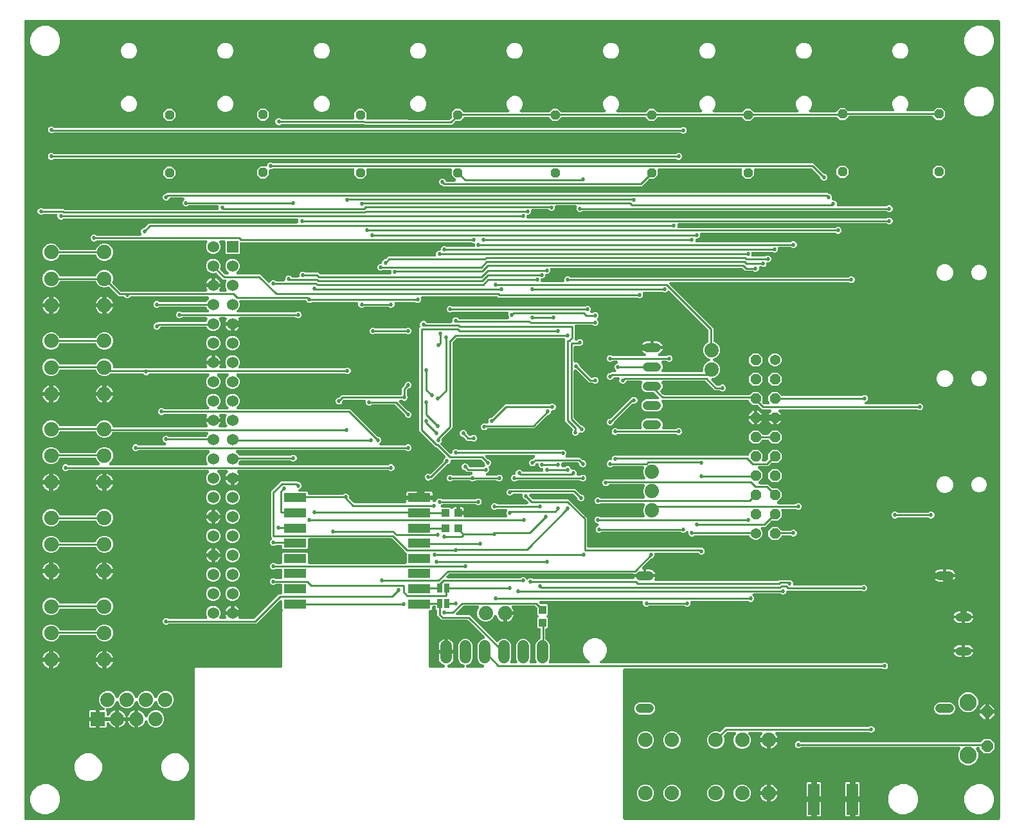
<source format=gbl>
G04 EAGLE Gerber RS-274X export*
G75*
%MOMM*%
%FSLAX34Y34*%
%LPD*%
%INBottom Copper*%
%IPPOS*%
%AMOC8*
5,1,8,0,0,1.08239X$1,22.5*%
G01*
%ADD10C,1.879600*%
%ADD11C,1.219200*%
%ADD12R,1.879600X1.879600*%
%ADD13P,1.649562X8X112.500000*%
%ADD14C,2.247900*%
%ADD15R,3.000000X1.200000*%
%ADD16C,1.900000*%
%ADD17C,0.950000*%
%ADD18C,1.100000*%
%ADD19C,1.371600*%
%ADD20P,1.484606X8X112.500000*%
%ADD21P,1.484606X8X292.500000*%
%ADD22R,1.524000X4.064000*%
%ADD23R,1.524000X1.524000*%
%ADD24C,1.524000*%
%ADD25R,1.000000X1.100000*%
%ADD26C,1.524000*%
%ADD27R,0.635000X1.270000*%
%ADD28C,1.200000*%
%ADD29P,1.319650X8X112.500000*%
%ADD30C,0.812800*%
%ADD31C,0.525000*%
%ADD32C,0.279400*%
%ADD33C,0.254000*%

G36*
X224554Y2035D02*
X224554Y2035D01*
X224572Y2033D01*
X224754Y2054D01*
X224937Y2073D01*
X224954Y2078D01*
X224971Y2080D01*
X225146Y2137D01*
X225322Y2191D01*
X225337Y2199D01*
X225354Y2205D01*
X225514Y2295D01*
X225676Y2383D01*
X225689Y2394D01*
X225705Y2403D01*
X225844Y2523D01*
X225985Y2640D01*
X225996Y2654D01*
X226010Y2666D01*
X226122Y2811D01*
X226237Y2954D01*
X226245Y2970D01*
X226256Y2984D01*
X226338Y3149D01*
X226423Y3311D01*
X226428Y3328D01*
X226436Y3344D01*
X226483Y3523D01*
X226534Y3698D01*
X226536Y3716D01*
X226540Y3733D01*
X226567Y4064D01*
X226567Y201502D01*
X227758Y202693D01*
X339598Y202693D01*
X339616Y202695D01*
X339634Y202693D01*
X339816Y202714D01*
X339999Y202733D01*
X340016Y202738D01*
X340033Y202740D01*
X340208Y202797D01*
X340384Y202851D01*
X340399Y202859D01*
X340416Y202865D01*
X340576Y202955D01*
X340738Y203043D01*
X340751Y203054D01*
X340767Y203063D01*
X340906Y203183D01*
X341047Y203300D01*
X341058Y203314D01*
X341072Y203326D01*
X341184Y203471D01*
X341299Y203614D01*
X341307Y203630D01*
X341318Y203644D01*
X341400Y203809D01*
X341485Y203971D01*
X341490Y203988D01*
X341498Y204004D01*
X341545Y204182D01*
X341596Y204358D01*
X341598Y204376D01*
X341602Y204393D01*
X341629Y204724D01*
X341629Y276860D01*
X341715Y276946D01*
X341727Y276960D01*
X341740Y276972D01*
X341854Y277115D01*
X341970Y277258D01*
X341979Y277274D01*
X341990Y277288D01*
X342073Y277451D01*
X342159Y277613D01*
X342164Y277631D01*
X342172Y277647D01*
X342221Y277823D01*
X342274Y277999D01*
X342275Y278017D01*
X342280Y278034D01*
X342294Y278217D01*
X342310Y278400D01*
X342308Y278418D01*
X342310Y278436D01*
X342287Y278618D01*
X342267Y278801D01*
X342261Y278818D01*
X342259Y278835D01*
X342201Y279009D01*
X342145Y279184D01*
X342137Y279200D01*
X342131Y279217D01*
X342039Y279377D01*
X341950Y279537D01*
X341939Y279550D01*
X341930Y279566D01*
X341715Y279819D01*
X341555Y279980D01*
X341555Y289839D01*
X341554Y289848D01*
X341555Y289857D01*
X341534Y290048D01*
X341515Y290240D01*
X341512Y290248D01*
X341511Y290257D01*
X341453Y290442D01*
X341397Y290625D01*
X341392Y290633D01*
X341390Y290641D01*
X341297Y290809D01*
X341205Y290979D01*
X341199Y290986D01*
X341195Y290994D01*
X341070Y291141D01*
X340947Y291288D01*
X340940Y291294D01*
X340934Y291301D01*
X340783Y291420D01*
X340633Y291540D01*
X340626Y291545D01*
X340619Y291550D01*
X340446Y291638D01*
X340276Y291726D01*
X340268Y291728D01*
X340260Y291733D01*
X340073Y291784D01*
X339889Y291837D01*
X339880Y291838D01*
X339872Y291841D01*
X339679Y291855D01*
X339488Y291870D01*
X339479Y291869D01*
X339470Y291870D01*
X339278Y291846D01*
X339088Y291823D01*
X339080Y291821D01*
X339071Y291819D01*
X338889Y291758D01*
X338705Y291699D01*
X338697Y291694D01*
X338689Y291691D01*
X338522Y291595D01*
X338355Y291501D01*
X338348Y291495D01*
X338340Y291490D01*
X338087Y291276D01*
X309894Y263082D01*
X307513Y260701D01*
X192770Y260701D01*
X192744Y260699D01*
X192717Y260701D01*
X192543Y260679D01*
X192370Y260661D01*
X192344Y260654D01*
X192318Y260650D01*
X192152Y260595D01*
X191985Y260543D01*
X191961Y260530D01*
X191936Y260522D01*
X191784Y260435D01*
X191631Y260351D01*
X191610Y260334D01*
X191587Y260321D01*
X191334Y260106D01*
X191245Y260017D01*
X189626Y259346D01*
X187874Y259346D01*
X186255Y260017D01*
X185017Y261255D01*
X184346Y262874D01*
X184346Y264626D01*
X185017Y266245D01*
X186255Y267483D01*
X187874Y268154D01*
X189626Y268154D01*
X191245Y267483D01*
X191334Y267394D01*
X191355Y267377D01*
X191372Y267356D01*
X191510Y267249D01*
X191646Y267139D01*
X191669Y267126D01*
X191690Y267110D01*
X191847Y267032D01*
X192001Y266950D01*
X192027Y266942D01*
X192051Y266930D01*
X192220Y266885D01*
X192387Y266835D01*
X192414Y266833D01*
X192440Y266826D01*
X192770Y266799D01*
X240788Y266799D01*
X240802Y266800D01*
X240815Y266799D01*
X241001Y266820D01*
X241189Y266839D01*
X241202Y266843D01*
X241215Y266844D01*
X241394Y266902D01*
X241574Y266957D01*
X241586Y266963D01*
X241598Y266967D01*
X241763Y267059D01*
X241928Y267149D01*
X241938Y267157D01*
X241950Y267164D01*
X242093Y267286D01*
X242237Y267406D01*
X242246Y267417D01*
X242256Y267425D01*
X242372Y267574D01*
X242490Y267720D01*
X242496Y267732D01*
X242504Y267742D01*
X242589Y267911D01*
X242675Y268077D01*
X242679Y268090D01*
X242685Y268102D01*
X242734Y268283D01*
X242786Y268464D01*
X242788Y268478D01*
X242791Y268491D01*
X242804Y268679D01*
X242819Y268866D01*
X242818Y268879D01*
X242819Y268892D01*
X242794Y269080D01*
X242772Y269265D01*
X242768Y269278D01*
X242767Y269291D01*
X242665Y269607D01*
X241325Y272843D01*
X241325Y276582D01*
X242756Y280036D01*
X245400Y282680D01*
X248854Y284111D01*
X252593Y284111D01*
X256047Y282680D01*
X258691Y280036D01*
X260122Y276582D01*
X260122Y272843D01*
X258782Y269607D01*
X258778Y269594D01*
X258772Y269583D01*
X258720Y269402D01*
X258666Y269222D01*
X258664Y269209D01*
X258661Y269196D01*
X258645Y269008D01*
X258627Y268821D01*
X258629Y268808D01*
X258628Y268794D01*
X258650Y268607D01*
X258669Y268421D01*
X258673Y268408D01*
X258675Y268395D01*
X258733Y268214D01*
X258789Y268036D01*
X258795Y268025D01*
X258799Y268012D01*
X258892Y267847D01*
X258982Y267683D01*
X258991Y267673D01*
X258997Y267661D01*
X259120Y267519D01*
X259241Y267375D01*
X259252Y267367D01*
X259261Y267356D01*
X259409Y267241D01*
X259556Y267124D01*
X259568Y267118D01*
X259579Y267110D01*
X259747Y267026D01*
X259914Y266940D01*
X259927Y266936D01*
X259939Y266930D01*
X260122Y266881D01*
X260302Y266830D01*
X260315Y266829D01*
X260328Y266826D01*
X260659Y266799D01*
X266008Y266799D01*
X266100Y266808D01*
X266194Y266807D01*
X266300Y266828D01*
X266408Y266839D01*
X266497Y266866D01*
X266589Y266884D01*
X266689Y266925D01*
X266793Y266957D01*
X266875Y267001D01*
X266961Y267037D01*
X267052Y267097D01*
X267147Y267149D01*
X267219Y267208D01*
X267296Y267260D01*
X267373Y267337D01*
X267456Y267406D01*
X267515Y267479D01*
X267581Y267545D01*
X267641Y267635D01*
X267709Y267720D01*
X267752Y267803D01*
X267803Y267880D01*
X267844Y267981D01*
X267894Y268077D01*
X267920Y268167D01*
X267955Y268253D01*
X267976Y268360D01*
X268006Y268464D01*
X268013Y268557D01*
X268031Y268649D01*
X268030Y268757D01*
X268038Y268866D01*
X268028Y268958D01*
X268027Y269051D01*
X268004Y269158D01*
X267992Y269265D01*
X267963Y269354D01*
X267943Y269445D01*
X267892Y269569D01*
X267867Y269648D01*
X267842Y269691D01*
X267817Y269752D01*
X267178Y271007D01*
X266799Y272173D01*
X275615Y272173D01*
X275633Y272175D01*
X275651Y272173D01*
X275833Y272195D01*
X276016Y272213D01*
X276033Y272218D01*
X276051Y272220D01*
X276129Y272246D01*
X276266Y272206D01*
X276284Y272205D01*
X276301Y272200D01*
X276632Y272173D01*
X285448Y272173D01*
X285069Y271007D01*
X284430Y269752D01*
X284396Y269665D01*
X284353Y269583D01*
X284323Y269478D01*
X284283Y269377D01*
X284267Y269285D01*
X284241Y269196D01*
X284233Y269087D01*
X284214Y268981D01*
X284216Y268887D01*
X284209Y268794D01*
X284221Y268687D01*
X284224Y268578D01*
X284245Y268487D01*
X284255Y268395D01*
X284289Y268291D01*
X284313Y268185D01*
X284351Y268100D01*
X284380Y268012D01*
X284434Y267917D01*
X284478Y267818D01*
X284532Y267742D01*
X284578Y267661D01*
X284649Y267579D01*
X284712Y267491D01*
X284781Y267427D01*
X284841Y267356D01*
X284927Y267290D01*
X285007Y267216D01*
X285086Y267167D01*
X285159Y267110D01*
X285257Y267061D01*
X285349Y267004D01*
X285437Y266972D01*
X285520Y266930D01*
X285625Y266902D01*
X285727Y266865D01*
X285819Y266850D01*
X285909Y266826D01*
X286042Y266815D01*
X286124Y266802D01*
X286174Y266804D01*
X286239Y266799D01*
X304146Y266799D01*
X304172Y266801D01*
X304199Y266799D01*
X304373Y266821D01*
X304546Y266839D01*
X304572Y266846D01*
X304599Y266850D01*
X304764Y266905D01*
X304931Y266957D01*
X304955Y266970D01*
X304980Y266978D01*
X305132Y267065D01*
X305285Y267149D01*
X305306Y267166D01*
X305329Y267179D01*
X305582Y267394D01*
X337487Y299299D01*
X339523Y299299D01*
X339541Y299301D01*
X339559Y299299D01*
X339741Y299320D01*
X339924Y299339D01*
X339941Y299344D01*
X339959Y299346D01*
X340133Y299403D01*
X340309Y299457D01*
X340325Y299465D01*
X340342Y299471D01*
X340502Y299561D01*
X340663Y299649D01*
X340677Y299660D01*
X340692Y299669D01*
X340832Y299789D01*
X340972Y299906D01*
X340983Y299920D01*
X340997Y299932D01*
X341110Y300077D01*
X341225Y300220D01*
X341233Y300236D01*
X341244Y300250D01*
X341326Y300415D01*
X341410Y300577D01*
X341415Y300594D01*
X341423Y300610D01*
X341471Y300789D01*
X341522Y300964D01*
X341523Y300982D01*
X341528Y300999D01*
X341555Y301330D01*
X341555Y311170D01*
X341553Y311188D01*
X341554Y311206D01*
X341533Y311388D01*
X341515Y311571D01*
X341510Y311588D01*
X341508Y311605D01*
X341451Y311780D01*
X341397Y311956D01*
X341388Y311971D01*
X341383Y311988D01*
X341292Y312148D01*
X341205Y312310D01*
X341194Y312323D01*
X341185Y312339D01*
X341065Y312478D01*
X340947Y312619D01*
X340933Y312630D01*
X340922Y312644D01*
X340777Y312756D01*
X340633Y312871D01*
X340618Y312879D01*
X340604Y312890D01*
X340439Y312972D01*
X340276Y313057D01*
X340259Y313062D01*
X340243Y313070D01*
X340065Y313117D01*
X339889Y313168D01*
X339871Y313170D01*
X339854Y313174D01*
X339523Y313201D01*
X334020Y313201D01*
X333994Y313199D01*
X333967Y313201D01*
X333793Y313179D01*
X333620Y313161D01*
X333594Y313154D01*
X333568Y313150D01*
X333402Y313095D01*
X333235Y313043D01*
X333211Y313030D01*
X333186Y313022D01*
X333035Y312935D01*
X332881Y312851D01*
X332860Y312834D01*
X332837Y312821D01*
X332584Y312606D01*
X332494Y312517D01*
X330876Y311846D01*
X329124Y311846D01*
X327505Y312517D01*
X326267Y313755D01*
X325596Y315374D01*
X325596Y317126D01*
X326267Y318745D01*
X327505Y319983D01*
X329124Y320654D01*
X330876Y320654D01*
X332494Y319983D01*
X332584Y319894D01*
X332605Y319877D01*
X332622Y319856D01*
X332760Y319750D01*
X332896Y319639D01*
X332919Y319626D01*
X332940Y319610D01*
X333097Y319532D01*
X333251Y319450D01*
X333277Y319442D01*
X333301Y319430D01*
X333470Y319385D01*
X333637Y319335D01*
X333664Y319333D01*
X333690Y319326D01*
X334020Y319299D01*
X339523Y319299D01*
X339541Y319301D01*
X339559Y319299D01*
X339741Y319320D01*
X339924Y319339D01*
X339941Y319344D01*
X339959Y319346D01*
X340133Y319403D01*
X340309Y319457D01*
X340325Y319465D01*
X340342Y319471D01*
X340501Y319561D01*
X340663Y319649D01*
X340677Y319660D01*
X340692Y319669D01*
X340832Y319789D01*
X340972Y319906D01*
X340983Y319920D01*
X340997Y319932D01*
X341109Y320077D01*
X341225Y320220D01*
X341233Y320236D01*
X341244Y320250D01*
X341326Y320415D01*
X341410Y320577D01*
X341415Y320594D01*
X341423Y320610D01*
X341471Y320789D01*
X341522Y320964D01*
X341523Y320982D01*
X341528Y320999D01*
X341555Y321330D01*
X341555Y331170D01*
X341553Y331188D01*
X341554Y331206D01*
X341533Y331388D01*
X341515Y331571D01*
X341510Y331588D01*
X341508Y331605D01*
X341451Y331780D01*
X341397Y331956D01*
X341388Y331971D01*
X341383Y331988D01*
X341292Y332148D01*
X341205Y332310D01*
X341194Y332323D01*
X341185Y332339D01*
X341065Y332478D01*
X340947Y332619D01*
X340933Y332630D01*
X340922Y332644D01*
X340777Y332756D01*
X340633Y332871D01*
X340618Y332879D01*
X340604Y332890D01*
X340439Y332972D01*
X340276Y333057D01*
X340259Y333062D01*
X340243Y333070D01*
X340065Y333117D01*
X339889Y333168D01*
X339871Y333170D01*
X339854Y333174D01*
X339523Y333201D01*
X334020Y333201D01*
X333994Y333199D01*
X333967Y333201D01*
X333793Y333179D01*
X333620Y333161D01*
X333594Y333154D01*
X333568Y333150D01*
X333402Y333095D01*
X333235Y333043D01*
X333211Y333030D01*
X333186Y333022D01*
X333034Y332935D01*
X332881Y332851D01*
X332860Y332834D01*
X332837Y332821D01*
X332584Y332606D01*
X332495Y332517D01*
X330876Y331846D01*
X329124Y331846D01*
X327505Y332517D01*
X326267Y333755D01*
X325596Y335374D01*
X325596Y337126D01*
X326267Y338745D01*
X327505Y339983D01*
X329124Y340654D01*
X330876Y340654D01*
X332495Y339983D01*
X332584Y339894D01*
X332605Y339877D01*
X332622Y339856D01*
X332760Y339749D01*
X332896Y339639D01*
X332919Y339626D01*
X332940Y339610D01*
X333097Y339532D01*
X333251Y339450D01*
X333277Y339442D01*
X333301Y339430D01*
X333470Y339385D01*
X333637Y339335D01*
X333664Y339333D01*
X333690Y339326D01*
X334020Y339299D01*
X339523Y339299D01*
X339541Y339301D01*
X339559Y339299D01*
X339741Y339320D01*
X339924Y339339D01*
X339941Y339344D01*
X339959Y339346D01*
X340133Y339403D01*
X340309Y339457D01*
X340325Y339465D01*
X340342Y339471D01*
X340501Y339561D01*
X340663Y339649D01*
X340677Y339660D01*
X340692Y339669D01*
X340832Y339789D01*
X340972Y339906D01*
X340983Y339920D01*
X340997Y339932D01*
X341110Y340077D01*
X341225Y340220D01*
X341233Y340236D01*
X341244Y340250D01*
X341326Y340415D01*
X341410Y340577D01*
X341415Y340594D01*
X341423Y340610D01*
X341471Y340789D01*
X341522Y340964D01*
X341523Y340982D01*
X341528Y340999D01*
X341555Y341330D01*
X341555Y353453D01*
X342597Y354495D01*
X374070Y354495D01*
X375112Y353453D01*
X375112Y341330D01*
X375114Y341312D01*
X375113Y341294D01*
X375134Y341112D01*
X375152Y340929D01*
X375157Y340912D01*
X375159Y340895D01*
X375216Y340720D01*
X375270Y340544D01*
X375279Y340529D01*
X375284Y340512D01*
X375375Y340352D01*
X375462Y340190D01*
X375473Y340177D01*
X375482Y340161D01*
X375602Y340022D01*
X375720Y339881D01*
X375734Y339870D01*
X375745Y339856D01*
X375890Y339744D01*
X376033Y339629D01*
X376049Y339621D01*
X376063Y339610D01*
X376228Y339528D01*
X376391Y339443D01*
X376408Y339438D01*
X376424Y339430D01*
X376602Y339383D01*
X376778Y339332D01*
X376795Y339330D01*
X376813Y339326D01*
X377143Y339299D01*
X503523Y339299D01*
X503541Y339301D01*
X503559Y339299D01*
X503741Y339320D01*
X503924Y339339D01*
X503941Y339344D01*
X503959Y339346D01*
X504133Y339403D01*
X504309Y339457D01*
X504325Y339465D01*
X504342Y339471D01*
X504501Y339561D01*
X504663Y339649D01*
X504677Y339660D01*
X504692Y339669D01*
X504832Y339789D01*
X504972Y339906D01*
X504983Y339920D01*
X504997Y339932D01*
X505110Y340077D01*
X505225Y340220D01*
X505233Y340236D01*
X505244Y340250D01*
X505326Y340415D01*
X505410Y340577D01*
X505415Y340594D01*
X505423Y340610D01*
X505471Y340789D01*
X505522Y340964D01*
X505523Y340982D01*
X505528Y340999D01*
X505555Y341330D01*
X505555Y353042D01*
X505552Y353069D01*
X505554Y353096D01*
X505532Y353270D01*
X505515Y353443D01*
X505507Y353468D01*
X505504Y353495D01*
X505448Y353661D01*
X505397Y353828D01*
X505384Y353851D01*
X505375Y353877D01*
X505288Y354028D01*
X505205Y354182D01*
X505188Y354202D01*
X505174Y354226D01*
X504960Y354479D01*
X502606Y356832D01*
X486832Y372606D01*
X486811Y372623D01*
X486794Y372644D01*
X486656Y372751D01*
X486521Y372861D01*
X486497Y372874D01*
X486476Y372890D01*
X486319Y372968D01*
X486165Y373050D01*
X486139Y373058D01*
X486115Y373070D01*
X485946Y373115D01*
X485779Y373165D01*
X485752Y373167D01*
X485727Y373174D01*
X485396Y373201D01*
X377143Y373201D01*
X377126Y373199D01*
X377108Y373201D01*
X376926Y373180D01*
X376743Y373161D01*
X376726Y373156D01*
X376708Y373154D01*
X376533Y373097D01*
X376358Y373043D01*
X376342Y373035D01*
X376325Y373029D01*
X376165Y372939D01*
X376004Y372851D01*
X375990Y372840D01*
X375975Y372831D01*
X375835Y372711D01*
X375695Y372594D01*
X375683Y372580D01*
X375670Y372568D01*
X375557Y372423D01*
X375442Y372280D01*
X375434Y372264D01*
X375423Y372250D01*
X375341Y372084D01*
X375257Y371923D01*
X375252Y371906D01*
X375244Y371890D01*
X375196Y371711D01*
X375145Y371536D01*
X375144Y371518D01*
X375139Y371501D01*
X375112Y371170D01*
X375112Y359980D01*
X374070Y358938D01*
X342597Y358938D01*
X341555Y359980D01*
X341555Y362420D01*
X341553Y362438D01*
X341554Y362456D01*
X341533Y362638D01*
X341515Y362821D01*
X341510Y362838D01*
X341508Y362855D01*
X341451Y363030D01*
X341397Y363206D01*
X341388Y363221D01*
X341383Y363238D01*
X341292Y363398D01*
X341205Y363560D01*
X341194Y363573D01*
X341185Y363589D01*
X341065Y363728D01*
X340947Y363869D01*
X340933Y363880D01*
X340922Y363894D01*
X340777Y364006D01*
X340633Y364121D01*
X340618Y364129D01*
X340604Y364140D01*
X340439Y364222D01*
X340276Y364307D01*
X340259Y364312D01*
X340243Y364320D01*
X340065Y364367D01*
X339889Y364418D01*
X339871Y364420D01*
X339854Y364424D01*
X339523Y364451D01*
X334020Y364451D01*
X333994Y364449D01*
X333967Y364451D01*
X333793Y364429D01*
X333620Y364411D01*
X333594Y364404D01*
X333568Y364400D01*
X333402Y364345D01*
X333235Y364293D01*
X333211Y364280D01*
X333186Y364272D01*
X333035Y364185D01*
X332881Y364101D01*
X332860Y364084D01*
X332837Y364071D01*
X332584Y363856D01*
X332494Y363767D01*
X330876Y363096D01*
X329124Y363096D01*
X327505Y363767D01*
X326267Y365005D01*
X325596Y366624D01*
X325596Y368376D01*
X326267Y369994D01*
X327669Y371397D01*
X327680Y371411D01*
X327694Y371422D01*
X327808Y371566D01*
X327924Y371708D01*
X327932Y371724D01*
X327944Y371738D01*
X328026Y371901D01*
X328113Y372064D01*
X328118Y372081D01*
X328126Y372097D01*
X328175Y372274D01*
X328227Y372450D01*
X328229Y372468D01*
X328234Y372485D01*
X328247Y372667D01*
X328264Y372851D01*
X328262Y372869D01*
X328263Y372886D01*
X328240Y373069D01*
X328220Y373251D01*
X328215Y373268D01*
X328213Y373286D01*
X328154Y373460D01*
X328099Y373635D01*
X328090Y373651D01*
X328085Y373668D01*
X327994Y373826D01*
X327904Y373987D01*
X327893Y374001D01*
X327884Y374016D01*
X327669Y374269D01*
X326951Y374987D01*
X326951Y435013D01*
X339987Y448049D01*
X361263Y448049D01*
X361813Y447499D01*
X361834Y447482D01*
X361851Y447461D01*
X361989Y447354D01*
X362124Y447244D01*
X362148Y447231D01*
X362169Y447215D01*
X362326Y447137D01*
X362480Y447055D01*
X362506Y447047D01*
X362530Y447035D01*
X362699Y446990D01*
X362866Y446940D01*
X362893Y446938D01*
X362918Y446931D01*
X363249Y446904D01*
X363376Y446904D01*
X364995Y446233D01*
X366233Y444995D01*
X366904Y443376D01*
X366904Y441624D01*
X366233Y440005D01*
X364995Y438767D01*
X364116Y438403D01*
X364112Y438401D01*
X364108Y438400D01*
X363935Y438306D01*
X363762Y438213D01*
X363758Y438210D01*
X363754Y438208D01*
X363604Y438082D01*
X363451Y437956D01*
X363448Y437953D01*
X363445Y437950D01*
X363323Y437799D01*
X363197Y437644D01*
X363195Y437640D01*
X363193Y437636D01*
X363103Y437464D01*
X363010Y437287D01*
X363009Y437283D01*
X363007Y437279D01*
X362953Y437091D01*
X362897Y436901D01*
X362897Y436896D01*
X362896Y436892D01*
X362879Y436694D01*
X362863Y436500D01*
X362863Y436495D01*
X362863Y436491D01*
X362886Y436293D01*
X362908Y436100D01*
X362909Y436095D01*
X362910Y436091D01*
X362971Y435902D01*
X363031Y435716D01*
X363033Y435712D01*
X363034Y435708D01*
X363133Y435534D01*
X363227Y435365D01*
X363230Y435361D01*
X363232Y435358D01*
X363360Y435209D01*
X363489Y435059D01*
X363493Y435056D01*
X363496Y435053D01*
X363651Y434932D01*
X363806Y434811D01*
X363810Y434809D01*
X363814Y434806D01*
X363990Y434718D01*
X364166Y434630D01*
X364170Y434629D01*
X364174Y434627D01*
X364365Y434575D01*
X364554Y434524D01*
X364559Y434523D01*
X364563Y434522D01*
X364894Y434495D01*
X374070Y434495D01*
X375112Y433453D01*
X375112Y432707D01*
X375114Y432689D01*
X375113Y432671D01*
X375134Y432489D01*
X375152Y432306D01*
X375157Y432289D01*
X375159Y432272D01*
X375216Y432097D01*
X375270Y431921D01*
X375279Y431906D01*
X375284Y431889D01*
X375375Y431729D01*
X375462Y431567D01*
X375473Y431554D01*
X375482Y431538D01*
X375602Y431399D01*
X375720Y431258D01*
X375734Y431247D01*
X375745Y431233D01*
X375890Y431121D01*
X376033Y431006D01*
X376049Y430998D01*
X376063Y430987D01*
X376228Y430905D01*
X376391Y430820D01*
X376408Y430815D01*
X376424Y430807D01*
X376602Y430760D01*
X376778Y430709D01*
X376795Y430707D01*
X376813Y430703D01*
X377143Y430676D01*
X421107Y430676D01*
X421133Y430678D01*
X421160Y430676D01*
X421333Y430698D01*
X421507Y430716D01*
X421533Y430723D01*
X421559Y430727D01*
X421725Y430783D01*
X421892Y430834D01*
X421916Y430847D01*
X421941Y430855D01*
X422092Y430942D01*
X422246Y431026D01*
X422267Y431043D01*
X422290Y431056D01*
X422493Y431228D01*
X424124Y431904D01*
X425876Y431904D01*
X427495Y431233D01*
X428733Y429995D01*
X429404Y428376D01*
X429404Y427179D01*
X429406Y427152D01*
X429404Y427126D01*
X429426Y426952D01*
X429444Y426778D01*
X429451Y426753D01*
X429455Y426726D01*
X429510Y426560D01*
X429562Y426393D01*
X429575Y426370D01*
X429583Y426344D01*
X429670Y426193D01*
X429754Y426039D01*
X429771Y426019D01*
X429784Y425996D01*
X429999Y425743D01*
X435721Y420021D01*
X435741Y420004D01*
X435759Y419983D01*
X435897Y419876D01*
X436032Y419766D01*
X436056Y419753D01*
X436077Y419737D01*
X436234Y419659D01*
X436388Y419577D01*
X436413Y419569D01*
X436437Y419557D01*
X436607Y419512D01*
X436774Y419462D01*
X436800Y419460D01*
X436826Y419453D01*
X437157Y419426D01*
X503269Y419426D01*
X503287Y419428D01*
X503305Y419426D01*
X503487Y419447D01*
X503670Y419466D01*
X503687Y419471D01*
X503705Y419473D01*
X503879Y419530D01*
X504055Y419584D01*
X504071Y419592D01*
X504088Y419598D01*
X504248Y419688D01*
X504409Y419776D01*
X504423Y419787D01*
X504438Y419796D01*
X504578Y419916D01*
X504718Y420033D01*
X504729Y420047D01*
X504743Y420059D01*
X504856Y420204D01*
X504971Y420347D01*
X504979Y420363D01*
X504990Y420377D01*
X505072Y420542D01*
X505156Y420704D01*
X505161Y420721D01*
X505169Y420737D01*
X505217Y420914D01*
X505268Y421091D01*
X505269Y421109D01*
X505274Y421126D01*
X505301Y421457D01*
X505301Y423717D01*
X521365Y423717D01*
X521383Y423719D01*
X521401Y423717D01*
X521583Y423739D01*
X521766Y423757D01*
X521783Y423762D01*
X521801Y423764D01*
X521975Y423821D01*
X522151Y423875D01*
X522166Y423884D01*
X522183Y423889D01*
X522332Y423973D01*
X522387Y423946D01*
X522549Y423862D01*
X522566Y423857D01*
X522582Y423849D01*
X522760Y423801D01*
X522936Y423750D01*
X522954Y423749D01*
X522971Y423744D01*
X523302Y423717D01*
X539366Y423717D01*
X539366Y422685D01*
X539368Y422667D01*
X539367Y422649D01*
X539388Y422467D01*
X539406Y422284D01*
X539411Y422267D01*
X539413Y422250D01*
X539470Y422075D01*
X539524Y421899D01*
X539533Y421884D01*
X539538Y421867D01*
X539629Y421707D01*
X539716Y421545D01*
X539727Y421532D01*
X539736Y421516D01*
X539856Y421377D01*
X539974Y421236D01*
X539988Y421225D01*
X539999Y421211D01*
X540144Y421099D01*
X540287Y420984D01*
X540303Y420976D01*
X540317Y420965D01*
X540482Y420883D01*
X540645Y420798D01*
X540662Y420793D01*
X540678Y420785D01*
X540856Y420737D01*
X541032Y420687D01*
X541049Y420685D01*
X541067Y420681D01*
X541397Y420654D01*
X542379Y420654D01*
X542402Y420656D01*
X542424Y420654D01*
X542601Y420676D01*
X542780Y420694D01*
X542801Y420700D01*
X542823Y420703D01*
X542993Y420759D01*
X543165Y420812D01*
X543184Y420822D01*
X543206Y420829D01*
X543361Y420918D01*
X543519Y421004D01*
X543536Y421018D01*
X543555Y421029D01*
X543690Y421146D01*
X543828Y421261D01*
X543842Y421279D01*
X543859Y421293D01*
X543968Y421435D01*
X544080Y421575D01*
X544091Y421595D01*
X544104Y421613D01*
X544256Y421908D01*
X545017Y423745D01*
X546255Y424983D01*
X547874Y425654D01*
X549626Y425654D01*
X551245Y424983D01*
X551334Y424894D01*
X551355Y424877D01*
X551372Y424856D01*
X551510Y424749D01*
X551646Y424639D01*
X551669Y424626D01*
X551690Y424610D01*
X551847Y424532D01*
X552001Y424450D01*
X552027Y424442D01*
X552051Y424430D01*
X552220Y424385D01*
X552387Y424335D01*
X552414Y424333D01*
X552440Y424326D01*
X552770Y424299D01*
X595980Y424299D01*
X596006Y424301D01*
X596033Y424299D01*
X596207Y424321D01*
X596380Y424339D01*
X596406Y424346D01*
X596432Y424350D01*
X596598Y424405D01*
X596765Y424457D01*
X596789Y424470D01*
X596814Y424478D01*
X596966Y424565D01*
X597119Y424649D01*
X597140Y424666D01*
X597163Y424679D01*
X597416Y424894D01*
X597505Y424983D01*
X599124Y425654D01*
X600876Y425654D01*
X602495Y424983D01*
X603733Y423745D01*
X604404Y422126D01*
X604404Y420374D01*
X603733Y418755D01*
X602495Y417517D01*
X600876Y416846D01*
X599124Y416846D01*
X597505Y417517D01*
X597416Y417606D01*
X597395Y417623D01*
X597378Y417644D01*
X597240Y417751D01*
X597104Y417861D01*
X597081Y417874D01*
X597060Y417890D01*
X596903Y417968D01*
X596749Y418050D01*
X596723Y418058D01*
X596699Y418070D01*
X596530Y418115D01*
X596363Y418165D01*
X596336Y418167D01*
X596310Y418174D01*
X595980Y418201D01*
X552770Y418201D01*
X552744Y418199D01*
X552717Y418201D01*
X552543Y418179D01*
X552370Y418161D01*
X552344Y418154D01*
X552318Y418150D01*
X552152Y418095D01*
X551985Y418043D01*
X551961Y418030D01*
X551936Y418022D01*
X551784Y417935D01*
X551631Y417851D01*
X551610Y417834D01*
X551587Y417821D01*
X551334Y417606D01*
X551200Y417472D01*
X551059Y417397D01*
X551055Y417394D01*
X551051Y417391D01*
X550899Y417265D01*
X550748Y417140D01*
X550745Y417137D01*
X550742Y417134D01*
X550618Y416980D01*
X550494Y416828D01*
X550492Y416824D01*
X550489Y416820D01*
X550398Y416644D01*
X550307Y416471D01*
X550306Y416467D01*
X550304Y416463D01*
X550249Y416271D01*
X550194Y416085D01*
X550194Y416080D01*
X550193Y416076D01*
X550176Y415871D01*
X550160Y415683D01*
X550160Y415679D01*
X550160Y415674D01*
X550183Y415476D01*
X550205Y415283D01*
X550206Y415279D01*
X550207Y415275D01*
X550268Y415086D01*
X550328Y414900D01*
X550330Y414896D01*
X550331Y414892D01*
X550428Y414721D01*
X550524Y414549D01*
X550527Y414545D01*
X550529Y414541D01*
X550658Y414392D01*
X550786Y414243D01*
X550790Y414240D01*
X550793Y414236D01*
X550948Y414116D01*
X551103Y413994D01*
X551107Y413992D01*
X551111Y413990D01*
X551286Y413903D01*
X551463Y413814D01*
X551467Y413812D01*
X551471Y413810D01*
X551662Y413759D01*
X551851Y413707D01*
X551855Y413707D01*
X551860Y413706D01*
X552191Y413679D01*
X562387Y413679D01*
X563649Y412417D01*
X563712Y412365D01*
X563769Y412306D01*
X563868Y412238D01*
X563960Y412162D01*
X564033Y412123D01*
X564100Y412077D01*
X564210Y412029D01*
X564316Y411973D01*
X564394Y411950D01*
X564470Y411917D01*
X564587Y411892D01*
X564702Y411858D01*
X564784Y411851D01*
X564864Y411834D01*
X564983Y411833D01*
X565103Y411822D01*
X565185Y411831D01*
X565267Y411830D01*
X565384Y411852D01*
X565503Y411865D01*
X565581Y411890D01*
X565662Y411906D01*
X565773Y411951D01*
X565887Y411987D01*
X565959Y412027D01*
X566035Y412058D01*
X566135Y412124D01*
X566239Y412182D01*
X566302Y412235D01*
X566370Y412280D01*
X566455Y412365D01*
X566546Y412442D01*
X566597Y412507D01*
X566655Y412565D01*
X566742Y412690D01*
X566796Y412758D01*
X566814Y412794D01*
X566844Y412838D01*
X567023Y413148D01*
X567402Y413527D01*
X567865Y413794D01*
X568382Y413933D01*
X571151Y413933D01*
X571151Y406868D01*
X571152Y406850D01*
X571151Y406833D01*
X571172Y406650D01*
X571191Y406468D01*
X571196Y406451D01*
X571198Y406433D01*
X571255Y406258D01*
X571309Y406083D01*
X571317Y406067D01*
X571323Y406050D01*
X571413Y405890D01*
X571500Y405729D01*
X571512Y405715D01*
X571521Y405699D01*
X571641Y405560D01*
X571758Y405419D01*
X571772Y405408D01*
X571784Y405395D01*
X571929Y405282D01*
X572072Y405167D01*
X572088Y405159D01*
X572102Y405148D01*
X572267Y405066D01*
X572294Y405052D01*
X572349Y404954D01*
X572437Y404792D01*
X572448Y404779D01*
X572457Y404763D01*
X572577Y404624D01*
X572695Y404483D01*
X572708Y404472D01*
X572720Y404458D01*
X572865Y404346D01*
X573008Y404231D01*
X573024Y404223D01*
X573038Y404212D01*
X573203Y404130D01*
X573366Y404045D01*
X573383Y404040D01*
X573399Y404032D01*
X573577Y403984D01*
X573752Y403934D01*
X573770Y403932D01*
X573787Y403928D01*
X574118Y403901D01*
X580683Y403901D01*
X580683Y402580D01*
X580685Y402562D01*
X580683Y402544D01*
X580704Y402362D01*
X580723Y402179D01*
X580728Y402162D01*
X580730Y402145D01*
X580787Y401970D01*
X580841Y401794D01*
X580849Y401779D01*
X580855Y401762D01*
X580945Y401602D01*
X581033Y401440D01*
X581044Y401427D01*
X581053Y401411D01*
X581173Y401272D01*
X581290Y401131D01*
X581304Y401120D01*
X581316Y401106D01*
X581461Y400994D01*
X581604Y400879D01*
X581620Y400871D01*
X581634Y400860D01*
X581799Y400778D01*
X581961Y400693D01*
X581978Y400688D01*
X581994Y400680D01*
X582173Y400633D01*
X582348Y400582D01*
X582366Y400580D01*
X582383Y400576D01*
X582714Y400549D01*
X635820Y400549D01*
X635829Y400550D01*
X635839Y400549D01*
X636029Y400570D01*
X636220Y400589D01*
X636229Y400591D01*
X636239Y400592D01*
X636421Y400650D01*
X636605Y400707D01*
X636614Y400711D01*
X636623Y400714D01*
X636790Y400807D01*
X636959Y400899D01*
X636966Y400905D01*
X636975Y400909D01*
X637122Y401034D01*
X637268Y401156D01*
X637274Y401164D01*
X637282Y401170D01*
X637401Y401322D01*
X637521Y401470D01*
X637525Y401478D01*
X637531Y401486D01*
X637619Y401659D01*
X637706Y401827D01*
X637709Y401836D01*
X637713Y401845D01*
X637765Y402031D01*
X637818Y402214D01*
X637818Y402224D01*
X637821Y402233D01*
X637835Y402425D01*
X637851Y402616D01*
X637849Y402625D01*
X637850Y402635D01*
X637826Y402825D01*
X637804Y403015D01*
X637801Y403024D01*
X637799Y403034D01*
X637738Y403216D01*
X637679Y403398D01*
X637674Y403406D01*
X637671Y403416D01*
X637623Y403499D01*
X636846Y405374D01*
X636846Y407126D01*
X637633Y409025D01*
X637699Y409150D01*
X637702Y409159D01*
X637706Y409167D01*
X637759Y409352D01*
X637814Y409536D01*
X637815Y409545D01*
X637818Y409554D01*
X637833Y409746D01*
X637851Y409937D01*
X637850Y409946D01*
X637851Y409956D01*
X637828Y410145D01*
X637808Y410337D01*
X637805Y410346D01*
X637804Y410355D01*
X637744Y410537D01*
X637686Y410721D01*
X637682Y410729D01*
X637679Y410738D01*
X637585Y410905D01*
X637492Y411073D01*
X637486Y411080D01*
X637481Y411089D01*
X637356Y411234D01*
X637231Y411380D01*
X637224Y411386D01*
X637218Y411394D01*
X637067Y411511D01*
X636916Y411630D01*
X636907Y411634D01*
X636900Y411640D01*
X636728Y411726D01*
X636557Y411813D01*
X636548Y411815D01*
X636539Y411820D01*
X636353Y411870D01*
X636169Y411921D01*
X636160Y411922D01*
X636150Y411924D01*
X635820Y411951D01*
X625270Y411951D01*
X625244Y411949D01*
X625217Y411951D01*
X625043Y411929D01*
X624870Y411911D01*
X624844Y411904D01*
X624818Y411900D01*
X624652Y411845D01*
X624485Y411793D01*
X624461Y411780D01*
X624436Y411772D01*
X624285Y411685D01*
X624131Y411601D01*
X624110Y411584D01*
X624087Y411571D01*
X623834Y411356D01*
X623744Y411267D01*
X622126Y410596D01*
X620374Y410596D01*
X618755Y411267D01*
X617517Y412505D01*
X616846Y414124D01*
X616846Y415876D01*
X617517Y417495D01*
X618755Y418733D01*
X620374Y419404D01*
X622126Y419404D01*
X623744Y418733D01*
X623834Y418644D01*
X623855Y418627D01*
X623872Y418606D01*
X624010Y418500D01*
X624146Y418389D01*
X624169Y418376D01*
X624190Y418360D01*
X624347Y418282D01*
X624501Y418200D01*
X624527Y418192D01*
X624551Y418180D01*
X624720Y418135D01*
X624887Y418085D01*
X624914Y418083D01*
X624940Y418076D01*
X625270Y418049D01*
X663986Y418049D01*
X663995Y418050D01*
X664004Y418049D01*
X664195Y418070D01*
X664386Y418089D01*
X664395Y418091D01*
X664404Y418092D01*
X664586Y418150D01*
X664771Y418207D01*
X664779Y418211D01*
X664788Y418214D01*
X664956Y418307D01*
X665125Y418399D01*
X665132Y418404D01*
X665140Y418409D01*
X665288Y418534D01*
X665435Y418656D01*
X665440Y418663D01*
X665447Y418669D01*
X665567Y418821D01*
X665687Y418970D01*
X665691Y418978D01*
X665697Y418985D01*
X665784Y419157D01*
X665873Y419327D01*
X665875Y419336D01*
X665879Y419344D01*
X665931Y419530D01*
X665984Y419714D01*
X665985Y419723D01*
X665987Y419732D01*
X666001Y419924D01*
X666017Y420116D01*
X666016Y420124D01*
X666016Y420133D01*
X665992Y420324D01*
X665970Y420515D01*
X665967Y420524D01*
X665966Y420533D01*
X665905Y420715D01*
X665845Y420898D01*
X665841Y420906D01*
X665838Y420914D01*
X665744Y421078D01*
X665647Y421249D01*
X665641Y421256D01*
X665637Y421263D01*
X665422Y421516D01*
X663187Y423751D01*
X663166Y423768D01*
X663149Y423789D01*
X663011Y423895D01*
X662876Y424006D01*
X662852Y424019D01*
X662831Y424035D01*
X662675Y424113D01*
X662520Y424195D01*
X662494Y424203D01*
X662470Y424215D01*
X662301Y424260D01*
X662134Y424310D01*
X662107Y424312D01*
X662082Y424319D01*
X661751Y424346D01*
X661624Y424346D01*
X660005Y425017D01*
X658767Y426255D01*
X658096Y427874D01*
X658096Y429920D01*
X658094Y429938D01*
X658096Y429956D01*
X658075Y430138D01*
X658056Y430321D01*
X658051Y430338D01*
X658049Y430355D01*
X657992Y430530D01*
X657938Y430706D01*
X657930Y430721D01*
X657924Y430738D01*
X657834Y430898D01*
X657746Y431060D01*
X657735Y431073D01*
X657726Y431089D01*
X657606Y431228D01*
X657489Y431369D01*
X657475Y431380D01*
X657463Y431394D01*
X657318Y431506D01*
X657175Y431621D01*
X657159Y431629D01*
X657145Y431640D01*
X656980Y431722D01*
X656818Y431807D01*
X656801Y431812D01*
X656785Y431820D01*
X656606Y431867D01*
X656431Y431918D01*
X656413Y431920D01*
X656396Y431924D01*
X656065Y431951D01*
X646520Y431951D01*
X646494Y431949D01*
X646467Y431951D01*
X646293Y431929D01*
X646120Y431911D01*
X646094Y431904D01*
X646068Y431900D01*
X645902Y431845D01*
X645735Y431793D01*
X645711Y431780D01*
X645686Y431772D01*
X645534Y431685D01*
X645381Y431601D01*
X645360Y431584D01*
X645337Y431571D01*
X645084Y431356D01*
X643745Y430017D01*
X642126Y429346D01*
X640374Y429346D01*
X638755Y430017D01*
X637517Y431255D01*
X636846Y432874D01*
X636846Y434626D01*
X637517Y436245D01*
X638755Y437483D01*
X640374Y438154D01*
X642163Y438154D01*
X642229Y438136D01*
X642392Y438087D01*
X642423Y438084D01*
X642453Y438076D01*
X642784Y438049D01*
X727513Y438049D01*
X734313Y431249D01*
X734334Y431232D01*
X734351Y431211D01*
X734489Y431104D01*
X734624Y430994D01*
X734648Y430981D01*
X734669Y430965D01*
X734826Y430887D01*
X734980Y430805D01*
X735006Y430797D01*
X735030Y430785D01*
X735199Y430740D01*
X735366Y430690D01*
X735393Y430688D01*
X735418Y430681D01*
X735749Y430654D01*
X735876Y430654D01*
X737495Y429983D01*
X738733Y428745D01*
X739404Y427126D01*
X739404Y425374D01*
X738733Y423755D01*
X737495Y422517D01*
X735876Y421846D01*
X734124Y421846D01*
X732505Y422517D01*
X731267Y423755D01*
X730596Y425374D01*
X730596Y425501D01*
X730594Y425527D01*
X730596Y425554D01*
X730574Y425727D01*
X730556Y425901D01*
X730549Y425927D01*
X730545Y425954D01*
X730490Y426119D01*
X730438Y426286D01*
X730425Y426310D01*
X730417Y426335D01*
X730330Y426487D01*
X730246Y426640D01*
X730229Y426661D01*
X730216Y426684D01*
X730001Y426937D01*
X725582Y431356D01*
X725561Y431373D01*
X725544Y431394D01*
X725406Y431501D01*
X725271Y431611D01*
X725247Y431624D01*
X725226Y431640D01*
X725069Y431718D01*
X724915Y431800D01*
X724889Y431808D01*
X724865Y431820D01*
X724696Y431865D01*
X724529Y431915D01*
X724502Y431917D01*
X724477Y431924D01*
X724146Y431951D01*
X668935Y431951D01*
X668917Y431949D01*
X668899Y431951D01*
X668717Y431930D01*
X668534Y431911D01*
X668517Y431906D01*
X668500Y431904D01*
X668325Y431847D01*
X668149Y431793D01*
X668134Y431785D01*
X668117Y431779D01*
X667957Y431689D01*
X667795Y431601D01*
X667782Y431590D01*
X667766Y431581D01*
X667627Y431461D01*
X667486Y431344D01*
X667475Y431330D01*
X667461Y431318D01*
X667349Y431173D01*
X667234Y431030D01*
X667226Y431014D01*
X667215Y431000D01*
X667133Y430835D01*
X667048Y430673D01*
X667043Y430656D01*
X667035Y430640D01*
X666988Y430461D01*
X666937Y430286D01*
X666935Y430268D01*
X666931Y430251D01*
X666904Y429920D01*
X666904Y429499D01*
X666906Y429473D01*
X666904Y429446D01*
X666926Y429272D01*
X666944Y429099D01*
X666951Y429073D01*
X666955Y429046D01*
X667010Y428881D01*
X667062Y428714D01*
X667075Y428690D01*
X667083Y428665D01*
X667170Y428513D01*
X667254Y428360D01*
X667271Y428339D01*
X667284Y428316D01*
X667499Y428063D01*
X670668Y424894D01*
X670689Y424877D01*
X670706Y424856D01*
X670844Y424749D01*
X670979Y424639D01*
X671003Y424626D01*
X671024Y424610D01*
X671181Y424532D01*
X671335Y424450D01*
X671361Y424442D01*
X671385Y424430D01*
X671554Y424385D01*
X671721Y424335D01*
X671748Y424333D01*
X671773Y424326D01*
X672104Y424299D01*
X718763Y424299D01*
X743049Y400013D01*
X743049Y362580D01*
X743051Y362562D01*
X743049Y362544D01*
X743070Y362362D01*
X743089Y362179D01*
X743094Y362162D01*
X743096Y362145D01*
X743153Y361970D01*
X743207Y361794D01*
X743215Y361779D01*
X743221Y361762D01*
X743311Y361602D01*
X743399Y361440D01*
X743410Y361427D01*
X743419Y361411D01*
X743539Y361272D01*
X743656Y361131D01*
X743670Y361120D01*
X743682Y361106D01*
X743827Y360994D01*
X743970Y360879D01*
X743986Y360871D01*
X744000Y360860D01*
X744165Y360778D01*
X744327Y360693D01*
X744344Y360688D01*
X744360Y360680D01*
X744539Y360633D01*
X744714Y360582D01*
X744732Y360580D01*
X744749Y360576D01*
X745080Y360549D01*
X892216Y360549D01*
X892247Y360552D01*
X892279Y360550D01*
X892448Y360572D01*
X892617Y360589D01*
X892647Y360598D01*
X892678Y360602D01*
X892839Y360654D01*
X894626Y360654D01*
X896245Y359983D01*
X897483Y358745D01*
X898154Y357126D01*
X898154Y355374D01*
X897483Y353755D01*
X896245Y352517D01*
X894626Y351846D01*
X892874Y351846D01*
X891255Y352517D01*
X889916Y353856D01*
X889895Y353873D01*
X889878Y353894D01*
X889740Y354001D01*
X889604Y354111D01*
X889581Y354124D01*
X889560Y354140D01*
X889403Y354218D01*
X889249Y354300D01*
X889223Y354308D01*
X889199Y354320D01*
X889030Y354365D01*
X888863Y354415D01*
X888836Y354417D01*
X888810Y354424D01*
X888480Y354451D01*
X833935Y354451D01*
X833917Y354449D01*
X833899Y354451D01*
X833717Y354430D01*
X833534Y354411D01*
X833517Y354406D01*
X833500Y354404D01*
X833325Y354347D01*
X833149Y354293D01*
X833134Y354285D01*
X833117Y354279D01*
X832957Y354189D01*
X832795Y354101D01*
X832782Y354090D01*
X832766Y354081D01*
X832627Y353961D01*
X832486Y353844D01*
X832475Y353830D01*
X832461Y353818D01*
X832349Y353673D01*
X832234Y353530D01*
X832226Y353514D01*
X832215Y353500D01*
X832133Y353335D01*
X832048Y353173D01*
X832043Y353156D01*
X832035Y353140D01*
X831988Y352961D01*
X831937Y352786D01*
X831935Y352768D01*
X831931Y352751D01*
X831904Y352420D01*
X831904Y350374D01*
X831233Y348755D01*
X829995Y347517D01*
X828376Y346846D01*
X828249Y346846D01*
X828223Y346844D01*
X828196Y346846D01*
X828022Y346824D01*
X827849Y346806D01*
X827823Y346799D01*
X827796Y346795D01*
X827631Y346740D01*
X827464Y346688D01*
X827440Y346675D01*
X827415Y346667D01*
X827263Y346580D01*
X827110Y346496D01*
X827089Y346479D01*
X827066Y346466D01*
X826813Y346251D01*
X815912Y335350D01*
X815906Y335343D01*
X815899Y335338D01*
X815779Y335188D01*
X815657Y335039D01*
X815653Y335031D01*
X815647Y335024D01*
X815559Y334854D01*
X815468Y334683D01*
X815466Y334674D01*
X815461Y334667D01*
X815408Y334482D01*
X815353Y334297D01*
X815353Y334288D01*
X815350Y334280D01*
X815334Y334088D01*
X815317Y333896D01*
X815318Y333887D01*
X815317Y333878D01*
X815339Y333689D01*
X815360Y333496D01*
X815363Y333487D01*
X815364Y333479D01*
X815423Y333297D01*
X815482Y333112D01*
X815486Y333104D01*
X815489Y333096D01*
X815584Y332927D01*
X815677Y332760D01*
X815682Y332753D01*
X815687Y332745D01*
X815813Y332599D01*
X815937Y332453D01*
X815944Y332447D01*
X815950Y332440D01*
X816101Y332323D01*
X816253Y332203D01*
X816261Y332199D01*
X816268Y332194D01*
X816440Y332108D01*
X816612Y332021D01*
X816621Y332018D01*
X816629Y332014D01*
X816815Y331964D01*
X817000Y331913D01*
X817009Y331912D01*
X817017Y331910D01*
X817119Y331902D01*
X817119Y325881D01*
X804880Y325881D01*
X804870Y325900D01*
X804781Y326063D01*
X804771Y326075D01*
X804763Y326089D01*
X804641Y326230D01*
X804523Y326372D01*
X804510Y326382D01*
X804500Y326394D01*
X804354Y326507D01*
X804208Y326623D01*
X804194Y326631D01*
X804182Y326640D01*
X804016Y326723D01*
X803851Y326808D01*
X803835Y326812D01*
X803821Y326820D01*
X803641Y326868D01*
X803463Y326919D01*
X803448Y326920D01*
X803432Y326924D01*
X803102Y326951D01*
X562104Y326951D01*
X562078Y326949D01*
X562051Y326951D01*
X561877Y326929D01*
X561704Y326911D01*
X561678Y326904D01*
X561651Y326900D01*
X561485Y326844D01*
X561319Y326793D01*
X561295Y326781D01*
X561270Y326772D01*
X561118Y326685D01*
X560965Y326601D01*
X560944Y326584D01*
X560921Y326571D01*
X560668Y326356D01*
X558328Y324016D01*
X558322Y324009D01*
X558315Y324004D01*
X558195Y323854D01*
X558073Y323705D01*
X558069Y323697D01*
X558063Y323690D01*
X557974Y323519D01*
X557884Y323349D01*
X557882Y323340D01*
X557877Y323333D01*
X557824Y323148D01*
X557769Y322963D01*
X557769Y322954D01*
X557766Y322946D01*
X557750Y322755D01*
X557733Y322562D01*
X557734Y322553D01*
X557733Y322544D01*
X557755Y322355D01*
X557776Y322162D01*
X557779Y322153D01*
X557780Y322145D01*
X557839Y321963D01*
X557898Y321778D01*
X557902Y321770D01*
X557905Y321762D01*
X558000Y321593D01*
X558093Y321426D01*
X558098Y321419D01*
X558103Y321411D01*
X558229Y321265D01*
X558353Y321119D01*
X558360Y321113D01*
X558366Y321106D01*
X558517Y320989D01*
X558669Y320869D01*
X558677Y320865D01*
X558684Y320860D01*
X558856Y320774D01*
X559028Y320687D01*
X559037Y320684D01*
X559045Y320680D01*
X559231Y320630D01*
X559416Y320579D01*
X559425Y320578D01*
X559433Y320576D01*
X559764Y320549D01*
X654730Y320549D01*
X654756Y320551D01*
X654783Y320549D01*
X654957Y320571D01*
X655130Y320589D01*
X655156Y320596D01*
X655182Y320600D01*
X655348Y320655D01*
X655515Y320707D01*
X655539Y320720D01*
X655564Y320728D01*
X655716Y320815D01*
X655869Y320899D01*
X655890Y320916D01*
X655913Y320929D01*
X656166Y321144D01*
X656255Y321233D01*
X657874Y321904D01*
X659626Y321904D01*
X661245Y321233D01*
X662517Y319960D01*
X662530Y319938D01*
X662618Y319773D01*
X662627Y319763D01*
X662633Y319751D01*
X662755Y319608D01*
X662875Y319463D01*
X662885Y319454D01*
X662894Y319444D01*
X663042Y319327D01*
X663187Y319209D01*
X663199Y319203D01*
X663210Y319194D01*
X663377Y319109D01*
X663544Y319022D01*
X663557Y319018D01*
X663569Y319012D01*
X663750Y318962D01*
X663930Y318909D01*
X663943Y318908D01*
X663956Y318904D01*
X664145Y318890D01*
X664331Y318874D01*
X664344Y318876D01*
X664358Y318875D01*
X664545Y318898D01*
X664731Y318919D01*
X664744Y318923D01*
X664757Y318925D01*
X664935Y318985D01*
X665115Y319042D01*
X665126Y319049D01*
X665139Y319053D01*
X665302Y319147D01*
X665466Y319239D01*
X665476Y319247D01*
X665488Y319254D01*
X665741Y319469D01*
X666255Y319983D01*
X667874Y320654D01*
X669626Y320654D01*
X671245Y319983D01*
X671334Y319894D01*
X671355Y319877D01*
X671372Y319856D01*
X671510Y319749D01*
X671646Y319639D01*
X671669Y319626D01*
X671690Y319610D01*
X671847Y319532D01*
X672001Y319450D01*
X672027Y319442D01*
X672051Y319430D01*
X672220Y319385D01*
X672387Y319335D01*
X672414Y319333D01*
X672440Y319326D01*
X672770Y319299D01*
X803390Y319299D01*
X803406Y319300D01*
X803421Y319299D01*
X803605Y319320D01*
X803791Y319339D01*
X803806Y319343D01*
X803821Y319345D01*
X803998Y319402D01*
X804176Y319457D01*
X804189Y319464D01*
X804204Y319469D01*
X804367Y319560D01*
X804530Y319649D01*
X804542Y319658D01*
X804555Y319666D01*
X804697Y319788D01*
X804839Y319906D01*
X804849Y319918D01*
X804861Y319929D01*
X804975Y320076D01*
X805091Y320220D01*
X805098Y320234D01*
X805108Y320246D01*
X805192Y320413D01*
X805277Y320577D01*
X805281Y320592D01*
X805288Y320606D01*
X805337Y320785D01*
X805388Y320964D01*
X805389Y320980D01*
X805394Y320995D01*
X805406Y321180D01*
X805421Y321366D01*
X805419Y321381D01*
X805420Y321397D01*
X805382Y321726D01*
X805364Y321819D01*
X819150Y321819D01*
X832936Y321819D01*
X832874Y321507D01*
X832269Y320045D01*
X832211Y319959D01*
X832205Y319949D01*
X832198Y319940D01*
X832111Y319771D01*
X832021Y319603D01*
X832018Y319592D01*
X832013Y319583D01*
X831960Y319400D01*
X831906Y319218D01*
X831905Y319207D01*
X831901Y319196D01*
X831886Y319006D01*
X831868Y318817D01*
X831870Y318806D01*
X831869Y318794D01*
X831891Y318607D01*
X831911Y318416D01*
X831914Y318406D01*
X831916Y318395D01*
X831975Y318213D01*
X832031Y318032D01*
X832037Y318023D01*
X832040Y318012D01*
X832134Y317846D01*
X832226Y317680D01*
X832233Y317671D01*
X832238Y317661D01*
X832363Y317517D01*
X832485Y317372D01*
X832494Y317365D01*
X832501Y317356D01*
X832652Y317240D01*
X832801Y317122D01*
X832811Y317117D01*
X832820Y317110D01*
X832990Y317025D01*
X833159Y316938D01*
X833170Y316935D01*
X833180Y316930D01*
X833365Y316881D01*
X833547Y316830D01*
X833558Y316829D01*
X833569Y316826D01*
X833900Y316799D01*
X994146Y316799D01*
X994172Y316801D01*
X994199Y316799D01*
X994373Y316821D01*
X994546Y316839D01*
X994572Y316846D01*
X994599Y316850D01*
X994764Y316905D01*
X994931Y316957D01*
X994955Y316970D01*
X994980Y316978D01*
X995132Y317065D01*
X995285Y317149D01*
X995306Y317166D01*
X995329Y317179D01*
X995582Y317394D01*
X996237Y318049D01*
X1008467Y318049D01*
X1008498Y318052D01*
X1008529Y318050D01*
X1008697Y318072D01*
X1008867Y318089D01*
X1008897Y318098D01*
X1008928Y318102D01*
X1009089Y318154D01*
X1010876Y318154D01*
X1012495Y317483D01*
X1013733Y316245D01*
X1014404Y314626D01*
X1014404Y312580D01*
X1014406Y312562D01*
X1014404Y312544D01*
X1014425Y312362D01*
X1014444Y312179D01*
X1014449Y312162D01*
X1014451Y312145D01*
X1014508Y311970D01*
X1014562Y311794D01*
X1014570Y311779D01*
X1014576Y311762D01*
X1014666Y311602D01*
X1014754Y311440D01*
X1014765Y311427D01*
X1014774Y311411D01*
X1014894Y311272D01*
X1015011Y311131D01*
X1015025Y311120D01*
X1015037Y311106D01*
X1015182Y310994D01*
X1015325Y310879D01*
X1015341Y310871D01*
X1015355Y310860D01*
X1015520Y310778D01*
X1015682Y310693D01*
X1015699Y310688D01*
X1015715Y310680D01*
X1015894Y310633D01*
X1016069Y310582D01*
X1016087Y310580D01*
X1016104Y310576D01*
X1016435Y310549D01*
X1103480Y310549D01*
X1103506Y310551D01*
X1103533Y310549D01*
X1103707Y310571D01*
X1103880Y310589D01*
X1103906Y310596D01*
X1103932Y310600D01*
X1104098Y310655D01*
X1104265Y310707D01*
X1104289Y310720D01*
X1104314Y310728D01*
X1104465Y310815D01*
X1104619Y310899D01*
X1104640Y310916D01*
X1104663Y310929D01*
X1104916Y311144D01*
X1105006Y311233D01*
X1106624Y311904D01*
X1108376Y311904D01*
X1109995Y311233D01*
X1111233Y309995D01*
X1111904Y308376D01*
X1111904Y306624D01*
X1111233Y305005D01*
X1109995Y303767D01*
X1108376Y303096D01*
X1106624Y303096D01*
X1105006Y303767D01*
X1104916Y303856D01*
X1104895Y303873D01*
X1104878Y303894D01*
X1104740Y304000D01*
X1104604Y304111D01*
X1104581Y304124D01*
X1104560Y304140D01*
X1104403Y304218D01*
X1104249Y304300D01*
X1104223Y304308D01*
X1104199Y304320D01*
X1104030Y304365D01*
X1103863Y304415D01*
X1103836Y304417D01*
X1103810Y304424D01*
X1103480Y304451D01*
X1007664Y304451D01*
X1007642Y304449D01*
X1007620Y304451D01*
X1007442Y304429D01*
X1007264Y304411D01*
X1007242Y304405D01*
X1007220Y304402D01*
X1007050Y304346D01*
X1006879Y304293D01*
X1006859Y304283D01*
X1006838Y304276D01*
X1006682Y304187D01*
X1006525Y304101D01*
X1006508Y304087D01*
X1006488Y304076D01*
X1006353Y303959D01*
X1006215Y303844D01*
X1006201Y303826D01*
X1006185Y303812D01*
X1006075Y303670D01*
X1005963Y303530D01*
X1005953Y303510D01*
X1005939Y303492D01*
X1005788Y303197D01*
X1004983Y301255D01*
X1003745Y300017D01*
X1002126Y299346D01*
X1000374Y299346D01*
X998755Y300017D01*
X998666Y300106D01*
X998645Y300123D01*
X998628Y300144D01*
X998490Y300251D01*
X998354Y300361D01*
X998331Y300374D01*
X998310Y300390D01*
X998153Y300468D01*
X997999Y300550D01*
X997973Y300558D01*
X997949Y300570D01*
X997780Y300615D01*
X997613Y300665D01*
X997586Y300667D01*
X997560Y300674D01*
X997230Y300701D01*
X962930Y300701D01*
X962922Y300700D01*
X962913Y300701D01*
X962721Y300680D01*
X962530Y300661D01*
X962521Y300659D01*
X962512Y300658D01*
X962330Y300600D01*
X962145Y300543D01*
X962137Y300539D01*
X962129Y300536D01*
X961960Y300443D01*
X961791Y300351D01*
X961784Y300346D01*
X961776Y300341D01*
X961628Y300216D01*
X961482Y300094D01*
X961476Y300087D01*
X961469Y300081D01*
X961350Y299930D01*
X961229Y299780D01*
X961225Y299772D01*
X961220Y299765D01*
X961133Y299594D01*
X961044Y299423D01*
X961041Y299414D01*
X961037Y299406D01*
X960985Y299220D01*
X960932Y299036D01*
X960932Y299027D01*
X960929Y299018D01*
X960915Y298826D01*
X960899Y298634D01*
X960901Y298626D01*
X960900Y298617D01*
X960924Y298424D01*
X960946Y298235D01*
X960949Y298226D01*
X960950Y298217D01*
X961012Y298034D01*
X961071Y297852D01*
X961076Y297844D01*
X961078Y297836D01*
X961174Y297670D01*
X961269Y297501D01*
X961275Y297494D01*
X961279Y297487D01*
X961494Y297234D01*
X962483Y296244D01*
X963154Y294626D01*
X963154Y292874D01*
X962483Y291255D01*
X961245Y290017D01*
X959626Y289346D01*
X957874Y289346D01*
X956255Y290017D01*
X956166Y290106D01*
X956145Y290123D01*
X956128Y290144D01*
X955990Y290251D01*
X955854Y290361D01*
X955831Y290374D01*
X955810Y290390D01*
X955653Y290468D01*
X955499Y290550D01*
X955473Y290558D01*
X955449Y290570D01*
X955280Y290615D01*
X955113Y290665D01*
X955086Y290667D01*
X955060Y290674D01*
X954730Y290701D01*
X881435Y290701D01*
X881417Y290699D01*
X881399Y290701D01*
X881217Y290680D01*
X881034Y290661D01*
X881017Y290656D01*
X881000Y290654D01*
X880825Y290597D01*
X880649Y290543D01*
X880634Y290535D01*
X880617Y290529D01*
X880457Y290439D01*
X880295Y290351D01*
X880282Y290340D01*
X880266Y290331D01*
X880127Y290211D01*
X879986Y290094D01*
X879975Y290080D01*
X879961Y290068D01*
X879849Y289923D01*
X879734Y289780D01*
X879726Y289764D01*
X879715Y289750D01*
X879633Y289585D01*
X879548Y289423D01*
X879543Y289406D01*
X879535Y289390D01*
X879488Y289211D01*
X879437Y289036D01*
X879435Y289018D01*
X879431Y289001D01*
X879404Y288670D01*
X879404Y286624D01*
X878733Y285005D01*
X877495Y283767D01*
X875876Y283096D01*
X874124Y283096D01*
X872505Y283767D01*
X872416Y283856D01*
X872395Y283873D01*
X872378Y283894D01*
X872240Y284001D01*
X872104Y284111D01*
X872081Y284124D01*
X872060Y284140D01*
X871903Y284218D01*
X871749Y284300D01*
X871723Y284308D01*
X871699Y284320D01*
X871530Y284365D01*
X871363Y284415D01*
X871336Y284417D01*
X871310Y284424D01*
X870980Y284451D01*
X825270Y284451D01*
X825244Y284449D01*
X825217Y284451D01*
X825043Y284429D01*
X824870Y284411D01*
X824844Y284404D01*
X824818Y284400D01*
X824652Y284345D01*
X824485Y284293D01*
X824461Y284280D01*
X824436Y284272D01*
X824284Y284185D01*
X824131Y284101D01*
X824110Y284084D01*
X824087Y284071D01*
X823834Y283856D01*
X823745Y283767D01*
X822126Y283096D01*
X820374Y283096D01*
X818755Y283767D01*
X817517Y285005D01*
X816846Y286624D01*
X816846Y288670D01*
X816844Y288688D01*
X816846Y288706D01*
X816825Y288888D01*
X816806Y289071D01*
X816801Y289088D01*
X816799Y289105D01*
X816742Y289280D01*
X816688Y289456D01*
X816680Y289471D01*
X816674Y289488D01*
X816584Y289648D01*
X816496Y289810D01*
X816485Y289823D01*
X816476Y289839D01*
X816356Y289978D01*
X816239Y290119D01*
X816225Y290130D01*
X816213Y290144D01*
X816068Y290256D01*
X815925Y290371D01*
X815909Y290379D01*
X815895Y290390D01*
X815730Y290472D01*
X815568Y290557D01*
X815551Y290562D01*
X815535Y290570D01*
X815356Y290617D01*
X815181Y290668D01*
X815163Y290670D01*
X815146Y290674D01*
X814815Y290701D01*
X682264Y290701D01*
X682255Y290700D01*
X682246Y290701D01*
X682055Y290680D01*
X681864Y290661D01*
X681855Y290659D01*
X681846Y290658D01*
X681663Y290600D01*
X681479Y290543D01*
X681471Y290539D01*
X681462Y290536D01*
X681294Y290443D01*
X681125Y290351D01*
X681118Y290346D01*
X681110Y290341D01*
X680961Y290216D01*
X680815Y290094D01*
X680810Y290087D01*
X680803Y290081D01*
X680682Y289928D01*
X680563Y289780D01*
X680559Y289772D01*
X680553Y289765D01*
X680465Y289592D01*
X680377Y289423D01*
X680375Y289414D01*
X680371Y289406D01*
X680319Y289221D01*
X680266Y289036D01*
X680265Y289027D01*
X680263Y289018D01*
X680249Y288826D01*
X680233Y288634D01*
X680234Y288626D01*
X680234Y288617D01*
X680258Y288425D01*
X680280Y288235D01*
X680283Y288226D01*
X680284Y288217D01*
X680345Y288036D01*
X680405Y287852D01*
X680409Y287844D01*
X680412Y287836D01*
X680508Y287670D01*
X680603Y287501D01*
X680609Y287494D01*
X680613Y287487D01*
X680828Y287234D01*
X681178Y286884D01*
X681199Y286867D01*
X681216Y286846D01*
X681354Y286739D01*
X681489Y286629D01*
X681513Y286616D01*
X681534Y286600D01*
X681690Y286522D01*
X681845Y286440D01*
X681871Y286432D01*
X681895Y286420D01*
X682064Y286375D01*
X682231Y286325D01*
X682258Y286323D01*
X682283Y286316D01*
X682614Y286289D01*
X690267Y286289D01*
X691309Y285247D01*
X691309Y272773D01*
X690482Y271946D01*
X690471Y271933D01*
X690457Y271921D01*
X690343Y271776D01*
X690227Y271635D01*
X690218Y271619D01*
X690207Y271605D01*
X690124Y271441D01*
X690038Y271279D01*
X690033Y271262D01*
X690025Y271246D01*
X689976Y271069D01*
X689923Y270893D01*
X689922Y270875D01*
X689917Y270858D01*
X689904Y270675D01*
X689887Y270492D01*
X689889Y270474D01*
X689888Y270457D01*
X689911Y270275D01*
X689930Y270092D01*
X689936Y270075D01*
X689938Y270057D01*
X689996Y269884D01*
X690052Y269708D01*
X690061Y269692D01*
X690066Y269676D01*
X690158Y269517D01*
X690247Y269356D01*
X690258Y269342D01*
X690267Y269327D01*
X690482Y269074D01*
X691309Y268247D01*
X691309Y255773D01*
X690267Y254731D01*
X690080Y254731D01*
X690062Y254729D01*
X690044Y254731D01*
X689862Y254710D01*
X689679Y254691D01*
X689662Y254686D01*
X689645Y254684D01*
X689470Y254627D01*
X689294Y254573D01*
X689279Y254565D01*
X689262Y254559D01*
X689102Y254469D01*
X688940Y254381D01*
X688927Y254370D01*
X688911Y254361D01*
X688772Y254241D01*
X688631Y254124D01*
X688620Y254110D01*
X688606Y254098D01*
X688494Y253953D01*
X688379Y253810D01*
X688371Y253794D01*
X688360Y253780D01*
X688278Y253615D01*
X688193Y253453D01*
X688188Y253436D01*
X688180Y253420D01*
X688133Y253241D01*
X688082Y253066D01*
X688080Y253048D01*
X688076Y253031D01*
X688049Y252700D01*
X688049Y241213D01*
X688051Y241191D01*
X688049Y241168D01*
X688071Y240991D01*
X688089Y240812D01*
X688095Y240791D01*
X688098Y240769D01*
X688154Y240599D01*
X688207Y240427D01*
X688217Y240408D01*
X688224Y240387D01*
X688313Y240231D01*
X688399Y240073D01*
X688413Y240056D01*
X688424Y240037D01*
X688542Y239901D01*
X688656Y239764D01*
X688674Y239750D01*
X688688Y239733D01*
X688831Y239624D01*
X688970Y239512D01*
X688990Y239501D01*
X689008Y239488D01*
X689303Y239336D01*
X689854Y239108D01*
X692498Y236464D01*
X693929Y233010D01*
X693929Y214030D01*
X692667Y210984D01*
X692663Y210971D01*
X692657Y210960D01*
X692605Y210779D01*
X692551Y210599D01*
X692549Y210586D01*
X692546Y210573D01*
X692530Y210385D01*
X692512Y210198D01*
X692514Y210185D01*
X692513Y210171D01*
X692535Y209984D01*
X692554Y209798D01*
X692558Y209785D01*
X692560Y209772D01*
X692618Y209592D01*
X692674Y209413D01*
X692680Y209402D01*
X692684Y209389D01*
X692777Y209224D01*
X692867Y209060D01*
X692876Y209050D01*
X692882Y209038D01*
X693005Y208896D01*
X693126Y208752D01*
X693137Y208744D01*
X693145Y208733D01*
X693294Y208618D01*
X693441Y208501D01*
X693453Y208495D01*
X693464Y208487D01*
X693632Y208403D01*
X693799Y208317D01*
X693812Y208313D01*
X693824Y208307D01*
X694007Y208258D01*
X694187Y208207D01*
X694200Y208206D01*
X694213Y208203D01*
X694544Y208176D01*
X744726Y208176D01*
X744730Y208176D01*
X744735Y208176D01*
X744929Y208196D01*
X745126Y208216D01*
X745130Y208217D01*
X745135Y208217D01*
X745323Y208276D01*
X745511Y208334D01*
X745515Y208336D01*
X745519Y208337D01*
X745691Y208431D01*
X745865Y208526D01*
X745869Y208528D01*
X745873Y208531D01*
X746022Y208656D01*
X746174Y208783D01*
X746177Y208787D01*
X746181Y208790D01*
X746304Y208945D01*
X746427Y209097D01*
X746429Y209101D01*
X746432Y209105D01*
X746523Y209282D01*
X746612Y209454D01*
X746613Y209459D01*
X746616Y209463D01*
X746670Y209655D01*
X746724Y209841D01*
X746724Y209846D01*
X746725Y209850D01*
X746740Y210046D01*
X746757Y210243D01*
X746756Y210247D01*
X746756Y210251D01*
X746733Y210446D01*
X746710Y210642D01*
X746708Y210647D01*
X746708Y210651D01*
X746647Y210833D01*
X746585Y211025D01*
X746583Y211029D01*
X746581Y211033D01*
X746486Y211200D01*
X746387Y211376D01*
X746384Y211379D01*
X746382Y211383D01*
X746252Y211532D01*
X746124Y211680D01*
X746120Y211683D01*
X746117Y211687D01*
X745960Y211807D01*
X745806Y211927D01*
X745802Y211929D01*
X745798Y211932D01*
X745503Y212084D01*
X744501Y212498D01*
X740062Y216938D01*
X737659Y222739D01*
X737659Y229018D01*
X740062Y234819D01*
X744501Y239258D01*
X750302Y241661D01*
X756581Y241661D01*
X762382Y239258D01*
X766821Y234819D01*
X769224Y229018D01*
X769224Y222739D01*
X766821Y216938D01*
X762382Y212498D01*
X761380Y212084D01*
X761376Y212082D01*
X761372Y212080D01*
X761199Y211987D01*
X761025Y211893D01*
X761022Y211891D01*
X761018Y211888D01*
X760867Y211763D01*
X760715Y211637D01*
X760712Y211634D01*
X760709Y211631D01*
X760587Y211480D01*
X760461Y211324D01*
X760459Y211320D01*
X760456Y211317D01*
X760367Y211145D01*
X760274Y210968D01*
X760273Y210964D01*
X760271Y210960D01*
X760217Y210772D01*
X760161Y210581D01*
X760161Y210577D01*
X760159Y210573D01*
X760143Y210375D01*
X760126Y210180D01*
X760127Y210176D01*
X760126Y210171D01*
X760150Y209973D01*
X760171Y209780D01*
X760173Y209776D01*
X760173Y209772D01*
X760235Y209584D01*
X760295Y209397D01*
X760297Y209393D01*
X760298Y209389D01*
X760396Y209216D01*
X760491Y209045D01*
X760494Y209042D01*
X760496Y209038D01*
X760624Y208890D01*
X760753Y208740D01*
X760756Y208737D01*
X760759Y208733D01*
X760914Y208613D01*
X761070Y208491D01*
X761074Y208489D01*
X761077Y208487D01*
X761254Y208399D01*
X761430Y208311D01*
X761434Y208309D01*
X761438Y208307D01*
X761629Y208256D01*
X761818Y208204D01*
X761822Y208204D01*
X761827Y208203D01*
X762157Y208176D01*
X1131107Y208176D01*
X1131133Y208178D01*
X1131160Y208176D01*
X1131334Y208198D01*
X1131507Y208216D01*
X1131533Y208223D01*
X1131559Y208227D01*
X1131725Y208282D01*
X1131892Y208334D01*
X1131916Y208347D01*
X1131941Y208355D01*
X1132093Y208442D01*
X1132246Y208526D01*
X1132267Y208543D01*
X1132290Y208556D01*
X1132492Y208728D01*
X1134124Y209404D01*
X1135876Y209404D01*
X1137495Y208733D01*
X1138733Y207495D01*
X1139404Y205876D01*
X1139404Y204124D01*
X1138733Y202505D01*
X1137495Y201267D01*
X1135876Y200596D01*
X1134124Y200596D01*
X1132503Y201268D01*
X1132367Y201374D01*
X1132231Y201484D01*
X1132208Y201497D01*
X1132187Y201513D01*
X1132030Y201591D01*
X1131876Y201673D01*
X1131850Y201681D01*
X1131826Y201693D01*
X1131657Y201738D01*
X1131490Y201788D01*
X1131463Y201790D01*
X1131437Y201797D01*
X1131107Y201824D01*
X792734Y201824D01*
X792716Y201822D01*
X792698Y201824D01*
X792516Y201803D01*
X792333Y201784D01*
X792316Y201779D01*
X792299Y201777D01*
X792124Y201720D01*
X791948Y201666D01*
X791933Y201658D01*
X791916Y201652D01*
X791756Y201562D01*
X791594Y201474D01*
X791581Y201463D01*
X791565Y201454D01*
X791426Y201334D01*
X791285Y201217D01*
X791274Y201203D01*
X791260Y201191D01*
X791148Y201046D01*
X791033Y200903D01*
X791025Y200887D01*
X791014Y200873D01*
X790932Y200708D01*
X790847Y200546D01*
X790842Y200529D01*
X790834Y200513D01*
X790787Y200334D01*
X790736Y200159D01*
X790734Y200141D01*
X790730Y200124D01*
X790703Y199793D01*
X790703Y4064D01*
X790705Y4046D01*
X790703Y4028D01*
X790724Y3846D01*
X790743Y3663D01*
X790748Y3646D01*
X790750Y3629D01*
X790807Y3454D01*
X790861Y3278D01*
X790869Y3263D01*
X790875Y3246D01*
X790965Y3086D01*
X791053Y2924D01*
X791064Y2911D01*
X791073Y2895D01*
X791193Y2756D01*
X791310Y2615D01*
X791324Y2604D01*
X791336Y2590D01*
X791481Y2478D01*
X791624Y2363D01*
X791640Y2355D01*
X791654Y2344D01*
X791819Y2262D01*
X791981Y2177D01*
X791998Y2172D01*
X792014Y2164D01*
X792193Y2117D01*
X792368Y2066D01*
X792386Y2064D01*
X792403Y2060D01*
X792734Y2033D01*
X1284986Y2033D01*
X1285004Y2035D01*
X1285022Y2033D01*
X1285204Y2054D01*
X1285387Y2073D01*
X1285404Y2078D01*
X1285421Y2080D01*
X1285596Y2137D01*
X1285772Y2191D01*
X1285787Y2199D01*
X1285804Y2205D01*
X1285964Y2295D01*
X1286126Y2383D01*
X1286139Y2394D01*
X1286155Y2403D01*
X1286294Y2523D01*
X1286435Y2640D01*
X1286446Y2654D01*
X1286460Y2666D01*
X1286572Y2811D01*
X1286687Y2954D01*
X1286695Y2970D01*
X1286706Y2984D01*
X1286788Y3149D01*
X1286873Y3311D01*
X1286878Y3328D01*
X1286886Y3344D01*
X1286933Y3523D01*
X1286984Y3698D01*
X1286986Y3716D01*
X1286990Y3733D01*
X1287017Y4064D01*
X1287017Y1053846D01*
X1287015Y1053864D01*
X1287017Y1053882D01*
X1286996Y1054064D01*
X1286977Y1054247D01*
X1286972Y1054264D01*
X1286970Y1054281D01*
X1286913Y1054456D01*
X1286859Y1054632D01*
X1286851Y1054647D01*
X1286845Y1054664D01*
X1286755Y1054824D01*
X1286667Y1054986D01*
X1286656Y1054999D01*
X1286647Y1055015D01*
X1286527Y1055154D01*
X1286410Y1055295D01*
X1286396Y1055306D01*
X1286384Y1055320D01*
X1286239Y1055432D01*
X1286096Y1055547D01*
X1286080Y1055555D01*
X1286066Y1055566D01*
X1285901Y1055648D01*
X1285739Y1055733D01*
X1285722Y1055738D01*
X1285706Y1055746D01*
X1285527Y1055793D01*
X1285352Y1055844D01*
X1285334Y1055846D01*
X1285317Y1055850D01*
X1284986Y1055877D01*
X4064Y1055877D01*
X4046Y1055875D01*
X4028Y1055877D01*
X3846Y1055856D01*
X3663Y1055837D01*
X3646Y1055832D01*
X3629Y1055830D01*
X3454Y1055773D01*
X3278Y1055719D01*
X3263Y1055711D01*
X3246Y1055705D01*
X3086Y1055615D01*
X2924Y1055527D01*
X2911Y1055516D01*
X2895Y1055507D01*
X2756Y1055387D01*
X2615Y1055270D01*
X2604Y1055256D01*
X2590Y1055244D01*
X2478Y1055099D01*
X2363Y1054956D01*
X2355Y1054940D01*
X2344Y1054926D01*
X2262Y1054761D01*
X2177Y1054599D01*
X2172Y1054582D01*
X2164Y1054566D01*
X2117Y1054387D01*
X2066Y1054212D01*
X2064Y1054194D01*
X2060Y1054177D01*
X2033Y1053846D01*
X2033Y4064D01*
X2035Y4046D01*
X2033Y4028D01*
X2054Y3846D01*
X2073Y3663D01*
X2078Y3646D01*
X2080Y3629D01*
X2137Y3454D01*
X2191Y3278D01*
X2199Y3263D01*
X2205Y3246D01*
X2295Y3086D01*
X2383Y2924D01*
X2394Y2911D01*
X2403Y2895D01*
X2523Y2756D01*
X2640Y2615D01*
X2654Y2604D01*
X2666Y2590D01*
X2811Y2478D01*
X2954Y2363D01*
X2970Y2355D01*
X2984Y2344D01*
X3149Y2262D01*
X3311Y2177D01*
X3328Y2172D01*
X3344Y2164D01*
X3523Y2117D01*
X3698Y2066D01*
X3716Y2064D01*
X3733Y2060D01*
X4064Y2033D01*
X224536Y2033D01*
X224554Y2035D01*
G37*
%LPC*%
G36*
X990346Y534415D02*
X990346Y534415D01*
X981709Y534415D01*
X981709Y535813D01*
X985503Y539607D01*
X985509Y539614D01*
X985516Y539619D01*
X985636Y539769D01*
X985758Y539918D01*
X985763Y539926D01*
X985768Y539933D01*
X985857Y540103D01*
X985947Y540274D01*
X985950Y540283D01*
X985954Y540290D01*
X986007Y540475D01*
X986062Y540660D01*
X986063Y540669D01*
X986065Y540677D01*
X986081Y540869D01*
X986098Y541061D01*
X986097Y541070D01*
X986098Y541079D01*
X986076Y541268D01*
X986055Y541461D01*
X986052Y541470D01*
X986051Y541478D01*
X985992Y541660D01*
X985933Y541845D01*
X985929Y541853D01*
X985926Y541861D01*
X985831Y542030D01*
X985738Y542197D01*
X985733Y542204D01*
X985728Y542212D01*
X985602Y542358D01*
X985478Y542504D01*
X985471Y542510D01*
X985465Y542517D01*
X985314Y542634D01*
X985162Y542754D01*
X985154Y542758D01*
X985147Y542763D01*
X984975Y542849D01*
X984803Y542936D01*
X984795Y542939D01*
X984787Y542943D01*
X984601Y542993D01*
X984415Y543044D01*
X984406Y543045D01*
X984398Y543047D01*
X984067Y543074D01*
X973685Y543074D01*
X968460Y548298D01*
X968440Y548315D01*
X968422Y548336D01*
X968284Y548443D01*
X968149Y548553D01*
X968125Y548566D01*
X968104Y548582D01*
X967947Y548660D01*
X967793Y548742D01*
X967768Y548750D01*
X967744Y548762D01*
X967574Y548807D01*
X967407Y548857D01*
X967381Y548859D01*
X967355Y548866D01*
X967024Y548893D01*
X961623Y548893D01*
X956506Y554010D01*
X956459Y554153D01*
X956405Y554329D01*
X956397Y554344D01*
X956391Y554361D01*
X956301Y554521D01*
X956213Y554683D01*
X956202Y554696D01*
X956193Y554712D01*
X956073Y554851D01*
X955956Y554992D01*
X955942Y555003D01*
X955930Y555017D01*
X955785Y555129D01*
X955642Y555244D01*
X955626Y555252D01*
X955612Y555263D01*
X955447Y555345D01*
X955285Y555430D01*
X955268Y555435D01*
X955252Y555443D01*
X955073Y555490D01*
X954898Y555541D01*
X954880Y555543D01*
X954863Y555547D01*
X954532Y555574D01*
X843173Y555574D01*
X843160Y555573D01*
X843147Y555574D01*
X842960Y555553D01*
X842773Y555534D01*
X842760Y555530D01*
X842747Y555529D01*
X842567Y555471D01*
X842388Y555416D01*
X842376Y555410D01*
X842363Y555406D01*
X842198Y555314D01*
X842034Y555224D01*
X842024Y555216D01*
X842012Y555209D01*
X841869Y555087D01*
X841725Y554967D01*
X841716Y554956D01*
X841706Y554948D01*
X841590Y554799D01*
X841472Y554653D01*
X841466Y554641D01*
X841458Y554631D01*
X841373Y554461D01*
X841287Y554296D01*
X841283Y554283D01*
X841277Y554271D01*
X841227Y554088D01*
X841175Y553909D01*
X841174Y553895D01*
X841171Y553882D01*
X841158Y553693D01*
X841142Y553507D01*
X841144Y553494D01*
X841143Y553481D01*
X841168Y553293D01*
X841189Y553108D01*
X841193Y553095D01*
X841195Y553082D01*
X841297Y552766D01*
X842523Y549806D01*
X842523Y546674D01*
X841324Y543779D01*
X839108Y541564D01*
X836214Y540365D01*
X820889Y540365D01*
X817995Y541564D01*
X815780Y543779D01*
X814581Y546674D01*
X814581Y549806D01*
X815780Y552701D01*
X817995Y554916D01*
X820889Y556115D01*
X835740Y556115D01*
X835749Y556116D01*
X835758Y556115D01*
X835951Y556136D01*
X836141Y556155D01*
X836149Y556157D01*
X836158Y556158D01*
X836343Y556217D01*
X836526Y556273D01*
X836534Y556277D01*
X836542Y556280D01*
X836710Y556373D01*
X836880Y556465D01*
X836887Y556470D01*
X836894Y556475D01*
X837041Y556599D01*
X837189Y556722D01*
X837195Y556729D01*
X837201Y556735D01*
X837321Y556887D01*
X837441Y557036D01*
X837445Y557044D01*
X837451Y557051D01*
X837539Y557224D01*
X837627Y557393D01*
X837629Y557402D01*
X837633Y557410D01*
X837685Y557596D01*
X837738Y557780D01*
X837739Y557789D01*
X837741Y557798D01*
X837755Y557988D01*
X837771Y558182D01*
X837770Y558190D01*
X837771Y558199D01*
X837746Y558392D01*
X837724Y558581D01*
X837721Y558590D01*
X837720Y558599D01*
X837660Y558779D01*
X837599Y558964D01*
X837595Y558972D01*
X837592Y558980D01*
X837496Y559147D01*
X837401Y559315D01*
X837396Y559322D01*
X837391Y559329D01*
X837176Y559582D01*
X831588Y565170D01*
X831568Y565187D01*
X831550Y565208D01*
X831412Y565315D01*
X831277Y565425D01*
X831253Y565438D01*
X831232Y565454D01*
X831075Y565532D01*
X830921Y565614D01*
X830896Y565622D01*
X830872Y565634D01*
X830702Y565679D01*
X830535Y565729D01*
X830509Y565731D01*
X830483Y565738D01*
X830152Y565765D01*
X820889Y565765D01*
X817995Y566964D01*
X815780Y569179D01*
X814581Y572074D01*
X814581Y575206D01*
X815694Y577893D01*
X815698Y577906D01*
X815704Y577917D01*
X815756Y578097D01*
X815810Y578278D01*
X815812Y578291D01*
X815815Y578304D01*
X815830Y578491D01*
X815848Y578679D01*
X815847Y578692D01*
X815848Y578706D01*
X815826Y578893D01*
X815807Y579079D01*
X815803Y579092D01*
X815801Y579105D01*
X815743Y579285D01*
X815687Y579464D01*
X815680Y579475D01*
X815676Y579488D01*
X815583Y579653D01*
X815494Y579817D01*
X815485Y579827D01*
X815478Y579839D01*
X815355Y579981D01*
X815234Y580125D01*
X815224Y580133D01*
X815215Y580144D01*
X815067Y580259D01*
X814920Y580376D01*
X814908Y580382D01*
X814897Y580390D01*
X814728Y580474D01*
X814562Y580560D01*
X814549Y580564D01*
X814537Y580570D01*
X814354Y580619D01*
X814174Y580670D01*
X814161Y580671D01*
X814148Y580674D01*
X813817Y580701D01*
X795897Y580701D01*
X795874Y580699D01*
X795852Y580701D01*
X795675Y580679D01*
X795496Y580661D01*
X795475Y580655D01*
X795452Y580652D01*
X795283Y580596D01*
X795111Y580543D01*
X795091Y580533D01*
X795070Y580526D01*
X794915Y580437D01*
X794757Y580351D01*
X794740Y580337D01*
X794720Y580326D01*
X794585Y580209D01*
X794448Y580094D01*
X794434Y580076D01*
X794417Y580062D01*
X794308Y579920D01*
X794195Y579780D01*
X794185Y579760D01*
X794171Y579742D01*
X794020Y579447D01*
X793733Y578755D01*
X792495Y577517D01*
X790876Y576846D01*
X789124Y576846D01*
X787505Y577517D01*
X786267Y578755D01*
X785596Y580374D01*
X785596Y582126D01*
X785861Y582766D01*
X785865Y582779D01*
X785871Y582790D01*
X785923Y582970D01*
X785978Y583151D01*
X785979Y583164D01*
X785983Y583177D01*
X785998Y583366D01*
X786016Y583552D01*
X786014Y583565D01*
X786016Y583579D01*
X785994Y583764D01*
X785974Y583952D01*
X785970Y583965D01*
X785969Y583978D01*
X785911Y584156D01*
X785854Y584337D01*
X785848Y584348D01*
X785844Y584361D01*
X785751Y584525D01*
X785661Y584690D01*
X785653Y584700D01*
X785646Y584712D01*
X785523Y584854D01*
X785402Y584998D01*
X785392Y585006D01*
X785383Y585017D01*
X785235Y585131D01*
X785087Y585249D01*
X785075Y585255D01*
X785065Y585263D01*
X784896Y585347D01*
X784729Y585433D01*
X784716Y585437D01*
X784704Y585443D01*
X784522Y585492D01*
X784342Y585543D01*
X784328Y585544D01*
X784315Y585547D01*
X783985Y585574D01*
X779594Y585574D01*
X779572Y585572D01*
X779549Y585574D01*
X779372Y585552D01*
X779193Y585534D01*
X779172Y585528D01*
X779150Y585525D01*
X778980Y585469D01*
X778808Y585416D01*
X778789Y585406D01*
X778768Y585399D01*
X778611Y585309D01*
X778454Y585224D01*
X778437Y585210D01*
X778418Y585199D01*
X778282Y585081D01*
X778145Y584967D01*
X778131Y584949D01*
X778114Y584935D01*
X778005Y584792D01*
X777893Y584653D01*
X777882Y584633D01*
X777869Y584615D01*
X777717Y584320D01*
X777483Y583755D01*
X776245Y582517D01*
X774626Y581846D01*
X772874Y581846D01*
X771255Y582517D01*
X770017Y583755D01*
X769346Y585374D01*
X769346Y587126D01*
X770017Y588745D01*
X771255Y589983D01*
X772876Y590655D01*
X773048Y590676D01*
X773222Y590694D01*
X773247Y590701D01*
X773274Y590705D01*
X773440Y590760D01*
X773607Y590812D01*
X773630Y590825D01*
X773656Y590833D01*
X773807Y590920D01*
X773961Y591004D01*
X773981Y591021D01*
X774004Y591034D01*
X774257Y591249D01*
X774935Y591926D01*
X779443Y591926D01*
X779451Y591927D01*
X779460Y591926D01*
X779652Y591947D01*
X779843Y591966D01*
X779852Y591968D01*
X779861Y591969D01*
X780043Y592027D01*
X780228Y592084D01*
X780236Y592088D01*
X780244Y592091D01*
X780413Y592184D01*
X780582Y592276D01*
X780589Y592281D01*
X780597Y592286D01*
X780745Y592411D01*
X780891Y592533D01*
X780897Y592540D01*
X780904Y592546D01*
X781023Y592697D01*
X781144Y592847D01*
X781148Y592855D01*
X781153Y592862D01*
X781240Y593033D01*
X781329Y593204D01*
X781332Y593213D01*
X781336Y593221D01*
X781387Y593406D01*
X781441Y593591D01*
X781441Y593600D01*
X781444Y593609D01*
X781458Y593801D01*
X781474Y593993D01*
X781472Y594001D01*
X781473Y594010D01*
X781449Y594201D01*
X781427Y594392D01*
X781424Y594401D01*
X781423Y594410D01*
X781362Y594591D01*
X781302Y594775D01*
X781297Y594783D01*
X781295Y594791D01*
X781199Y594957D01*
X781104Y595126D01*
X781098Y595133D01*
X781094Y595140D01*
X780879Y595393D01*
X780017Y596256D01*
X779346Y597874D01*
X779346Y599626D01*
X780017Y601245D01*
X781255Y602483D01*
X782608Y603043D01*
X782612Y603045D01*
X782616Y603047D01*
X782789Y603140D01*
X782963Y603234D01*
X782966Y603236D01*
X782970Y603239D01*
X783119Y603363D01*
X783273Y603490D01*
X783276Y603493D01*
X783279Y603496D01*
X783402Y603649D01*
X783527Y603803D01*
X783529Y603807D01*
X783531Y603810D01*
X783619Y603978D01*
X783714Y604159D01*
X783715Y604163D01*
X783717Y604167D01*
X783771Y604355D01*
X783827Y604546D01*
X783827Y604550D01*
X783828Y604554D01*
X783844Y604749D01*
X783861Y604947D01*
X783861Y604951D01*
X783861Y604956D01*
X783838Y605150D01*
X783816Y605347D01*
X783815Y605351D01*
X783814Y605355D01*
X783754Y605541D01*
X783693Y605730D01*
X783691Y605734D01*
X783690Y605738D01*
X783593Y605909D01*
X783497Y606082D01*
X783494Y606085D01*
X783492Y606089D01*
X783365Y606236D01*
X783235Y606387D01*
X783231Y606390D01*
X783228Y606394D01*
X783074Y606514D01*
X782918Y606636D01*
X782914Y606638D01*
X782910Y606640D01*
X782732Y606729D01*
X782558Y606816D01*
X782554Y606818D01*
X782550Y606820D01*
X782358Y606871D01*
X782170Y606923D01*
X782165Y606923D01*
X782161Y606924D01*
X781830Y606951D01*
X777770Y606951D01*
X777744Y606949D01*
X777717Y606951D01*
X777543Y606929D01*
X777370Y606911D01*
X777344Y606904D01*
X777318Y606900D01*
X777152Y606845D01*
X776985Y606793D01*
X776961Y606780D01*
X776936Y606772D01*
X776785Y606685D01*
X776631Y606601D01*
X776610Y606584D01*
X776587Y606571D01*
X776334Y606356D01*
X776244Y606267D01*
X774626Y605596D01*
X772874Y605596D01*
X771255Y606267D01*
X770017Y607505D01*
X769346Y609124D01*
X769346Y610876D01*
X770017Y612495D01*
X771255Y613733D01*
X772874Y614404D01*
X774626Y614404D01*
X776244Y613733D01*
X776334Y613644D01*
X776355Y613627D01*
X776372Y613606D01*
X776510Y613500D01*
X776646Y613389D01*
X776669Y613376D01*
X776690Y613360D01*
X776847Y613282D01*
X777001Y613200D01*
X777027Y613192D01*
X777051Y613180D01*
X777220Y613135D01*
X777387Y613085D01*
X777414Y613083D01*
X777440Y613076D01*
X777770Y613049D01*
X818504Y613049D01*
X818508Y613049D01*
X818513Y613049D01*
X818708Y613069D01*
X818904Y613089D01*
X818909Y613090D01*
X818913Y613090D01*
X819102Y613149D01*
X819289Y613207D01*
X819293Y613209D01*
X819297Y613210D01*
X819469Y613304D01*
X819643Y613399D01*
X819647Y613401D01*
X819651Y613404D01*
X819801Y613530D01*
X819953Y613656D01*
X819955Y613660D01*
X819959Y613663D01*
X820082Y613818D01*
X820205Y613970D01*
X820207Y613974D01*
X820210Y613978D01*
X820301Y614155D01*
X820390Y614327D01*
X820392Y614332D01*
X820394Y614336D01*
X820448Y614528D01*
X820502Y614714D01*
X820502Y614719D01*
X820503Y614723D01*
X820519Y614919D01*
X820535Y615116D01*
X820534Y615120D01*
X820534Y615124D01*
X820511Y615318D01*
X820488Y615515D01*
X820486Y615520D01*
X820486Y615524D01*
X820424Y615710D01*
X820363Y615898D01*
X820361Y615902D01*
X820359Y615906D01*
X820262Y616077D01*
X820165Y616249D01*
X820162Y616252D01*
X820160Y616256D01*
X820031Y616404D01*
X819902Y616553D01*
X819898Y616556D01*
X819895Y616560D01*
X819738Y616681D01*
X819584Y616800D01*
X819580Y616802D01*
X819576Y616805D01*
X819281Y616957D01*
X818605Y617236D01*
X817274Y618126D01*
X816142Y619258D01*
X815252Y620590D01*
X814639Y622069D01*
X814572Y622409D01*
X828551Y622409D01*
X828552Y622409D01*
X842532Y622409D01*
X842464Y622069D01*
X841851Y620590D01*
X840962Y619258D01*
X839830Y618126D01*
X838498Y617236D01*
X837823Y616957D01*
X837819Y616955D01*
X837814Y616953D01*
X837641Y616860D01*
X837468Y616766D01*
X837464Y616764D01*
X837460Y616761D01*
X837310Y616636D01*
X837157Y616510D01*
X837155Y616507D01*
X837151Y616504D01*
X837028Y616350D01*
X836904Y616197D01*
X836902Y616193D01*
X836899Y616190D01*
X836807Y616013D01*
X836717Y615841D01*
X836715Y615837D01*
X836713Y615833D01*
X836659Y615645D01*
X836603Y615454D01*
X836603Y615450D01*
X836602Y615446D01*
X836586Y615248D01*
X836569Y615053D01*
X836569Y615049D01*
X836569Y615044D01*
X836592Y614849D01*
X836614Y614653D01*
X836615Y614649D01*
X836616Y614645D01*
X836677Y614457D01*
X836737Y614270D01*
X836739Y614266D01*
X836741Y614262D01*
X836838Y614089D01*
X836933Y613918D01*
X836936Y613915D01*
X836939Y613911D01*
X837067Y613762D01*
X837195Y613613D01*
X837199Y613610D01*
X837202Y613606D01*
X837355Y613487D01*
X837512Y613364D01*
X837516Y613362D01*
X837520Y613360D01*
X837695Y613273D01*
X837872Y613184D01*
X837876Y613182D01*
X837880Y613180D01*
X838070Y613129D01*
X838260Y613077D01*
X838265Y613077D01*
X838269Y613076D01*
X838600Y613049D01*
X847230Y613049D01*
X847256Y613051D01*
X847283Y613049D01*
X847457Y613071D01*
X847630Y613089D01*
X847656Y613096D01*
X847682Y613100D01*
X847848Y613155D01*
X848015Y613207D01*
X848039Y613220D01*
X848064Y613228D01*
X848215Y613315D01*
X848369Y613399D01*
X848390Y613416D01*
X848413Y613429D01*
X848666Y613644D01*
X848756Y613733D01*
X850374Y614404D01*
X852126Y614404D01*
X853745Y613733D01*
X854983Y612495D01*
X855654Y610876D01*
X855654Y609124D01*
X854983Y607505D01*
X853745Y606267D01*
X852126Y605596D01*
X850374Y605596D01*
X848756Y606267D01*
X848666Y606356D01*
X848645Y606373D01*
X848628Y606394D01*
X848490Y606500D01*
X848354Y606611D01*
X848331Y606624D01*
X848310Y606640D01*
X848153Y606718D01*
X847999Y606800D01*
X847973Y606808D01*
X847949Y606820D01*
X847780Y606865D01*
X847613Y606915D01*
X847586Y606917D01*
X847560Y606924D01*
X847230Y606951D01*
X842777Y606951D01*
X842768Y606950D01*
X842759Y606951D01*
X842568Y606930D01*
X842376Y606911D01*
X842368Y606909D01*
X842359Y606908D01*
X842175Y606850D01*
X841991Y606793D01*
X841984Y606789D01*
X841975Y606786D01*
X841807Y606693D01*
X841637Y606601D01*
X841631Y606596D01*
X841623Y606591D01*
X841476Y606467D01*
X841328Y606344D01*
X841323Y606337D01*
X841316Y606331D01*
X841196Y606179D01*
X841076Y606030D01*
X841072Y606022D01*
X841066Y606015D01*
X840979Y605843D01*
X840890Y605673D01*
X840888Y605664D01*
X840884Y605656D01*
X840832Y605471D01*
X840779Y605286D01*
X840778Y605277D01*
X840776Y605268D01*
X840762Y605076D01*
X840746Y604884D01*
X840747Y604876D01*
X840746Y604867D01*
X840771Y604674D01*
X840793Y604485D01*
X840796Y604476D01*
X840797Y604467D01*
X840858Y604284D01*
X840918Y604102D01*
X840922Y604094D01*
X840925Y604085D01*
X841021Y603919D01*
X841116Y603751D01*
X841122Y603744D01*
X841126Y603737D01*
X841321Y603507D01*
X842523Y600606D01*
X842523Y597474D01*
X841388Y594734D01*
X841384Y594721D01*
X841378Y594710D01*
X841326Y594530D01*
X841271Y594349D01*
X841270Y594336D01*
X841266Y594323D01*
X841251Y594135D01*
X841233Y593948D01*
X841235Y593935D01*
X841234Y593921D01*
X841256Y593734D01*
X841275Y593548D01*
X841279Y593535D01*
X841280Y593522D01*
X841339Y593342D01*
X841395Y593163D01*
X841401Y593152D01*
X841405Y593139D01*
X841498Y592974D01*
X841588Y592810D01*
X841597Y592800D01*
X841603Y592788D01*
X841726Y592646D01*
X841847Y592502D01*
X841858Y592494D01*
X841866Y592483D01*
X842015Y592368D01*
X842162Y592251D01*
X842174Y592245D01*
X842184Y592237D01*
X842353Y592153D01*
X842520Y592067D01*
X842533Y592063D01*
X842545Y592057D01*
X842728Y592008D01*
X842907Y591957D01*
X842921Y591956D01*
X842934Y591953D01*
X843264Y591926D01*
X893778Y591926D01*
X893795Y591928D01*
X893813Y591926D01*
X893995Y591947D01*
X894178Y591966D01*
X894195Y591971D01*
X894213Y591973D01*
X894388Y592030D01*
X894563Y592084D01*
X894579Y592092D01*
X894596Y592098D01*
X894756Y592188D01*
X894917Y592276D01*
X894931Y592287D01*
X894946Y592296D01*
X895086Y592416D01*
X895226Y592533D01*
X895238Y592547D01*
X895251Y592559D01*
X895364Y592704D01*
X895479Y592847D01*
X895487Y592863D01*
X895498Y592877D01*
X895580Y593042D01*
X895664Y593204D01*
X895669Y593221D01*
X895677Y593237D01*
X895725Y593416D01*
X895776Y593591D01*
X895777Y593609D01*
X895782Y593626D01*
X895809Y593957D01*
X895809Y597765D01*
X897510Y601873D01*
X900654Y605017D01*
X903909Y606365D01*
X903917Y606369D01*
X903926Y606372D01*
X904095Y606465D01*
X904264Y606555D01*
X904271Y606561D01*
X904279Y606565D01*
X904426Y606689D01*
X904575Y606812D01*
X904580Y606819D01*
X904587Y606824D01*
X904708Y606976D01*
X904828Y607124D01*
X904832Y607132D01*
X904838Y607139D01*
X904927Y607313D01*
X905015Y607481D01*
X905018Y607489D01*
X905022Y607497D01*
X905075Y607683D01*
X905128Y607867D01*
X905129Y607876D01*
X905132Y607885D01*
X905146Y608073D01*
X905163Y608268D01*
X905162Y608277D01*
X905163Y608286D01*
X905139Y608477D01*
X905118Y608668D01*
X905115Y608677D01*
X905114Y608686D01*
X905054Y608868D01*
X904995Y609052D01*
X904990Y609059D01*
X904988Y609068D01*
X904892Y609235D01*
X904798Y609403D01*
X904792Y609410D01*
X904788Y609418D01*
X904662Y609562D01*
X904537Y609709D01*
X904529Y609715D01*
X904524Y609721D01*
X904371Y609838D01*
X904219Y609957D01*
X904212Y609961D01*
X904204Y609967D01*
X903909Y610118D01*
X900654Y611466D01*
X897510Y614610D01*
X895809Y618718D01*
X895809Y623165D01*
X897510Y627273D01*
X900654Y630417D01*
X901947Y630952D01*
X901967Y630963D01*
X901988Y630970D01*
X902144Y631058D01*
X902302Y631142D01*
X902319Y631157D01*
X902339Y631168D01*
X902474Y631285D01*
X902613Y631399D01*
X902627Y631416D01*
X902644Y631431D01*
X902753Y631572D01*
X902866Y631712D01*
X902877Y631731D01*
X902890Y631749D01*
X902970Y631910D01*
X903053Y632068D01*
X903060Y632089D01*
X903070Y632109D01*
X903116Y632282D01*
X903166Y632454D01*
X903168Y632477D01*
X903174Y632498D01*
X903201Y632829D01*
X903201Y646646D01*
X903199Y646672D01*
X903201Y646699D01*
X903179Y646873D01*
X903161Y647046D01*
X903154Y647072D01*
X903150Y647099D01*
X903095Y647264D01*
X903043Y647431D01*
X903030Y647455D01*
X903022Y647480D01*
X902935Y647632D01*
X902851Y647785D01*
X902834Y647806D01*
X902821Y647829D01*
X902606Y648082D01*
X851769Y698919D01*
X851756Y698930D01*
X851744Y698944D01*
X851600Y699058D01*
X851458Y699174D01*
X851442Y699182D01*
X851428Y699194D01*
X851264Y699277D01*
X851102Y699363D01*
X851085Y699368D01*
X851069Y699376D01*
X850892Y699425D01*
X850716Y699477D01*
X850699Y699479D01*
X850681Y699484D01*
X850498Y699497D01*
X850315Y699514D01*
X850298Y699512D01*
X850280Y699513D01*
X850098Y699490D01*
X849915Y699470D01*
X849898Y699465D01*
X849880Y699463D01*
X849707Y699404D01*
X849531Y699349D01*
X849516Y699340D01*
X849499Y699335D01*
X849340Y699243D01*
X849179Y699154D01*
X849165Y699143D01*
X849150Y699134D01*
X848897Y698919D01*
X847494Y697517D01*
X845876Y696846D01*
X844124Y696846D01*
X842505Y697517D01*
X842416Y697606D01*
X842395Y697623D01*
X842378Y697644D01*
X842240Y697751D01*
X842104Y697861D01*
X842081Y697874D01*
X842060Y697890D01*
X841903Y697968D01*
X841749Y698050D01*
X841723Y698058D01*
X841699Y698070D01*
X841530Y698115D01*
X841363Y698165D01*
X841336Y698167D01*
X841310Y698174D01*
X840980Y698201D01*
X818463Y698201D01*
X818449Y698200D01*
X818436Y698201D01*
X818250Y698180D01*
X818062Y698161D01*
X818049Y698157D01*
X818036Y698156D01*
X817858Y698099D01*
X817677Y698043D01*
X817665Y698037D01*
X817653Y698033D01*
X817488Y697941D01*
X817323Y697851D01*
X817313Y697843D01*
X817301Y697836D01*
X817157Y697713D01*
X817014Y697594D01*
X817006Y697583D01*
X816995Y697575D01*
X816879Y697426D01*
X816762Y697280D01*
X816755Y697268D01*
X816747Y697258D01*
X816662Y697088D01*
X816576Y696923D01*
X816572Y696910D01*
X816566Y696898D01*
X816516Y696715D01*
X816465Y696536D01*
X816464Y696522D01*
X816460Y696509D01*
X816447Y696323D01*
X816432Y696134D01*
X816433Y696121D01*
X816432Y696108D01*
X816457Y695921D01*
X816479Y695735D01*
X816483Y695722D01*
X816485Y695709D01*
X816586Y695393D01*
X816904Y694626D01*
X816904Y692874D01*
X816233Y691255D01*
X814995Y690017D01*
X813376Y689346D01*
X811624Y689346D01*
X810003Y690018D01*
X809867Y690124D01*
X809731Y690234D01*
X809708Y690247D01*
X809687Y690263D01*
X809530Y690341D01*
X809376Y690423D01*
X809350Y690431D01*
X809326Y690443D01*
X809157Y690488D01*
X808990Y690538D01*
X808963Y690540D01*
X808937Y690547D01*
X808607Y690574D01*
X626185Y690574D01*
X625529Y691229D01*
X625509Y691246D01*
X625491Y691267D01*
X625353Y691374D01*
X625218Y691484D01*
X625194Y691497D01*
X625173Y691513D01*
X625016Y691591D01*
X624862Y691673D01*
X624837Y691681D01*
X624813Y691693D01*
X624643Y691738D01*
X624476Y691788D01*
X624450Y691790D01*
X624424Y691797D01*
X624093Y691824D01*
X526015Y691824D01*
X526002Y691823D01*
X525989Y691824D01*
X525802Y691803D01*
X525615Y691784D01*
X525602Y691780D01*
X525589Y691779D01*
X525410Y691721D01*
X525230Y691666D01*
X525218Y691660D01*
X525205Y691656D01*
X525041Y691564D01*
X524876Y691474D01*
X524865Y691466D01*
X524854Y691459D01*
X524711Y691337D01*
X524567Y691217D01*
X524558Y691206D01*
X524548Y691198D01*
X524432Y691049D01*
X524314Y690903D01*
X524308Y690891D01*
X524300Y690881D01*
X524215Y690711D01*
X524129Y690546D01*
X524125Y690533D01*
X524119Y690521D01*
X524069Y690339D01*
X524017Y690159D01*
X524016Y690145D01*
X524013Y690132D01*
X524000Y689946D01*
X523984Y689757D01*
X523986Y689744D01*
X523985Y689731D01*
X524009Y689545D01*
X524031Y689358D01*
X524036Y689345D01*
X524037Y689332D01*
X524139Y689016D01*
X524404Y688376D01*
X524404Y686624D01*
X523733Y685005D01*
X522495Y683767D01*
X520876Y683096D01*
X519124Y683096D01*
X517505Y683767D01*
X517416Y683856D01*
X517395Y683873D01*
X517378Y683894D01*
X517240Y684001D01*
X517104Y684111D01*
X517081Y684124D01*
X517060Y684140D01*
X516903Y684218D01*
X516749Y684300D01*
X516723Y684308D01*
X516699Y684320D01*
X516530Y684365D01*
X516363Y684415D01*
X516336Y684417D01*
X516310Y684424D01*
X515980Y684451D01*
X491435Y684451D01*
X491417Y684449D01*
X491399Y684451D01*
X491217Y684430D01*
X491034Y684411D01*
X491017Y684406D01*
X491000Y684404D01*
X490825Y684347D01*
X490649Y684293D01*
X490634Y684285D01*
X490617Y684279D01*
X490457Y684189D01*
X490295Y684101D01*
X490282Y684090D01*
X490266Y684081D01*
X490127Y683961D01*
X489986Y683844D01*
X489975Y683830D01*
X489961Y683818D01*
X489849Y683673D01*
X489734Y683530D01*
X489726Y683514D01*
X489715Y683500D01*
X489633Y683335D01*
X489548Y683173D01*
X489543Y683156D01*
X489535Y683140D01*
X489488Y682961D01*
X489437Y682786D01*
X489435Y682768D01*
X489431Y682751D01*
X489404Y682420D01*
X489404Y680374D01*
X488733Y678755D01*
X487495Y677517D01*
X485876Y676846D01*
X484124Y676846D01*
X482505Y677517D01*
X482416Y677606D01*
X482395Y677623D01*
X482378Y677644D01*
X482240Y677751D01*
X482104Y677861D01*
X482081Y677874D01*
X482060Y677890D01*
X481903Y677968D01*
X481749Y678050D01*
X481723Y678058D01*
X481699Y678070D01*
X481530Y678115D01*
X481363Y678165D01*
X481336Y678167D01*
X481310Y678174D01*
X480980Y678201D01*
X450270Y678201D01*
X450244Y678199D01*
X450217Y678201D01*
X450043Y678179D01*
X449870Y678161D01*
X449844Y678154D01*
X449818Y678150D01*
X449652Y678095D01*
X449485Y678043D01*
X449461Y678030D01*
X449436Y678022D01*
X449284Y677935D01*
X449131Y677851D01*
X449110Y677834D01*
X449087Y677821D01*
X448834Y677606D01*
X448745Y677517D01*
X447126Y676846D01*
X445374Y676846D01*
X443755Y677517D01*
X442517Y678755D01*
X441846Y680374D01*
X441846Y682420D01*
X441844Y682438D01*
X441846Y682456D01*
X441825Y682638D01*
X441806Y682821D01*
X441801Y682838D01*
X441799Y682855D01*
X441742Y683030D01*
X441688Y683206D01*
X441680Y683221D01*
X441674Y683238D01*
X441584Y683398D01*
X441496Y683560D01*
X441485Y683573D01*
X441476Y683589D01*
X441356Y683728D01*
X441239Y683869D01*
X441225Y683880D01*
X441213Y683894D01*
X441068Y684006D01*
X440925Y684121D01*
X440909Y684129D01*
X440895Y684140D01*
X440730Y684222D01*
X440568Y684307D01*
X440551Y684312D01*
X440535Y684320D01*
X440356Y684367D01*
X440181Y684418D01*
X440163Y684420D01*
X440146Y684424D01*
X439815Y684451D01*
X381520Y684451D01*
X381494Y684449D01*
X381467Y684451D01*
X381293Y684429D01*
X381120Y684411D01*
X381094Y684404D01*
X381068Y684400D01*
X380902Y684345D01*
X380735Y684293D01*
X380711Y684280D01*
X380686Y684272D01*
X380534Y684185D01*
X380381Y684101D01*
X380360Y684084D01*
X380337Y684071D01*
X380084Y683856D01*
X379995Y683767D01*
X378376Y683096D01*
X376624Y683096D01*
X375005Y683767D01*
X373767Y685005D01*
X373480Y685697D01*
X373470Y685717D01*
X373463Y685738D01*
X373375Y685894D01*
X373290Y686052D01*
X373276Y686069D01*
X373265Y686089D01*
X373148Y686224D01*
X373034Y686363D01*
X373016Y686377D01*
X373002Y686394D01*
X372860Y686503D01*
X372721Y686616D01*
X372701Y686627D01*
X372684Y686640D01*
X372523Y686720D01*
X372364Y686803D01*
X372343Y686810D01*
X372323Y686820D01*
X372150Y686866D01*
X371978Y686916D01*
X371956Y686918D01*
X371934Y686924D01*
X371603Y686951D01*
X286918Y686951D01*
X286905Y686950D01*
X286891Y686951D01*
X286705Y686930D01*
X286517Y686911D01*
X286505Y686907D01*
X286491Y686906D01*
X286312Y686848D01*
X286133Y686793D01*
X286121Y686787D01*
X286108Y686783D01*
X285943Y686691D01*
X285779Y686601D01*
X285768Y686593D01*
X285757Y686586D01*
X285613Y686464D01*
X285469Y686344D01*
X285461Y686333D01*
X285451Y686325D01*
X285334Y686176D01*
X285217Y686030D01*
X285211Y686018D01*
X285202Y686008D01*
X285118Y685839D01*
X285031Y685673D01*
X285028Y685660D01*
X285022Y685648D01*
X284972Y685466D01*
X284920Y685286D01*
X284919Y685272D01*
X284915Y685259D01*
X284902Y685071D01*
X284887Y684884D01*
X284889Y684871D01*
X284888Y684858D01*
X284912Y684670D01*
X284934Y684485D01*
X284938Y684472D01*
X284940Y684459D01*
X285041Y684143D01*
X285522Y682982D01*
X285522Y679243D01*
X284091Y675788D01*
X282319Y674016D01*
X282313Y674009D01*
X282307Y674004D01*
X282186Y673854D01*
X282064Y673705D01*
X282060Y673697D01*
X282054Y673690D01*
X281966Y673520D01*
X281875Y673349D01*
X281873Y673340D01*
X281869Y673333D01*
X281816Y673148D01*
X281761Y672963D01*
X281760Y672954D01*
X281757Y672946D01*
X281742Y672755D01*
X281724Y672562D01*
X281725Y672553D01*
X281725Y672544D01*
X281747Y672355D01*
X281768Y672162D01*
X281770Y672153D01*
X281771Y672145D01*
X281831Y671963D01*
X281889Y671778D01*
X281894Y671770D01*
X281896Y671762D01*
X281991Y671595D01*
X282084Y671426D01*
X282090Y671419D01*
X282094Y671411D01*
X282220Y671265D01*
X282345Y671119D01*
X282352Y671113D01*
X282357Y671106D01*
X282508Y670990D01*
X282660Y670869D01*
X282668Y670865D01*
X282675Y670860D01*
X282847Y670774D01*
X283019Y670687D01*
X283028Y670684D01*
X283036Y670680D01*
X283222Y670630D01*
X283407Y670579D01*
X283416Y670578D01*
X283425Y670576D01*
X283755Y670549D01*
X358480Y670549D01*
X358506Y670551D01*
X358533Y670549D01*
X358707Y670571D01*
X358880Y670589D01*
X358906Y670596D01*
X358932Y670600D01*
X359098Y670655D01*
X359265Y670707D01*
X359289Y670720D01*
X359314Y670728D01*
X359466Y670815D01*
X359619Y670899D01*
X359640Y670916D01*
X359663Y670929D01*
X359916Y671144D01*
X360005Y671233D01*
X361624Y671904D01*
X363376Y671904D01*
X364995Y671233D01*
X366233Y669995D01*
X366904Y668376D01*
X366904Y666624D01*
X366233Y665005D01*
X364995Y663767D01*
X363376Y663096D01*
X361624Y663096D01*
X360005Y663767D01*
X359916Y663856D01*
X359895Y663873D01*
X359878Y663894D01*
X359740Y664001D01*
X359604Y664111D01*
X359581Y664124D01*
X359560Y664140D01*
X359403Y664218D01*
X359249Y664300D01*
X359223Y664308D01*
X359199Y664320D01*
X359030Y664365D01*
X358863Y664415D01*
X358836Y664417D01*
X358810Y664424D01*
X358480Y664451D01*
X285692Y664451D01*
X285641Y664446D01*
X285590Y664449D01*
X285441Y664426D01*
X285292Y664411D01*
X285243Y664396D01*
X285192Y664389D01*
X285051Y664337D01*
X284907Y664293D01*
X284862Y664269D01*
X284814Y664251D01*
X284685Y664173D01*
X284553Y664101D01*
X284513Y664069D01*
X284470Y664042D01*
X284359Y663940D01*
X284244Y663844D01*
X284211Y663804D01*
X284174Y663769D01*
X284085Y663647D01*
X283991Y663530D01*
X283968Y663485D01*
X283938Y663443D01*
X283875Y663306D01*
X283806Y663173D01*
X283792Y663124D01*
X283770Y663077D01*
X283736Y662930D01*
X283694Y662786D01*
X283690Y662735D01*
X283678Y662685D01*
X283674Y662534D01*
X283661Y662384D01*
X283667Y662334D01*
X283666Y662283D01*
X283691Y662134D01*
X283708Y661985D01*
X283724Y661936D01*
X283733Y661886D01*
X283786Y661745D01*
X283833Y661602D01*
X283858Y661557D01*
X283877Y661509D01*
X283997Y661312D01*
X284031Y661251D01*
X284040Y661241D01*
X284049Y661226D01*
X284379Y660771D01*
X285069Y659418D01*
X285448Y658252D01*
X276632Y658252D01*
X276614Y658250D01*
X276596Y658251D01*
X276414Y658230D01*
X276231Y658212D01*
X276214Y658207D01*
X276196Y658204D01*
X276118Y658179D01*
X275981Y658219D01*
X275963Y658220D01*
X275946Y658225D01*
X275615Y658252D01*
X266799Y658252D01*
X267178Y659418D01*
X267868Y660771D01*
X268198Y661226D01*
X268224Y661270D01*
X268256Y661310D01*
X268325Y661443D01*
X268401Y661574D01*
X268418Y661622D01*
X268441Y661667D01*
X268483Y661812D01*
X268532Y661954D01*
X268539Y662005D01*
X268553Y662054D01*
X268565Y662205D01*
X268585Y662354D01*
X268581Y662405D01*
X268586Y662456D01*
X268568Y662605D01*
X268558Y662755D01*
X268545Y662805D01*
X268539Y662855D01*
X268492Y662998D01*
X268453Y663144D01*
X268430Y663190D01*
X268414Y663238D01*
X268340Y663369D01*
X268273Y663504D01*
X268241Y663544D01*
X268216Y663589D01*
X268117Y663703D01*
X268025Y663821D01*
X267986Y663855D01*
X267953Y663894D01*
X267834Y663986D01*
X267720Y664084D01*
X267675Y664109D01*
X267635Y664140D01*
X267500Y664207D01*
X267369Y664281D01*
X267320Y664297D01*
X267274Y664320D01*
X267129Y664359D01*
X266986Y664405D01*
X266935Y664411D01*
X266885Y664424D01*
X266655Y664443D01*
X266586Y664451D01*
X266572Y664450D01*
X266555Y664451D01*
X260180Y664451D01*
X260171Y664450D01*
X260162Y664451D01*
X259971Y664430D01*
X259780Y664411D01*
X259771Y664409D01*
X259762Y664408D01*
X259578Y664349D01*
X259395Y664293D01*
X259387Y664289D01*
X259378Y664286D01*
X259210Y664193D01*
X259041Y664101D01*
X259034Y664096D01*
X259026Y664091D01*
X258879Y663967D01*
X258732Y663844D01*
X258726Y663837D01*
X258719Y663831D01*
X258600Y663681D01*
X258479Y663530D01*
X258475Y663522D01*
X258469Y663515D01*
X258383Y663344D01*
X258294Y663173D01*
X258291Y663164D01*
X258287Y663156D01*
X258236Y662972D01*
X258182Y662786D01*
X258182Y662777D01*
X258179Y662768D01*
X258165Y662578D01*
X258149Y662384D01*
X258150Y662375D01*
X258150Y662367D01*
X258174Y662176D01*
X258196Y661985D01*
X258199Y661976D01*
X258200Y661967D01*
X258262Y661783D01*
X258321Y661602D01*
X258326Y661594D01*
X258328Y661585D01*
X258426Y661416D01*
X258519Y661251D01*
X258525Y661244D01*
X258529Y661237D01*
X258684Y661055D01*
X260122Y657582D01*
X260122Y653843D01*
X258691Y650388D01*
X256047Y647745D01*
X252593Y646314D01*
X248854Y646314D01*
X245400Y647745D01*
X242756Y650388D01*
X242628Y650697D01*
X242617Y650717D01*
X242610Y650738D01*
X242522Y650894D01*
X242438Y651052D01*
X242423Y651069D01*
X242412Y651089D01*
X242295Y651224D01*
X242181Y651363D01*
X242164Y651377D01*
X242149Y651394D01*
X242008Y651503D01*
X241869Y651616D01*
X241849Y651627D01*
X241831Y651640D01*
X241671Y651720D01*
X241512Y651803D01*
X241491Y651810D01*
X241471Y651820D01*
X241298Y651866D01*
X241126Y651916D01*
X241103Y651918D01*
X241082Y651924D01*
X240751Y651951D01*
X182147Y651951D01*
X182124Y651949D01*
X182102Y651951D01*
X181925Y651929D01*
X181746Y651911D01*
X181725Y651905D01*
X181702Y651902D01*
X181533Y651846D01*
X181361Y651793D01*
X181341Y651783D01*
X181320Y651776D01*
X181165Y651687D01*
X181007Y651601D01*
X180990Y651587D01*
X180970Y651576D01*
X180835Y651459D01*
X180698Y651344D01*
X180684Y651326D01*
X180667Y651312D01*
X180558Y651170D01*
X180445Y651030D01*
X180435Y651010D01*
X180421Y650992D01*
X180270Y650697D01*
X179983Y650005D01*
X178745Y648767D01*
X177126Y648096D01*
X175374Y648096D01*
X173755Y648767D01*
X172517Y650005D01*
X171846Y651624D01*
X171846Y653376D01*
X172517Y654995D01*
X173755Y656233D01*
X175374Y656904D01*
X175501Y656904D01*
X175527Y656906D01*
X175554Y656904D01*
X175728Y656926D01*
X175901Y656944D01*
X175927Y656951D01*
X175954Y656955D01*
X176119Y657010D01*
X176286Y657062D01*
X176310Y657075D01*
X176335Y657083D01*
X176487Y657170D01*
X176640Y657254D01*
X176661Y657271D01*
X176684Y657284D01*
X176937Y657499D01*
X177487Y658049D01*
X240161Y658049D01*
X240183Y658051D01*
X240205Y658049D01*
X240383Y658071D01*
X240561Y658089D01*
X240583Y658095D01*
X240605Y658098D01*
X240774Y658154D01*
X240946Y658207D01*
X240966Y658217D01*
X240987Y658224D01*
X241143Y658313D01*
X241300Y658399D01*
X241318Y658413D01*
X241337Y658424D01*
X241472Y658542D01*
X241610Y658656D01*
X241624Y658674D01*
X241640Y658688D01*
X241749Y658830D01*
X241862Y658970D01*
X241872Y658990D01*
X241886Y659008D01*
X242037Y659303D01*
X242764Y661057D01*
X242836Y661146D01*
X242958Y661295D01*
X242962Y661303D01*
X242968Y661310D01*
X243056Y661480D01*
X243147Y661651D01*
X243149Y661659D01*
X243153Y661667D01*
X243206Y661851D01*
X243261Y662037D01*
X243262Y662046D01*
X243265Y662054D01*
X243280Y662245D01*
X243298Y662438D01*
X243297Y662447D01*
X243298Y662456D01*
X243275Y662646D01*
X243254Y662838D01*
X243252Y662846D01*
X243251Y662855D01*
X243191Y663040D01*
X243133Y663222D01*
X243129Y663230D01*
X243126Y663238D01*
X243031Y663406D01*
X242938Y663574D01*
X242932Y663581D01*
X242928Y663589D01*
X242803Y663734D01*
X242678Y663881D01*
X242671Y663887D01*
X242665Y663894D01*
X242514Y664010D01*
X242362Y664131D01*
X242354Y664135D01*
X242347Y664140D01*
X242175Y664226D01*
X242003Y664313D01*
X241994Y664316D01*
X241986Y664320D01*
X241799Y664370D01*
X241615Y664421D01*
X241606Y664422D01*
X241597Y664424D01*
X241267Y664451D01*
X210270Y664451D01*
X210244Y664449D01*
X210217Y664451D01*
X210043Y664429D01*
X209870Y664411D01*
X209844Y664404D01*
X209818Y664400D01*
X209652Y664345D01*
X209485Y664293D01*
X209461Y664280D01*
X209436Y664272D01*
X209284Y664185D01*
X209131Y664101D01*
X209110Y664084D01*
X209087Y664071D01*
X208834Y663856D01*
X208745Y663767D01*
X207126Y663096D01*
X205374Y663096D01*
X203755Y663767D01*
X202517Y665005D01*
X201846Y666624D01*
X201846Y668376D01*
X202517Y669995D01*
X203755Y671233D01*
X205374Y671904D01*
X207126Y671904D01*
X208745Y671233D01*
X208834Y671144D01*
X208855Y671127D01*
X208872Y671106D01*
X209010Y670999D01*
X209146Y670889D01*
X209169Y670876D01*
X209190Y670860D01*
X209347Y670782D01*
X209501Y670700D01*
X209527Y670692D01*
X209551Y670680D01*
X209720Y670635D01*
X209887Y670585D01*
X209914Y670583D01*
X209940Y670576D01*
X210270Y670549D01*
X243092Y670549D01*
X243100Y670550D01*
X243109Y670549D01*
X243301Y670570D01*
X243492Y670589D01*
X243501Y670591D01*
X243510Y670592D01*
X243692Y670650D01*
X243877Y670707D01*
X243885Y670711D01*
X243893Y670714D01*
X244062Y670807D01*
X244231Y670899D01*
X244238Y670904D01*
X244246Y670909D01*
X244394Y671034D01*
X244540Y671156D01*
X244546Y671163D01*
X244553Y671169D01*
X244673Y671321D01*
X244793Y671470D01*
X244797Y671478D01*
X244802Y671485D01*
X244890Y671657D01*
X244978Y671827D01*
X244981Y671836D01*
X244985Y671844D01*
X245036Y672030D01*
X245090Y672214D01*
X245090Y672223D01*
X245093Y672232D01*
X245107Y672424D01*
X245122Y672616D01*
X245121Y672624D01*
X245122Y672633D01*
X245098Y672824D01*
X245076Y673015D01*
X245073Y673024D01*
X245072Y673033D01*
X245010Y673216D01*
X244951Y673398D01*
X244946Y673406D01*
X244943Y673414D01*
X244849Y673578D01*
X244753Y673749D01*
X244747Y673756D01*
X244742Y673763D01*
X244528Y674016D01*
X242756Y675788D01*
X242276Y676947D01*
X242265Y676967D01*
X242258Y676988D01*
X242170Y677144D01*
X242085Y677302D01*
X242071Y677319D01*
X242060Y677339D01*
X241943Y677474D01*
X241829Y677613D01*
X241812Y677627D01*
X241797Y677644D01*
X241656Y677753D01*
X241516Y677866D01*
X241497Y677877D01*
X241479Y677890D01*
X241319Y677970D01*
X241160Y678053D01*
X241139Y678060D01*
X241118Y678070D01*
X240945Y678116D01*
X240773Y678166D01*
X240751Y678168D01*
X240730Y678174D01*
X240399Y678201D01*
X180270Y678201D01*
X180244Y678199D01*
X180217Y678201D01*
X180043Y678179D01*
X179870Y678161D01*
X179844Y678154D01*
X179818Y678150D01*
X179652Y678095D01*
X179485Y678043D01*
X179461Y678030D01*
X179436Y678022D01*
X179284Y677935D01*
X179131Y677851D01*
X179110Y677834D01*
X179087Y677821D01*
X178834Y677606D01*
X178745Y677517D01*
X177126Y676846D01*
X175374Y676846D01*
X173755Y677517D01*
X172517Y678755D01*
X171846Y680374D01*
X171846Y682126D01*
X172517Y683745D01*
X173755Y684983D01*
X175374Y685654D01*
X177126Y685654D01*
X178745Y684983D01*
X178834Y684894D01*
X178855Y684877D01*
X178872Y684856D01*
X179010Y684749D01*
X179146Y684639D01*
X179169Y684626D01*
X179190Y684610D01*
X179347Y684532D01*
X179501Y684450D01*
X179527Y684442D01*
X179551Y684430D01*
X179720Y684385D01*
X179887Y684335D01*
X179914Y684333D01*
X179940Y684326D01*
X180270Y684299D01*
X240513Y684299D01*
X240535Y684301D01*
X240557Y684299D01*
X240735Y684321D01*
X240914Y684339D01*
X240935Y684345D01*
X240957Y684348D01*
X241127Y684404D01*
X241298Y684457D01*
X241318Y684467D01*
X241339Y684474D01*
X241495Y684563D01*
X241653Y684649D01*
X241670Y684663D01*
X241689Y684674D01*
X241824Y684791D01*
X241962Y684906D01*
X241976Y684924D01*
X241993Y684938D01*
X242102Y685080D01*
X242214Y685220D01*
X242224Y685240D01*
X242238Y685258D01*
X242390Y685553D01*
X242756Y686436D01*
X244803Y688484D01*
X244809Y688491D01*
X244815Y688496D01*
X244936Y688646D01*
X245058Y688795D01*
X245062Y688803D01*
X245068Y688810D01*
X245156Y688980D01*
X245247Y689151D01*
X245249Y689160D01*
X245253Y689167D01*
X245306Y689352D01*
X245361Y689537D01*
X245362Y689546D01*
X245365Y689554D01*
X245380Y689745D01*
X245398Y689938D01*
X245397Y689947D01*
X245398Y689956D01*
X245375Y690145D01*
X245354Y690338D01*
X245352Y690347D01*
X245351Y690355D01*
X245292Y690534D01*
X245233Y690722D01*
X245229Y690730D01*
X245226Y690738D01*
X245131Y690907D01*
X245038Y691074D01*
X245032Y691081D01*
X245028Y691089D01*
X244902Y691234D01*
X244778Y691381D01*
X244771Y691387D01*
X244765Y691394D01*
X244613Y691511D01*
X244462Y691631D01*
X244454Y691635D01*
X244447Y691640D01*
X244275Y691726D01*
X244103Y691813D01*
X244094Y691816D01*
X244086Y691820D01*
X243900Y691870D01*
X243715Y691921D01*
X243706Y691922D01*
X243697Y691924D01*
X243367Y691951D01*
X142770Y691951D01*
X142744Y691949D01*
X142717Y691951D01*
X142543Y691929D01*
X142370Y691911D01*
X142344Y691904D01*
X142318Y691900D01*
X142152Y691844D01*
X141985Y691793D01*
X141961Y691780D01*
X141936Y691772D01*
X141785Y691685D01*
X141631Y691601D01*
X141610Y691584D01*
X141587Y691571D01*
X141334Y691356D01*
X139995Y690017D01*
X138376Y689346D01*
X136624Y689346D01*
X135005Y690017D01*
X133666Y691356D01*
X133645Y691373D01*
X133628Y691394D01*
X133489Y691501D01*
X133354Y691611D01*
X133331Y691624D01*
X133310Y691640D01*
X133153Y691718D01*
X132999Y691800D01*
X132973Y691808D01*
X132949Y691820D01*
X132780Y691865D01*
X132613Y691915D01*
X132586Y691917D01*
X132560Y691924D01*
X132230Y691951D01*
X126237Y691951D01*
X113890Y704299D01*
X113873Y704313D01*
X113858Y704330D01*
X113717Y704440D01*
X113578Y704554D01*
X113559Y704564D01*
X113541Y704578D01*
X113381Y704658D01*
X113223Y704742D01*
X113201Y704749D01*
X113181Y704759D01*
X113009Y704806D01*
X112837Y704857D01*
X112815Y704859D01*
X112793Y704865D01*
X112614Y704877D01*
X112436Y704893D01*
X112414Y704891D01*
X112391Y704893D01*
X112214Y704869D01*
X112036Y704850D01*
X112014Y704843D01*
X111992Y704840D01*
X111676Y704739D01*
X109581Y703871D01*
X105094Y703871D01*
X100949Y705588D01*
X97776Y708761D01*
X96974Y710697D01*
X96963Y710717D01*
X96956Y710738D01*
X96868Y710894D01*
X96783Y711052D01*
X96769Y711069D01*
X96758Y711089D01*
X96641Y711224D01*
X96527Y711363D01*
X96510Y711377D01*
X96495Y711394D01*
X96354Y711503D01*
X96214Y711616D01*
X96195Y711627D01*
X96177Y711640D01*
X96016Y711720D01*
X95858Y711803D01*
X95837Y711810D01*
X95816Y711820D01*
X95643Y711866D01*
X95471Y711916D01*
X95449Y711918D01*
X95428Y711924D01*
X95097Y711951D01*
X49578Y711951D01*
X49556Y711949D01*
X49533Y711951D01*
X49356Y711929D01*
X49177Y711911D01*
X49156Y711905D01*
X49134Y711902D01*
X48964Y711846D01*
X48792Y711793D01*
X48773Y711783D01*
X48752Y711776D01*
X48596Y711687D01*
X48438Y711601D01*
X48421Y711587D01*
X48402Y711576D01*
X48266Y711458D01*
X48129Y711344D01*
X48115Y711326D01*
X48098Y711312D01*
X47989Y711170D01*
X47877Y711030D01*
X47866Y711010D01*
X47853Y710992D01*
X47701Y710697D01*
X46899Y708761D01*
X43726Y705588D01*
X39581Y703871D01*
X35094Y703871D01*
X30949Y705588D01*
X27776Y708761D01*
X26059Y712906D01*
X26059Y717393D01*
X27776Y721539D01*
X30949Y724711D01*
X35094Y726428D01*
X39581Y726428D01*
X43726Y724711D01*
X46899Y721539D01*
X47825Y719303D01*
X47836Y719283D01*
X47843Y719262D01*
X47931Y719105D01*
X48015Y718948D01*
X48030Y718931D01*
X48041Y718911D01*
X48158Y718775D01*
X48272Y718637D01*
X48289Y718623D01*
X48304Y718606D01*
X48445Y718497D01*
X48584Y718384D01*
X48604Y718373D01*
X48622Y718360D01*
X48782Y718280D01*
X48941Y718197D01*
X48962Y718190D01*
X48982Y718180D01*
X49156Y718134D01*
X49327Y718084D01*
X49350Y718082D01*
X49371Y718076D01*
X49702Y718049D01*
X94973Y718049D01*
X94995Y718051D01*
X95017Y718049D01*
X95195Y718071D01*
X95374Y718089D01*
X95395Y718095D01*
X95417Y718098D01*
X95587Y718154D01*
X95759Y718207D01*
X95778Y718217D01*
X95799Y718224D01*
X95955Y718313D01*
X96113Y718399D01*
X96130Y718413D01*
X96149Y718424D01*
X96285Y718542D01*
X96422Y718656D01*
X96436Y718674D01*
X96453Y718688D01*
X96562Y718831D01*
X96674Y718970D01*
X96684Y718990D01*
X96698Y719007D01*
X96850Y719303D01*
X97776Y721539D01*
X100949Y724711D01*
X105094Y726428D01*
X109581Y726428D01*
X113726Y724711D01*
X116899Y721539D01*
X118616Y717393D01*
X118616Y712906D01*
X117756Y710829D01*
X117749Y710808D01*
X117739Y710788D01*
X117691Y710615D01*
X117639Y710444D01*
X117637Y710421D01*
X117631Y710400D01*
X117618Y710221D01*
X117601Y710043D01*
X117604Y710021D01*
X117602Y709998D01*
X117624Y709820D01*
X117643Y709642D01*
X117649Y709621D01*
X117652Y709599D01*
X117709Y709429D01*
X117763Y709258D01*
X117773Y709238D01*
X117781Y709217D01*
X117870Y709062D01*
X117956Y708905D01*
X117970Y708888D01*
X117981Y708868D01*
X118196Y708615D01*
X128168Y698644D01*
X128189Y698627D01*
X128206Y698606D01*
X128344Y698499D01*
X128479Y698389D01*
X128503Y698376D01*
X128524Y698360D01*
X128681Y698282D01*
X128835Y698200D01*
X128861Y698192D01*
X128885Y698180D01*
X129054Y698135D01*
X129221Y698085D01*
X129248Y698083D01*
X129273Y698076D01*
X129604Y698049D01*
X135967Y698049D01*
X135998Y698052D01*
X136029Y698050D01*
X136197Y698072D01*
X136367Y698089D01*
X136397Y698098D01*
X136428Y698102D01*
X136589Y698154D01*
X138413Y698154D01*
X138479Y698136D01*
X138642Y698087D01*
X138672Y698084D01*
X138703Y698076D01*
X139033Y698049D01*
X240955Y698049D01*
X241006Y698054D01*
X241057Y698051D01*
X241206Y698074D01*
X241355Y698089D01*
X241404Y698104D01*
X241455Y698111D01*
X241596Y698163D01*
X241740Y698207D01*
X241785Y698231D01*
X241833Y698249D01*
X241962Y698327D01*
X242094Y698399D01*
X242134Y698431D01*
X242177Y698458D01*
X242288Y698560D01*
X242404Y698656D01*
X242436Y698696D01*
X242473Y698731D01*
X242562Y698853D01*
X242656Y698970D01*
X242680Y699015D01*
X242710Y699057D01*
X242772Y699194D01*
X242841Y699327D01*
X242856Y699376D01*
X242877Y699423D01*
X242911Y699570D01*
X242953Y699714D01*
X242957Y699765D01*
X242969Y699815D01*
X242973Y699966D01*
X242986Y700116D01*
X242980Y700166D01*
X242981Y700217D01*
X242956Y700366D01*
X242939Y700515D01*
X242923Y700564D01*
X242914Y700614D01*
X242861Y700755D01*
X242814Y700898D01*
X242789Y700943D01*
X242771Y700991D01*
X242650Y701188D01*
X242616Y701249D01*
X242607Y701259D01*
X242598Y701274D01*
X242468Y701453D01*
X241778Y702807D01*
X241399Y703973D01*
X250215Y703973D01*
X250233Y703975D01*
X250251Y703973D01*
X250433Y703995D01*
X250616Y704013D01*
X250633Y704018D01*
X250651Y704020D01*
X250729Y704046D01*
X250866Y704006D01*
X250884Y704005D01*
X250901Y704000D01*
X251232Y703973D01*
X260048Y703973D01*
X259669Y702807D01*
X258979Y701453D01*
X258849Y701274D01*
X258823Y701230D01*
X258791Y701190D01*
X258722Y701057D01*
X258646Y700926D01*
X258629Y700878D01*
X258606Y700833D01*
X258564Y700688D01*
X258515Y700546D01*
X258508Y700495D01*
X258494Y700446D01*
X258482Y700295D01*
X258462Y700146D01*
X258465Y700095D01*
X258461Y700044D01*
X258479Y699895D01*
X258489Y699745D01*
X258502Y699695D01*
X258508Y699645D01*
X258555Y699501D01*
X258594Y699356D01*
X258617Y699311D01*
X258633Y699262D01*
X258707Y699130D01*
X258774Y698996D01*
X258806Y698956D01*
X258831Y698911D01*
X258929Y698797D01*
X259022Y698679D01*
X259061Y698645D01*
X259094Y698606D01*
X259213Y698514D01*
X259327Y698416D01*
X259372Y698391D01*
X259412Y698360D01*
X259547Y698293D01*
X259678Y698219D01*
X259727Y698203D01*
X259773Y698180D01*
X259918Y698141D01*
X260061Y698095D01*
X260112Y698089D01*
X260162Y698076D01*
X260392Y698057D01*
X260461Y698049D01*
X260475Y698050D01*
X260492Y698049D01*
X266416Y698049D01*
X266430Y698050D01*
X266443Y698049D01*
X266629Y698070D01*
X266817Y698089D01*
X266830Y698093D01*
X266843Y698094D01*
X267021Y698151D01*
X267202Y698207D01*
X267213Y698213D01*
X267226Y698217D01*
X267390Y698309D01*
X267556Y698399D01*
X267566Y698407D01*
X267578Y698414D01*
X267721Y698536D01*
X267865Y698656D01*
X267873Y698667D01*
X267884Y698675D01*
X268000Y698824D01*
X268117Y698970D01*
X268123Y698982D01*
X268132Y698992D01*
X268217Y699161D01*
X268303Y699327D01*
X268307Y699340D01*
X268313Y699352D01*
X268362Y699534D01*
X268414Y699714D01*
X268415Y699728D01*
X268419Y699741D01*
X268432Y699929D01*
X268447Y700116D01*
X268446Y700129D01*
X268446Y700142D01*
X268422Y700330D01*
X268400Y700515D01*
X268396Y700528D01*
X268394Y700541D01*
X268293Y700857D01*
X266725Y704643D01*
X266725Y708382D01*
X268023Y711516D01*
X268027Y711529D01*
X268033Y711540D01*
X268085Y711720D01*
X268139Y711901D01*
X268141Y711914D01*
X268144Y711927D01*
X268160Y712115D01*
X268177Y712302D01*
X268176Y712315D01*
X268177Y712329D01*
X268155Y712514D01*
X268136Y712702D01*
X268132Y712715D01*
X268130Y712728D01*
X268072Y712908D01*
X268016Y713087D01*
X268010Y713098D01*
X268005Y713111D01*
X267913Y713276D01*
X267823Y713440D01*
X267814Y713450D01*
X267807Y713462D01*
X267684Y713604D01*
X267564Y713748D01*
X267553Y713756D01*
X267544Y713767D01*
X267396Y713882D01*
X267249Y713999D01*
X267237Y714005D01*
X267226Y714013D01*
X267057Y714097D01*
X266891Y714183D01*
X266878Y714187D01*
X266866Y714193D01*
X266683Y714242D01*
X266503Y714293D01*
X266490Y714294D01*
X266477Y714297D01*
X266146Y714324D01*
X263685Y714324D01*
X261229Y716779D01*
X255605Y722404D01*
X255588Y722418D01*
X255573Y722435D01*
X255432Y722545D01*
X255293Y722659D01*
X255274Y722670D01*
X255256Y722683D01*
X255096Y722764D01*
X254938Y722848D01*
X254916Y722854D01*
X254896Y722864D01*
X254723Y722912D01*
X254552Y722962D01*
X254529Y722965D01*
X254508Y722970D01*
X254330Y722983D01*
X254151Y722999D01*
X254128Y722996D01*
X254106Y722998D01*
X253930Y722975D01*
X253750Y722955D01*
X253729Y722949D01*
X253707Y722946D01*
X253391Y722844D01*
X252593Y722514D01*
X248854Y722514D01*
X245400Y723945D01*
X242756Y726588D01*
X241325Y730043D01*
X241325Y733782D01*
X242756Y737236D01*
X245400Y739880D01*
X248854Y741311D01*
X252593Y741311D01*
X256047Y739880D01*
X258691Y737236D01*
X260122Y733782D01*
X260122Y730043D01*
X259712Y729053D01*
X259706Y729031D01*
X259695Y729011D01*
X259647Y728838D01*
X259596Y728667D01*
X259593Y728645D01*
X259587Y728623D01*
X259574Y728444D01*
X259557Y728266D01*
X259560Y728244D01*
X259558Y728222D01*
X259581Y728044D01*
X259599Y727866D01*
X259606Y727845D01*
X259608Y727822D01*
X259666Y727651D01*
X259719Y727481D01*
X259730Y727462D01*
X259737Y727441D01*
X259826Y727285D01*
X259912Y727128D01*
X259926Y727111D01*
X259938Y727092D01*
X260152Y726839D01*
X265721Y721271D01*
X265741Y721254D01*
X265759Y721233D01*
X265897Y721126D01*
X266032Y721016D01*
X266056Y721003D01*
X266077Y720987D01*
X266234Y720909D01*
X266388Y720827D01*
X266413Y720819D01*
X266437Y720807D01*
X266607Y720762D01*
X266774Y720712D01*
X266800Y720710D01*
X266826Y720703D01*
X267157Y720676D01*
X269165Y720676D01*
X269173Y720677D01*
X269182Y720676D01*
X269374Y720697D01*
X269565Y720716D01*
X269574Y720718D01*
X269583Y720719D01*
X269765Y720777D01*
X269950Y720834D01*
X269958Y720838D01*
X269966Y720841D01*
X270135Y720934D01*
X270304Y721026D01*
X270311Y721031D01*
X270319Y721036D01*
X270466Y721160D01*
X270613Y721283D01*
X270619Y721290D01*
X270626Y721296D01*
X270743Y721445D01*
X270866Y721597D01*
X270870Y721605D01*
X270875Y721612D01*
X270963Y721785D01*
X271051Y721954D01*
X271054Y721963D01*
X271058Y721971D01*
X271110Y722157D01*
X271163Y722341D01*
X271163Y722350D01*
X271166Y722359D01*
X271180Y722550D01*
X271195Y722743D01*
X271194Y722751D01*
X271195Y722760D01*
X271171Y722953D01*
X271149Y723142D01*
X271146Y723151D01*
X271145Y723160D01*
X271083Y723343D01*
X271024Y723525D01*
X271019Y723533D01*
X271016Y723541D01*
X270921Y723707D01*
X270826Y723876D01*
X270820Y723883D01*
X270815Y723890D01*
X270601Y724143D01*
X268156Y726588D01*
X266725Y730043D01*
X266725Y733782D01*
X268156Y737236D01*
X270800Y739880D01*
X274254Y741311D01*
X277993Y741311D01*
X281447Y739880D01*
X284091Y737236D01*
X285522Y733782D01*
X285522Y730043D01*
X284091Y726588D01*
X281646Y724143D01*
X281640Y724136D01*
X281634Y724131D01*
X281513Y723981D01*
X281391Y723832D01*
X281387Y723824D01*
X281381Y723817D01*
X281293Y723647D01*
X281202Y723476D01*
X281200Y723467D01*
X281196Y723460D01*
X281143Y723275D01*
X281088Y723090D01*
X281087Y723081D01*
X281084Y723073D01*
X281069Y722882D01*
X281051Y722689D01*
X281052Y722680D01*
X281052Y722671D01*
X281074Y722482D01*
X281095Y722289D01*
X281097Y722280D01*
X281098Y722272D01*
X281158Y722090D01*
X281216Y721905D01*
X281221Y721897D01*
X281223Y721889D01*
X281318Y721720D01*
X281411Y721553D01*
X281417Y721546D01*
X281421Y721538D01*
X281547Y721392D01*
X281672Y721246D01*
X281679Y721240D01*
X281684Y721233D01*
X281836Y721116D01*
X281987Y720996D01*
X281995Y720992D01*
X282002Y720987D01*
X282175Y720901D01*
X282346Y720814D01*
X282355Y720811D01*
X282363Y720807D01*
X282549Y720757D01*
X282734Y720706D01*
X282743Y720705D01*
X282752Y720703D01*
X283082Y720676D01*
X312565Y720676D01*
X322866Y710375D01*
X322877Y710366D01*
X322885Y710356D01*
X323032Y710239D01*
X323178Y710120D01*
X323190Y710113D01*
X323200Y710105D01*
X323367Y710019D01*
X323534Y709931D01*
X323546Y709927D01*
X323558Y709921D01*
X323739Y709870D01*
X323920Y709816D01*
X323933Y709815D01*
X323946Y709811D01*
X324132Y709797D01*
X324321Y709780D01*
X324334Y709781D01*
X324347Y709780D01*
X324532Y709803D01*
X324721Y709823D01*
X324734Y709827D01*
X324747Y709829D01*
X324924Y709888D01*
X325105Y709945D01*
X325116Y709951D01*
X325129Y709955D01*
X325293Y710049D01*
X325457Y710140D01*
X325467Y710148D01*
X325479Y710155D01*
X325621Y710279D01*
X325764Y710400D01*
X325772Y710411D01*
X325782Y710419D01*
X325897Y710568D01*
X326014Y710716D01*
X326020Y710728D01*
X326028Y710739D01*
X326179Y711034D01*
X326267Y711245D01*
X327505Y712483D01*
X329124Y713154D01*
X330876Y713154D01*
X332495Y712483D01*
X332584Y712394D01*
X332605Y712377D01*
X332622Y712356D01*
X332760Y712249D01*
X332896Y712139D01*
X332919Y712126D01*
X332940Y712110D01*
X333097Y712032D01*
X333251Y711950D01*
X333277Y711942D01*
X333301Y711930D01*
X333470Y711885D01*
X333637Y711835D01*
X333664Y711833D01*
X333690Y711826D01*
X334020Y711799D01*
X343565Y711799D01*
X343583Y711801D01*
X343601Y711799D01*
X343783Y711820D01*
X343966Y711839D01*
X343983Y711844D01*
X344000Y711846D01*
X344175Y711903D01*
X344351Y711957D01*
X344366Y711965D01*
X344383Y711971D01*
X344543Y712061D01*
X344705Y712149D01*
X344718Y712160D01*
X344734Y712169D01*
X344873Y712289D01*
X345014Y712406D01*
X345025Y712420D01*
X345039Y712432D01*
X345151Y712577D01*
X345266Y712720D01*
X345274Y712736D01*
X345285Y712750D01*
X345367Y712915D01*
X345452Y713077D01*
X345457Y713094D01*
X345465Y713110D01*
X345512Y713289D01*
X345563Y713464D01*
X345565Y713482D01*
X345569Y713499D01*
X345596Y713830D01*
X345596Y715876D01*
X346267Y717495D01*
X347505Y718733D01*
X349124Y719404D01*
X350876Y719404D01*
X352495Y718733D01*
X353834Y717394D01*
X353855Y717377D01*
X353872Y717356D01*
X354010Y717249D01*
X354146Y717139D01*
X354169Y717126D01*
X354190Y717110D01*
X354347Y717032D01*
X354501Y716950D01*
X354527Y716942D01*
X354551Y716930D01*
X354720Y716885D01*
X354887Y716835D01*
X354914Y716833D01*
X354940Y716826D01*
X355270Y716799D01*
X362315Y716799D01*
X362333Y716801D01*
X362351Y716799D01*
X362533Y716820D01*
X362716Y716839D01*
X362733Y716844D01*
X362750Y716846D01*
X362925Y716903D01*
X363101Y716957D01*
X363116Y716965D01*
X363133Y716971D01*
X363293Y717061D01*
X363455Y717149D01*
X363468Y717160D01*
X363484Y717169D01*
X363623Y717289D01*
X363764Y717406D01*
X363775Y717420D01*
X363789Y717432D01*
X363901Y717577D01*
X364016Y717720D01*
X364024Y717736D01*
X364035Y717750D01*
X364117Y717915D01*
X364202Y718077D01*
X364207Y718094D01*
X364215Y718110D01*
X364262Y718289D01*
X364313Y718464D01*
X364315Y718482D01*
X364319Y718499D01*
X364346Y718830D01*
X364346Y720876D01*
X365017Y722495D01*
X366255Y723733D01*
X367874Y724404D01*
X369626Y724404D01*
X371245Y723733D01*
X371334Y723644D01*
X371355Y723627D01*
X371372Y723606D01*
X371510Y723499D01*
X371646Y723389D01*
X371669Y723376D01*
X371690Y723360D01*
X371847Y723282D01*
X372001Y723200D01*
X372027Y723192D01*
X372051Y723180D01*
X372220Y723135D01*
X372387Y723085D01*
X372414Y723083D01*
X372440Y723076D01*
X372770Y723049D01*
X388763Y723049D01*
X390668Y721144D01*
X390689Y721127D01*
X390706Y721106D01*
X390844Y720999D01*
X390979Y720889D01*
X391003Y720876D01*
X391024Y720860D01*
X391181Y720782D01*
X391335Y720700D01*
X391361Y720692D01*
X391385Y720680D01*
X391554Y720635D01*
X391721Y720585D01*
X391748Y720583D01*
X391773Y720576D01*
X392104Y720549D01*
X483565Y720549D01*
X483583Y720551D01*
X483601Y720549D01*
X483783Y720570D01*
X483966Y720589D01*
X483983Y720594D01*
X484000Y720596D01*
X484175Y720653D01*
X484351Y720707D01*
X484366Y720715D01*
X484383Y720721D01*
X484543Y720811D01*
X484705Y720899D01*
X484718Y720910D01*
X484734Y720919D01*
X484873Y721039D01*
X485014Y721156D01*
X485025Y721170D01*
X485039Y721182D01*
X485151Y721327D01*
X485266Y721470D01*
X485274Y721486D01*
X485285Y721500D01*
X485367Y721665D01*
X485452Y721827D01*
X485457Y721844D01*
X485465Y721860D01*
X485512Y722039D01*
X485563Y722214D01*
X485565Y722232D01*
X485569Y722249D01*
X485596Y722580D01*
X485596Y724920D01*
X485594Y724938D01*
X485596Y724956D01*
X485575Y725138D01*
X485556Y725321D01*
X485551Y725338D01*
X485549Y725355D01*
X485492Y725530D01*
X485438Y725706D01*
X485430Y725721D01*
X485424Y725738D01*
X485334Y725898D01*
X485246Y726060D01*
X485235Y726073D01*
X485226Y726089D01*
X485106Y726228D01*
X484989Y726369D01*
X484975Y726380D01*
X484963Y726394D01*
X484818Y726506D01*
X484675Y726621D01*
X484659Y726629D01*
X484645Y726640D01*
X484480Y726722D01*
X484318Y726807D01*
X484301Y726812D01*
X484285Y726820D01*
X484106Y726867D01*
X483931Y726918D01*
X483913Y726920D01*
X483896Y726924D01*
X483565Y726951D01*
X475270Y726951D01*
X475244Y726949D01*
X475217Y726951D01*
X475043Y726929D01*
X474870Y726911D01*
X474844Y726904D01*
X474818Y726900D01*
X474652Y726845D01*
X474485Y726793D01*
X474461Y726780D01*
X474436Y726772D01*
X474284Y726685D01*
X474131Y726601D01*
X474110Y726584D01*
X474087Y726571D01*
X473834Y726356D01*
X473745Y726267D01*
X472126Y725596D01*
X470374Y725596D01*
X468755Y726267D01*
X467517Y727505D01*
X466846Y729124D01*
X466846Y730876D01*
X467517Y732495D01*
X468755Y733733D01*
X470374Y734404D01*
X471065Y734404D01*
X471083Y734406D01*
X471101Y734404D01*
X471283Y734425D01*
X471466Y734444D01*
X471483Y734449D01*
X471500Y734451D01*
X471675Y734508D01*
X471851Y734562D01*
X471866Y734570D01*
X471883Y734576D01*
X472043Y734666D01*
X472205Y734754D01*
X472218Y734765D01*
X472234Y734774D01*
X472373Y734894D01*
X472514Y735011D01*
X472525Y735025D01*
X472539Y735037D01*
X472651Y735182D01*
X472766Y735325D01*
X472774Y735341D01*
X472785Y735355D01*
X472867Y735520D01*
X472952Y735682D01*
X472957Y735699D01*
X472965Y735715D01*
X473012Y735894D01*
X473063Y736069D01*
X473065Y736087D01*
X473069Y736104D01*
X473096Y736435D01*
X473096Y737126D01*
X473767Y738745D01*
X475005Y739983D01*
X476624Y740654D01*
X476751Y740654D01*
X476777Y740656D01*
X476804Y740654D01*
X476978Y740676D01*
X477151Y740694D01*
X477177Y740701D01*
X477204Y740705D01*
X477369Y740760D01*
X477536Y740812D01*
X477560Y740825D01*
X477585Y740833D01*
X477737Y740920D01*
X477890Y741004D01*
X477911Y741021D01*
X477934Y741034D01*
X478187Y741249D01*
X481237Y744299D01*
X542315Y744299D01*
X542333Y744301D01*
X542351Y744299D01*
X542533Y744320D01*
X542716Y744339D01*
X542733Y744344D01*
X542750Y744346D01*
X542925Y744403D01*
X543101Y744457D01*
X543116Y744465D01*
X543133Y744471D01*
X543293Y744561D01*
X543455Y744649D01*
X543468Y744660D01*
X543484Y744669D01*
X543623Y744789D01*
X543764Y744906D01*
X543775Y744920D01*
X543789Y744932D01*
X543901Y745077D01*
X544016Y745220D01*
X544024Y745236D01*
X544035Y745250D01*
X544117Y745415D01*
X544202Y745577D01*
X544207Y745594D01*
X544215Y745610D01*
X544262Y745789D01*
X544313Y745964D01*
X544315Y745982D01*
X544319Y745999D01*
X544346Y746330D01*
X544346Y748376D01*
X545017Y749995D01*
X546255Y751233D01*
X547874Y751904D01*
X548565Y751904D01*
X548583Y751906D01*
X548601Y751904D01*
X548783Y751925D01*
X548966Y751944D01*
X548983Y751949D01*
X549000Y751951D01*
X549175Y752008D01*
X549351Y752062D01*
X549366Y752070D01*
X549383Y752076D01*
X549543Y752166D01*
X549705Y752254D01*
X549718Y752265D01*
X549734Y752274D01*
X549873Y752394D01*
X550014Y752511D01*
X550025Y752525D01*
X550039Y752537D01*
X550151Y752682D01*
X550266Y752825D01*
X550274Y752841D01*
X550285Y752855D01*
X550367Y753020D01*
X550452Y753182D01*
X550457Y753199D01*
X550465Y753215D01*
X550512Y753394D01*
X550563Y753569D01*
X550565Y753587D01*
X550569Y753604D01*
X550596Y753935D01*
X550596Y754626D01*
X551267Y756245D01*
X552505Y757483D01*
X553308Y757816D01*
X554124Y758154D01*
X555876Y758154D01*
X557495Y757483D01*
X557584Y757394D01*
X557605Y757377D01*
X557622Y757356D01*
X557760Y757249D01*
X557896Y757139D01*
X557919Y757126D01*
X557940Y757110D01*
X558097Y757032D01*
X558251Y756950D01*
X558277Y756942D01*
X558301Y756930D01*
X558470Y756885D01*
X558637Y756835D01*
X558664Y756833D01*
X558690Y756826D01*
X559020Y756799D01*
X593565Y756799D01*
X593583Y756801D01*
X593601Y756799D01*
X593783Y756820D01*
X593966Y756839D01*
X593983Y756844D01*
X594000Y756846D01*
X594175Y756903D01*
X594351Y756957D01*
X594366Y756965D01*
X594383Y756971D01*
X594543Y757061D01*
X594705Y757149D01*
X594718Y757160D01*
X594734Y757169D01*
X594873Y757289D01*
X595014Y757406D01*
X595025Y757420D01*
X595039Y757432D01*
X595151Y757577D01*
X595266Y757720D01*
X595274Y757736D01*
X595285Y757750D01*
X595367Y757915D01*
X595452Y758077D01*
X595457Y758094D01*
X595465Y758110D01*
X595512Y758289D01*
X595563Y758464D01*
X595565Y758482D01*
X595569Y758499D01*
X595596Y758830D01*
X595596Y759815D01*
X595594Y759833D01*
X595596Y759851D01*
X595575Y760032D01*
X595556Y760216D01*
X595551Y760233D01*
X595549Y760250D01*
X595492Y760425D01*
X595438Y760601D01*
X595430Y760616D01*
X595424Y760633D01*
X595334Y760793D01*
X595246Y760955D01*
X595235Y760968D01*
X595226Y760984D01*
X595106Y761123D01*
X594989Y761264D01*
X594975Y761275D01*
X594963Y761289D01*
X594818Y761401D01*
X594675Y761516D01*
X594659Y761524D01*
X594645Y761535D01*
X594480Y761617D01*
X594318Y761702D01*
X594301Y761707D01*
X594285Y761715D01*
X594106Y761762D01*
X593931Y761813D01*
X593913Y761815D01*
X593896Y761819D01*
X593565Y761846D01*
X592874Y761846D01*
X591255Y762517D01*
X591166Y762606D01*
X591145Y762623D01*
X591128Y762644D01*
X590990Y762750D01*
X590854Y762861D01*
X590831Y762874D01*
X590810Y762890D01*
X590653Y762968D01*
X590499Y763050D01*
X590473Y763058D01*
X590449Y763070D01*
X590280Y763115D01*
X590113Y763165D01*
X590086Y763167D01*
X590060Y763174D01*
X589730Y763201D01*
X287571Y763201D01*
X287554Y763199D01*
X287536Y763201D01*
X287354Y763180D01*
X287171Y763161D01*
X287154Y763156D01*
X287136Y763154D01*
X286962Y763097D01*
X286786Y763043D01*
X286770Y763035D01*
X286753Y763029D01*
X286593Y762939D01*
X286432Y762851D01*
X286418Y762840D01*
X286403Y762831D01*
X286263Y762711D01*
X286123Y762594D01*
X286111Y762580D01*
X286098Y762568D01*
X285985Y762423D01*
X285870Y762280D01*
X285862Y762264D01*
X285851Y762250D01*
X285769Y762085D01*
X285685Y761923D01*
X285680Y761906D01*
X285672Y761890D01*
X285624Y761711D01*
X285573Y761536D01*
X285572Y761518D01*
X285567Y761501D01*
X285540Y761170D01*
X285540Y748822D01*
X284498Y747780D01*
X267785Y747780D01*
X266743Y748822D01*
X266743Y763670D01*
X266741Y763688D01*
X266742Y763706D01*
X266721Y763888D01*
X266703Y764071D01*
X266698Y764088D01*
X266696Y764105D01*
X266639Y764280D01*
X266585Y764456D01*
X266576Y764471D01*
X266571Y764488D01*
X266480Y764648D01*
X266393Y764810D01*
X266382Y764823D01*
X266373Y764839D01*
X266253Y764978D01*
X266135Y765119D01*
X266121Y765130D01*
X266110Y765144D01*
X265965Y765256D01*
X265821Y765371D01*
X265806Y765379D01*
X265792Y765390D01*
X265627Y765472D01*
X265464Y765557D01*
X265447Y765562D01*
X265431Y765570D01*
X265253Y765617D01*
X265077Y765668D01*
X265059Y765670D01*
X265042Y765674D01*
X264712Y765701D01*
X260462Y765701D01*
X260448Y765700D01*
X260435Y765701D01*
X260249Y765680D01*
X260061Y765661D01*
X260048Y765657D01*
X260035Y765656D01*
X259856Y765598D01*
X259676Y765543D01*
X259665Y765537D01*
X259652Y765533D01*
X259487Y765441D01*
X259322Y765351D01*
X259312Y765343D01*
X259300Y765336D01*
X259157Y765214D01*
X259013Y765094D01*
X259005Y765083D01*
X258994Y765075D01*
X258878Y764926D01*
X258761Y764780D01*
X258755Y764768D01*
X258746Y764758D01*
X258661Y764589D01*
X258575Y764423D01*
X258571Y764410D01*
X258565Y764398D01*
X258516Y764216D01*
X258464Y764036D01*
X258463Y764022D01*
X258459Y764009D01*
X258446Y763821D01*
X258431Y763634D01*
X258432Y763621D01*
X258432Y763608D01*
X258456Y763420D01*
X258478Y763235D01*
X258482Y763222D01*
X258484Y763209D01*
X258585Y762893D01*
X260122Y759182D01*
X260122Y755443D01*
X258691Y751988D01*
X256047Y749345D01*
X252593Y747914D01*
X248854Y747914D01*
X245400Y749345D01*
X242756Y751988D01*
X241325Y755443D01*
X241325Y759182D01*
X242862Y762893D01*
X242866Y762906D01*
X242872Y762917D01*
X242923Y763096D01*
X242978Y763278D01*
X242980Y763291D01*
X242983Y763304D01*
X242999Y763492D01*
X243016Y763679D01*
X243015Y763692D01*
X243016Y763706D01*
X242994Y763893D01*
X242975Y764079D01*
X242971Y764092D01*
X242969Y764105D01*
X242911Y764285D01*
X242855Y764464D01*
X242849Y764475D01*
X242844Y764488D01*
X242752Y764653D01*
X242662Y764817D01*
X242653Y764827D01*
X242646Y764839D01*
X242523Y764981D01*
X242403Y765125D01*
X242392Y765133D01*
X242383Y765144D01*
X242235Y765259D01*
X242088Y765376D01*
X242076Y765382D01*
X242065Y765390D01*
X241896Y765474D01*
X241730Y765560D01*
X241717Y765564D01*
X241705Y765570D01*
X241522Y765619D01*
X241342Y765670D01*
X241329Y765671D01*
X241316Y765674D01*
X240985Y765701D01*
X97770Y765701D01*
X97744Y765699D01*
X97717Y765701D01*
X97543Y765679D01*
X97370Y765661D01*
X97344Y765654D01*
X97318Y765650D01*
X97152Y765595D01*
X96985Y765543D01*
X96961Y765530D01*
X96936Y765522D01*
X96784Y765435D01*
X96631Y765351D01*
X96610Y765334D01*
X96587Y765321D01*
X96334Y765106D01*
X96245Y765017D01*
X94626Y764346D01*
X92874Y764346D01*
X91255Y765017D01*
X90017Y766255D01*
X89346Y767874D01*
X89346Y769626D01*
X90017Y771245D01*
X91255Y772483D01*
X92874Y773154D01*
X94626Y773154D01*
X96245Y772483D01*
X96334Y772394D01*
X96355Y772377D01*
X96372Y772356D01*
X96510Y772249D01*
X96646Y772139D01*
X96669Y772126D01*
X96690Y772110D01*
X96847Y772032D01*
X97001Y771950D01*
X97027Y771942D01*
X97051Y771930D01*
X97220Y771885D01*
X97387Y771835D01*
X97414Y771833D01*
X97440Y771826D01*
X97770Y771799D01*
X154570Y771799D01*
X154579Y771800D01*
X154589Y771799D01*
X154779Y771820D01*
X154970Y771839D01*
X154979Y771841D01*
X154989Y771842D01*
X155171Y771900D01*
X155355Y771957D01*
X155364Y771961D01*
X155373Y771964D01*
X155540Y772057D01*
X155709Y772149D01*
X155716Y772155D01*
X155725Y772159D01*
X155872Y772284D01*
X156018Y772406D01*
X156024Y772414D01*
X156032Y772420D01*
X156151Y772572D01*
X156271Y772720D01*
X156275Y772728D01*
X156281Y772736D01*
X156369Y772909D01*
X156456Y773077D01*
X156459Y773086D01*
X156463Y773095D01*
X156515Y773281D01*
X156568Y773464D01*
X156568Y773474D01*
X156571Y773483D01*
X156585Y773675D01*
X156601Y773866D01*
X156599Y773875D01*
X156600Y773885D01*
X156576Y774075D01*
X156554Y774265D01*
X156551Y774274D01*
X156549Y774284D01*
X156488Y774465D01*
X156429Y774648D01*
X156424Y774656D01*
X156421Y774666D01*
X156373Y774749D01*
X155596Y776624D01*
X155596Y778376D01*
X156267Y779995D01*
X157505Y781233D01*
X159124Y781904D01*
X159251Y781904D01*
X159277Y781906D01*
X159304Y781904D01*
X159478Y781926D01*
X159651Y781944D01*
X159677Y781951D01*
X159704Y781955D01*
X159869Y782010D01*
X160036Y782062D01*
X160060Y782075D01*
X160085Y782083D01*
X160237Y782170D01*
X160390Y782254D01*
X160411Y782271D01*
X160434Y782284D01*
X160687Y782499D01*
X166237Y788049D01*
X361065Y788049D01*
X361083Y788051D01*
X361101Y788049D01*
X361283Y788070D01*
X361466Y788089D01*
X361483Y788094D01*
X361500Y788096D01*
X361675Y788153D01*
X361851Y788207D01*
X361866Y788215D01*
X361883Y788221D01*
X362043Y788311D01*
X362205Y788399D01*
X362218Y788410D01*
X362234Y788419D01*
X362373Y788539D01*
X362514Y788656D01*
X362525Y788670D01*
X362539Y788682D01*
X362651Y788827D01*
X362766Y788970D01*
X362774Y788986D01*
X362785Y789000D01*
X362867Y789165D01*
X362952Y789327D01*
X362957Y789344D01*
X362965Y789360D01*
X363012Y789539D01*
X363063Y789714D01*
X363065Y789732D01*
X363069Y789749D01*
X363096Y790080D01*
X363096Y792420D01*
X363094Y792438D01*
X363096Y792456D01*
X363075Y792638D01*
X363056Y792821D01*
X363051Y792838D01*
X363049Y792855D01*
X362992Y793030D01*
X362938Y793206D01*
X362930Y793221D01*
X362924Y793238D01*
X362834Y793398D01*
X362746Y793560D01*
X362735Y793573D01*
X362726Y793589D01*
X362606Y793728D01*
X362489Y793869D01*
X362475Y793880D01*
X362463Y793894D01*
X362318Y794006D01*
X362175Y794121D01*
X362159Y794129D01*
X362145Y794140D01*
X361980Y794222D01*
X361818Y794307D01*
X361801Y794312D01*
X361785Y794320D01*
X361606Y794367D01*
X361431Y794418D01*
X361413Y794420D01*
X361396Y794424D01*
X361065Y794451D01*
X54020Y794451D01*
X53994Y794449D01*
X53967Y794451D01*
X53793Y794429D01*
X53620Y794411D01*
X53594Y794404D01*
X53568Y794400D01*
X53402Y794345D01*
X53235Y794293D01*
X53211Y794280D01*
X53186Y794272D01*
X53034Y794185D01*
X52881Y794101D01*
X52860Y794084D01*
X52837Y794071D01*
X52584Y793856D01*
X52495Y793767D01*
X50876Y793096D01*
X49124Y793096D01*
X47505Y793767D01*
X46267Y795005D01*
X45596Y796624D01*
X45596Y798670D01*
X45594Y798688D01*
X45596Y798706D01*
X45575Y798888D01*
X45556Y799071D01*
X45551Y799088D01*
X45549Y799105D01*
X45492Y799280D01*
X45438Y799456D01*
X45430Y799471D01*
X45424Y799488D01*
X45334Y799648D01*
X45246Y799810D01*
X45235Y799823D01*
X45226Y799839D01*
X45106Y799978D01*
X44989Y800119D01*
X44975Y800130D01*
X44963Y800144D01*
X44818Y800256D01*
X44675Y800371D01*
X44659Y800379D01*
X44645Y800390D01*
X44481Y800472D01*
X44318Y800557D01*
X44301Y800562D01*
X44285Y800570D01*
X44106Y800617D01*
X43931Y800668D01*
X43913Y800670D01*
X43896Y800674D01*
X43565Y800701D01*
X27770Y800701D01*
X27744Y800699D01*
X27717Y800701D01*
X27543Y800679D01*
X27370Y800661D01*
X27344Y800654D01*
X27318Y800650D01*
X27152Y800595D01*
X26985Y800543D01*
X26961Y800530D01*
X26936Y800522D01*
X26784Y800435D01*
X26631Y800351D01*
X26610Y800334D01*
X26587Y800321D01*
X26334Y800106D01*
X26245Y800017D01*
X24626Y799346D01*
X22874Y799346D01*
X21255Y800017D01*
X20017Y801255D01*
X19346Y802874D01*
X19346Y804626D01*
X20017Y806245D01*
X21255Y807483D01*
X22874Y808154D01*
X24626Y808154D01*
X26245Y807483D01*
X26334Y807394D01*
X26355Y807377D01*
X26372Y807356D01*
X26510Y807249D01*
X26646Y807139D01*
X26669Y807126D01*
X26690Y807110D01*
X26847Y807032D01*
X27001Y806950D01*
X27027Y806942D01*
X27051Y806930D01*
X27220Y806885D01*
X27387Y806835D01*
X27414Y806833D01*
X27440Y806826D01*
X27770Y806799D01*
X53763Y806799D01*
X54418Y806144D01*
X54439Y806127D01*
X54456Y806106D01*
X54594Y805999D01*
X54729Y805889D01*
X54753Y805876D01*
X54774Y805860D01*
X54931Y805782D01*
X55085Y805700D01*
X55111Y805692D01*
X55135Y805680D01*
X55304Y805635D01*
X55471Y805585D01*
X55498Y805583D01*
X55523Y805576D01*
X55854Y805549D01*
X256065Y805549D01*
X256083Y805551D01*
X256101Y805549D01*
X256283Y805570D01*
X256466Y805589D01*
X256483Y805594D01*
X256500Y805596D01*
X256675Y805653D01*
X256851Y805707D01*
X256866Y805715D01*
X256883Y805721D01*
X257043Y805811D01*
X257205Y805899D01*
X257218Y805910D01*
X257234Y805919D01*
X257373Y806039D01*
X257514Y806156D01*
X257525Y806170D01*
X257539Y806182D01*
X257651Y806327D01*
X257766Y806470D01*
X257774Y806486D01*
X257785Y806500D01*
X257867Y806665D01*
X257952Y806827D01*
X257957Y806844D01*
X257965Y806860D01*
X258012Y807039D01*
X258063Y807214D01*
X258065Y807232D01*
X258069Y807249D01*
X258096Y807580D01*
X258096Y809920D01*
X258094Y809938D01*
X258096Y809956D01*
X258075Y810138D01*
X258056Y810321D01*
X258051Y810338D01*
X258049Y810355D01*
X257992Y810530D01*
X257938Y810706D01*
X257930Y810721D01*
X257924Y810738D01*
X257834Y810898D01*
X257746Y811060D01*
X257735Y811073D01*
X257726Y811089D01*
X257606Y811228D01*
X257489Y811369D01*
X257475Y811380D01*
X257463Y811394D01*
X257318Y811506D01*
X257175Y811621D01*
X257159Y811629D01*
X257145Y811640D01*
X256980Y811722D01*
X256818Y811807D01*
X256801Y811812D01*
X256785Y811820D01*
X256606Y811867D01*
X256431Y811918D01*
X256413Y811920D01*
X256396Y811924D01*
X256065Y811951D01*
X219020Y811951D01*
X218994Y811949D01*
X218967Y811951D01*
X218793Y811929D01*
X218620Y811911D01*
X218594Y811904D01*
X218568Y811900D01*
X218402Y811845D01*
X218235Y811793D01*
X218211Y811780D01*
X218186Y811772D01*
X218035Y811685D01*
X217881Y811601D01*
X217860Y811584D01*
X217837Y811571D01*
X217584Y811356D01*
X217494Y811267D01*
X215876Y810596D01*
X214124Y810596D01*
X212505Y811267D01*
X211267Y812505D01*
X210596Y814124D01*
X210596Y815876D01*
X211267Y817494D01*
X212256Y818484D01*
X212262Y818491D01*
X212268Y818496D01*
X212389Y818646D01*
X212511Y818795D01*
X212515Y818803D01*
X212521Y818810D01*
X212609Y818980D01*
X212700Y819151D01*
X212702Y819160D01*
X212706Y819167D01*
X212759Y819352D01*
X212814Y819537D01*
X212815Y819546D01*
X212818Y819554D01*
X212833Y819745D01*
X212851Y819938D01*
X212850Y819947D01*
X212851Y819956D01*
X212828Y820145D01*
X212807Y820338D01*
X212805Y820347D01*
X212804Y820355D01*
X212744Y820537D01*
X212686Y820722D01*
X212682Y820730D01*
X212679Y820738D01*
X212585Y820905D01*
X212491Y821074D01*
X212485Y821081D01*
X212481Y821089D01*
X212356Y821234D01*
X212231Y821381D01*
X212224Y821387D01*
X212218Y821394D01*
X212067Y821510D01*
X211915Y821631D01*
X211907Y821635D01*
X211900Y821640D01*
X211729Y821725D01*
X211556Y821813D01*
X211547Y821816D01*
X211539Y821820D01*
X211354Y821869D01*
X211168Y821921D01*
X211159Y821922D01*
X211150Y821924D01*
X210820Y821951D01*
X194647Y821951D01*
X194624Y821949D01*
X194602Y821951D01*
X194425Y821929D01*
X194246Y821911D01*
X194225Y821905D01*
X194202Y821902D01*
X194033Y821846D01*
X193861Y821793D01*
X193841Y821783D01*
X193820Y821776D01*
X193665Y821687D01*
X193507Y821601D01*
X193490Y821587D01*
X193470Y821576D01*
X193335Y821459D01*
X193198Y821344D01*
X193184Y821326D01*
X193167Y821312D01*
X193058Y821170D01*
X192945Y821030D01*
X192935Y821010D01*
X192921Y820992D01*
X192770Y820697D01*
X192483Y820005D01*
X191245Y818767D01*
X189626Y818096D01*
X187874Y818096D01*
X186255Y818767D01*
X185017Y820005D01*
X184346Y821624D01*
X184346Y823376D01*
X185017Y824995D01*
X186255Y826233D01*
X187874Y826904D01*
X188001Y826904D01*
X188027Y826906D01*
X188054Y826904D01*
X188228Y826926D01*
X188401Y826944D01*
X188427Y826951D01*
X188454Y826955D01*
X188619Y827010D01*
X188786Y827062D01*
X188810Y827075D01*
X188835Y827083D01*
X188987Y827170D01*
X189140Y827254D01*
X189161Y827271D01*
X189184Y827284D01*
X189437Y827499D01*
X189987Y828049D01*
X1060013Y828049D01*
X1060563Y827499D01*
X1060584Y827482D01*
X1060601Y827461D01*
X1060739Y827354D01*
X1060874Y827244D01*
X1060898Y827231D01*
X1060919Y827215D01*
X1061076Y827137D01*
X1061230Y827055D01*
X1061256Y827047D01*
X1061280Y827035D01*
X1061449Y826990D01*
X1061616Y826940D01*
X1061643Y826938D01*
X1061668Y826931D01*
X1061999Y826904D01*
X1062126Y826904D01*
X1063745Y826233D01*
X1064983Y824995D01*
X1065654Y823376D01*
X1065654Y821624D01*
X1065380Y820962D01*
X1065376Y820949D01*
X1065370Y820938D01*
X1065318Y820758D01*
X1065263Y820577D01*
X1065262Y820564D01*
X1065258Y820551D01*
X1065243Y820363D01*
X1065225Y820176D01*
X1065226Y820163D01*
X1065225Y820149D01*
X1065247Y819963D01*
X1065267Y819776D01*
X1065271Y819763D01*
X1065272Y819750D01*
X1065330Y819571D01*
X1065387Y819391D01*
X1065393Y819380D01*
X1065397Y819367D01*
X1065490Y819203D01*
X1065580Y819038D01*
X1065588Y819028D01*
X1065595Y819016D01*
X1065717Y818874D01*
X1065839Y818730D01*
X1065849Y818722D01*
X1065858Y818711D01*
X1066006Y818597D01*
X1066154Y818479D01*
X1066166Y818473D01*
X1066176Y818465D01*
X1066345Y818381D01*
X1066512Y818295D01*
X1066525Y818291D01*
X1066537Y818285D01*
X1066720Y818236D01*
X1066899Y818185D01*
X1066913Y818184D01*
X1066926Y818181D01*
X1067256Y818154D01*
X1068376Y818154D01*
X1069995Y817483D01*
X1071233Y816245D01*
X1071904Y814626D01*
X1071904Y812580D01*
X1071906Y812562D01*
X1071904Y812544D01*
X1071925Y812362D01*
X1071944Y812179D01*
X1071949Y812162D01*
X1071951Y812145D01*
X1072008Y811970D01*
X1072062Y811794D01*
X1072070Y811779D01*
X1072076Y811762D01*
X1072166Y811602D01*
X1072254Y811440D01*
X1072265Y811427D01*
X1072274Y811411D01*
X1072394Y811272D01*
X1072511Y811131D01*
X1072525Y811120D01*
X1072537Y811106D01*
X1072682Y810994D01*
X1072825Y810879D01*
X1072841Y810871D01*
X1072855Y810860D01*
X1073020Y810778D01*
X1073182Y810693D01*
X1073199Y810688D01*
X1073215Y810680D01*
X1073394Y810633D01*
X1073569Y810582D01*
X1073587Y810580D01*
X1073604Y810576D01*
X1073935Y810549D01*
X1137230Y810549D01*
X1137256Y810551D01*
X1137283Y810549D01*
X1137457Y810571D01*
X1137630Y810589D01*
X1137656Y810596D01*
X1137682Y810600D01*
X1137848Y810655D01*
X1138015Y810707D01*
X1138039Y810720D01*
X1138064Y810728D01*
X1138216Y810815D01*
X1138369Y810899D01*
X1138390Y810916D01*
X1138413Y810929D01*
X1138666Y811144D01*
X1138755Y811233D01*
X1140374Y811904D01*
X1142126Y811904D01*
X1143745Y811233D01*
X1144983Y809995D01*
X1145654Y808376D01*
X1145654Y806624D01*
X1144983Y805005D01*
X1143745Y803767D01*
X1142126Y803096D01*
X1140374Y803096D01*
X1138755Y803767D01*
X1138666Y803856D01*
X1138645Y803873D01*
X1138628Y803894D01*
X1138490Y804001D01*
X1138354Y804111D01*
X1138331Y804124D01*
X1138310Y804140D01*
X1138153Y804218D01*
X1137999Y804300D01*
X1137973Y804308D01*
X1137949Y804320D01*
X1137780Y804365D01*
X1137613Y804415D01*
X1137586Y804417D01*
X1137560Y804424D01*
X1137230Y804451D01*
X737770Y804451D01*
X737744Y804449D01*
X737717Y804451D01*
X737543Y804429D01*
X737370Y804411D01*
X737344Y804404D01*
X737318Y804400D01*
X737152Y804345D01*
X736985Y804293D01*
X736961Y804280D01*
X736936Y804272D01*
X736784Y804185D01*
X736631Y804101D01*
X736610Y804084D01*
X736587Y804071D01*
X736334Y803856D01*
X736245Y803767D01*
X734626Y803096D01*
X732874Y803096D01*
X731255Y803767D01*
X730017Y805005D01*
X729346Y806624D01*
X729346Y808376D01*
X729664Y809143D01*
X729668Y809156D01*
X729674Y809167D01*
X729726Y809348D01*
X729780Y809528D01*
X729782Y809541D01*
X729785Y809554D01*
X729801Y809743D01*
X729818Y809929D01*
X729817Y809942D01*
X729818Y809956D01*
X729796Y810142D01*
X729777Y810329D01*
X729773Y810342D01*
X729771Y810355D01*
X729713Y810533D01*
X729657Y810714D01*
X729651Y810725D01*
X729646Y810738D01*
X729554Y810902D01*
X729464Y811067D01*
X729455Y811077D01*
X729449Y811089D01*
X729326Y811231D01*
X729205Y811375D01*
X729194Y811383D01*
X729185Y811394D01*
X729038Y811508D01*
X728890Y811626D01*
X728878Y811632D01*
X728867Y811640D01*
X728699Y811724D01*
X728532Y811810D01*
X728519Y811814D01*
X728507Y811820D01*
X728324Y811869D01*
X728144Y811920D01*
X728131Y811921D01*
X728118Y811924D01*
X727787Y811951D01*
X702685Y811951D01*
X702667Y811949D01*
X702649Y811951D01*
X702467Y811930D01*
X702284Y811911D01*
X702267Y811906D01*
X702250Y811904D01*
X702075Y811847D01*
X701899Y811793D01*
X701884Y811785D01*
X701867Y811779D01*
X701707Y811689D01*
X701545Y811601D01*
X701532Y811590D01*
X701516Y811581D01*
X701377Y811461D01*
X701236Y811344D01*
X701225Y811330D01*
X701211Y811318D01*
X701099Y811173D01*
X700984Y811030D01*
X700976Y811014D01*
X700965Y811000D01*
X700882Y810834D01*
X700798Y810673D01*
X700793Y810656D01*
X700785Y810640D01*
X700738Y810461D01*
X700687Y810286D01*
X700685Y810268D01*
X700681Y810251D01*
X700654Y809920D01*
X700654Y807874D01*
X699983Y806255D01*
X698745Y805017D01*
X697126Y804346D01*
X695374Y804346D01*
X693755Y805017D01*
X692416Y806356D01*
X692395Y806373D01*
X692378Y806394D01*
X692240Y806501D01*
X692104Y806611D01*
X692081Y806624D01*
X692060Y806640D01*
X691903Y806718D01*
X691749Y806800D01*
X691723Y806808D01*
X691699Y806820D01*
X691530Y806865D01*
X691363Y806915D01*
X691336Y806917D01*
X691310Y806924D01*
X690980Y806951D01*
X671435Y806951D01*
X671417Y806949D01*
X671399Y806951D01*
X671217Y806930D01*
X671034Y806911D01*
X671017Y806906D01*
X671000Y806904D01*
X670825Y806847D01*
X670649Y806793D01*
X670634Y806785D01*
X670617Y806779D01*
X670457Y806689D01*
X670295Y806601D01*
X670282Y806590D01*
X670266Y806581D01*
X670127Y806461D01*
X669986Y806344D01*
X669975Y806330D01*
X669961Y806318D01*
X669849Y806173D01*
X669734Y806030D01*
X669726Y806014D01*
X669715Y806000D01*
X669633Y805835D01*
X669548Y805673D01*
X669543Y805656D01*
X669535Y805640D01*
X669488Y805461D01*
X669437Y805286D01*
X669435Y805268D01*
X669431Y805251D01*
X669404Y804920D01*
X669404Y802874D01*
X668733Y801255D01*
X667495Y800017D01*
X665876Y799346D01*
X665185Y799346D01*
X665167Y799344D01*
X665149Y799346D01*
X664967Y799325D01*
X664784Y799306D01*
X664767Y799301D01*
X664750Y799299D01*
X664575Y799242D01*
X664399Y799188D01*
X664384Y799180D01*
X664367Y799174D01*
X664207Y799084D01*
X664045Y798996D01*
X664032Y798985D01*
X664016Y798976D01*
X663877Y798856D01*
X663736Y798739D01*
X663725Y798725D01*
X663711Y798713D01*
X663599Y798568D01*
X663484Y798425D01*
X663476Y798409D01*
X663465Y798395D01*
X663383Y798230D01*
X663298Y798068D01*
X663293Y798051D01*
X663285Y798035D01*
X663238Y797856D01*
X663187Y797681D01*
X663185Y797663D01*
X663181Y797646D01*
X663154Y797315D01*
X663154Y796330D01*
X663156Y796312D01*
X663154Y796294D01*
X663175Y796112D01*
X663194Y795929D01*
X663199Y795912D01*
X663201Y795895D01*
X663258Y795720D01*
X663312Y795544D01*
X663320Y795529D01*
X663326Y795512D01*
X663416Y795352D01*
X663504Y795190D01*
X663515Y795177D01*
X663524Y795161D01*
X663644Y795022D01*
X663761Y794881D01*
X663775Y794870D01*
X663787Y794856D01*
X663932Y794744D01*
X664075Y794629D01*
X664091Y794621D01*
X664105Y794610D01*
X664270Y794528D01*
X664432Y794443D01*
X664449Y794438D01*
X664465Y794430D01*
X664644Y794383D01*
X664819Y794332D01*
X664837Y794330D01*
X664854Y794326D01*
X665185Y794299D01*
X1137230Y794299D01*
X1137256Y794301D01*
X1137283Y794299D01*
X1137457Y794321D01*
X1137630Y794339D01*
X1137656Y794346D01*
X1137682Y794350D01*
X1137848Y794405D01*
X1138015Y794457D01*
X1138039Y794470D01*
X1138064Y794478D01*
X1138216Y794565D01*
X1138369Y794649D01*
X1138390Y794666D01*
X1138413Y794679D01*
X1138666Y794894D01*
X1138755Y794983D01*
X1140374Y795654D01*
X1142126Y795654D01*
X1143745Y794983D01*
X1144983Y793745D01*
X1145654Y792126D01*
X1145654Y790374D01*
X1144983Y788755D01*
X1143745Y787517D01*
X1142126Y786846D01*
X1140374Y786846D01*
X1138755Y787517D01*
X1138666Y787606D01*
X1138645Y787623D01*
X1138628Y787644D01*
X1138490Y787751D01*
X1138354Y787861D01*
X1138331Y787874D01*
X1138310Y787890D01*
X1138153Y787968D01*
X1137999Y788050D01*
X1137973Y788058D01*
X1137949Y788070D01*
X1137780Y788115D01*
X1137613Y788165D01*
X1137586Y788167D01*
X1137560Y788174D01*
X1137230Y788201D01*
X863935Y788201D01*
X863917Y788199D01*
X863899Y788201D01*
X863717Y788180D01*
X863534Y788161D01*
X863517Y788156D01*
X863500Y788154D01*
X863325Y788097D01*
X863149Y788043D01*
X863134Y788035D01*
X863117Y788029D01*
X862957Y787939D01*
X862795Y787851D01*
X862782Y787840D01*
X862766Y787831D01*
X862627Y787711D01*
X862486Y787594D01*
X862475Y787580D01*
X862461Y787568D01*
X862349Y787423D01*
X862234Y787280D01*
X862226Y787264D01*
X862215Y787250D01*
X862133Y787085D01*
X862048Y786923D01*
X862043Y786906D01*
X862035Y786890D01*
X861988Y786711D01*
X861937Y786536D01*
X861935Y786518D01*
X861931Y786501D01*
X861904Y786170D01*
X861904Y783830D01*
X861906Y783812D01*
X861904Y783794D01*
X861925Y783612D01*
X861944Y783429D01*
X861949Y783412D01*
X861951Y783395D01*
X862008Y783220D01*
X862062Y783044D01*
X862070Y783029D01*
X862076Y783012D01*
X862166Y782852D01*
X862254Y782690D01*
X862265Y782677D01*
X862274Y782661D01*
X862394Y782522D01*
X862511Y782381D01*
X862525Y782370D01*
X862537Y782356D01*
X862682Y782244D01*
X862825Y782129D01*
X862841Y782121D01*
X862855Y782110D01*
X863020Y782028D01*
X863182Y781943D01*
X863199Y781938D01*
X863215Y781930D01*
X863394Y781883D01*
X863569Y781832D01*
X863587Y781830D01*
X863604Y781826D01*
X863935Y781799D01*
X1069730Y781799D01*
X1069756Y781801D01*
X1069783Y781799D01*
X1069957Y781821D01*
X1070130Y781839D01*
X1070156Y781846D01*
X1070182Y781850D01*
X1070348Y781905D01*
X1070515Y781957D01*
X1070539Y781970D01*
X1070564Y781978D01*
X1070716Y782065D01*
X1070869Y782149D01*
X1070890Y782166D01*
X1070913Y782179D01*
X1071166Y782394D01*
X1071255Y782483D01*
X1072874Y783154D01*
X1074626Y783154D01*
X1076245Y782483D01*
X1077483Y781245D01*
X1078154Y779626D01*
X1078154Y777874D01*
X1077483Y776255D01*
X1076245Y775017D01*
X1074626Y774346D01*
X1072874Y774346D01*
X1071255Y775017D01*
X1071166Y775106D01*
X1071145Y775123D01*
X1071128Y775144D01*
X1070990Y775251D01*
X1070854Y775361D01*
X1070831Y775374D01*
X1070810Y775390D01*
X1070653Y775468D01*
X1070499Y775550D01*
X1070473Y775558D01*
X1070449Y775570D01*
X1070280Y775615D01*
X1070113Y775665D01*
X1070086Y775667D01*
X1070060Y775674D01*
X1069730Y775701D01*
X893935Y775701D01*
X893917Y775699D01*
X893899Y775701D01*
X893717Y775680D01*
X893534Y775661D01*
X893517Y775656D01*
X893500Y775654D01*
X893325Y775597D01*
X893149Y775543D01*
X893134Y775535D01*
X893117Y775529D01*
X892957Y775439D01*
X892795Y775351D01*
X892782Y775340D01*
X892766Y775331D01*
X892627Y775211D01*
X892486Y775094D01*
X892475Y775080D01*
X892461Y775068D01*
X892349Y774923D01*
X892234Y774780D01*
X892226Y774764D01*
X892215Y774750D01*
X892133Y774585D01*
X892048Y774423D01*
X892043Y774406D01*
X892035Y774390D01*
X891988Y774211D01*
X891937Y774036D01*
X891935Y774018D01*
X891931Y774001D01*
X891904Y773670D01*
X891904Y771624D01*
X891233Y770005D01*
X889995Y768767D01*
X888376Y768096D01*
X887685Y768096D01*
X887667Y768094D01*
X887649Y768096D01*
X887467Y768075D01*
X887284Y768056D01*
X887267Y768051D01*
X887250Y768049D01*
X887075Y767992D01*
X886899Y767938D01*
X886884Y767930D01*
X886867Y767924D01*
X886707Y767834D01*
X886545Y767746D01*
X886532Y767735D01*
X886516Y767726D01*
X886377Y767606D01*
X886236Y767489D01*
X886225Y767475D01*
X886211Y767463D01*
X886099Y767318D01*
X885984Y767175D01*
X885976Y767159D01*
X885965Y767145D01*
X885883Y766980D01*
X885798Y766818D01*
X885793Y766801D01*
X885785Y766785D01*
X885738Y766606D01*
X885687Y766431D01*
X885685Y766413D01*
X885681Y766396D01*
X885654Y766065D01*
X885654Y765080D01*
X885656Y765062D01*
X885654Y765044D01*
X885676Y764861D01*
X885694Y764679D01*
X885699Y764662D01*
X885701Y764645D01*
X885758Y764470D01*
X885812Y764294D01*
X885820Y764279D01*
X885826Y764262D01*
X885916Y764102D01*
X886004Y763940D01*
X886015Y763927D01*
X886024Y763911D01*
X886144Y763772D01*
X886261Y763631D01*
X886275Y763620D01*
X886287Y763606D01*
X886432Y763494D01*
X886575Y763379D01*
X886591Y763371D01*
X886605Y763360D01*
X886770Y763278D01*
X886932Y763193D01*
X886949Y763188D01*
X886965Y763180D01*
X887144Y763133D01*
X887319Y763082D01*
X887337Y763080D01*
X887354Y763076D01*
X887685Y763049D01*
X1010980Y763049D01*
X1011006Y763051D01*
X1011033Y763049D01*
X1011207Y763071D01*
X1011380Y763089D01*
X1011406Y763096D01*
X1011432Y763100D01*
X1011598Y763155D01*
X1011765Y763207D01*
X1011789Y763220D01*
X1011814Y763228D01*
X1011966Y763315D01*
X1012119Y763399D01*
X1012140Y763416D01*
X1012163Y763429D01*
X1012416Y763644D01*
X1012505Y763733D01*
X1014124Y764404D01*
X1015876Y764404D01*
X1017495Y763733D01*
X1018733Y762495D01*
X1019404Y760876D01*
X1019404Y759124D01*
X1018733Y757505D01*
X1017495Y756267D01*
X1015876Y755596D01*
X1014124Y755596D01*
X1012505Y756267D01*
X1012416Y756356D01*
X1012395Y756373D01*
X1012378Y756394D01*
X1012240Y756501D01*
X1012104Y756611D01*
X1012081Y756624D01*
X1012060Y756640D01*
X1011903Y756718D01*
X1011749Y756800D01*
X1011723Y756808D01*
X1011699Y756820D01*
X1011530Y756865D01*
X1011363Y756915D01*
X1011336Y756917D01*
X1011310Y756924D01*
X1010980Y756951D01*
X996435Y756951D01*
X996417Y756949D01*
X996399Y756951D01*
X996217Y756930D01*
X996034Y756911D01*
X996017Y756906D01*
X996000Y756904D01*
X995825Y756847D01*
X995649Y756793D01*
X995634Y756785D01*
X995617Y756779D01*
X995457Y756689D01*
X995295Y756601D01*
X995282Y756590D01*
X995266Y756581D01*
X995127Y756461D01*
X994986Y756344D01*
X994975Y756330D01*
X994961Y756318D01*
X994849Y756173D01*
X994734Y756030D01*
X994726Y756014D01*
X994715Y756000D01*
X994633Y755835D01*
X994548Y755673D01*
X994543Y755656D01*
X994535Y755640D01*
X994488Y755461D01*
X994437Y755286D01*
X994435Y755268D01*
X994431Y755251D01*
X994404Y754920D01*
X994404Y752874D01*
X993733Y751255D01*
X992495Y750017D01*
X990945Y749375D01*
X990876Y749346D01*
X989124Y749346D01*
X987505Y750017D01*
X987416Y750106D01*
X987395Y750123D01*
X987378Y750144D01*
X987240Y750251D01*
X987104Y750361D01*
X987081Y750374D01*
X987060Y750390D01*
X986903Y750468D01*
X986749Y750550D01*
X986723Y750558D01*
X986699Y750570D01*
X986530Y750615D01*
X986363Y750665D01*
X986336Y750667D01*
X986310Y750674D01*
X985980Y750701D01*
X961435Y750701D01*
X961417Y750699D01*
X961399Y750701D01*
X961217Y750680D01*
X961034Y750661D01*
X961017Y750656D01*
X961000Y750654D01*
X960825Y750597D01*
X960649Y750543D01*
X960634Y750535D01*
X960617Y750529D01*
X960457Y750439D01*
X960295Y750351D01*
X960282Y750340D01*
X960266Y750331D01*
X960127Y750211D01*
X959986Y750094D01*
X959975Y750080D01*
X959961Y750068D01*
X959849Y749923D01*
X959734Y749780D01*
X959726Y749764D01*
X959715Y749750D01*
X959633Y749585D01*
X959548Y749423D01*
X959543Y749406D01*
X959535Y749390D01*
X959488Y749211D01*
X959437Y749036D01*
X959435Y749018D01*
X959431Y749001D01*
X959404Y748670D01*
X959404Y746330D01*
X959406Y746312D01*
X959404Y746294D01*
X959425Y746112D01*
X959444Y745929D01*
X959449Y745912D01*
X959451Y745895D01*
X959508Y745720D01*
X959562Y745544D01*
X959570Y745529D01*
X959576Y745512D01*
X959666Y745352D01*
X959754Y745190D01*
X959765Y745177D01*
X959774Y745161D01*
X959894Y745022D01*
X960011Y744881D01*
X960025Y744870D01*
X960037Y744856D01*
X960182Y744744D01*
X960325Y744629D01*
X960341Y744621D01*
X960355Y744610D01*
X960520Y744528D01*
X960682Y744443D01*
X960699Y744438D01*
X960715Y744430D01*
X960894Y744383D01*
X961069Y744332D01*
X961087Y744330D01*
X961104Y744326D01*
X961435Y744299D01*
X977230Y744299D01*
X977256Y744301D01*
X977283Y744299D01*
X977457Y744321D01*
X977630Y744339D01*
X977656Y744346D01*
X977682Y744350D01*
X977848Y744405D01*
X978015Y744457D01*
X978039Y744470D01*
X978064Y744478D01*
X978215Y744565D01*
X978369Y744649D01*
X978390Y744666D01*
X978413Y744679D01*
X978666Y744894D01*
X978756Y744983D01*
X980374Y745654D01*
X982126Y745654D01*
X983745Y744983D01*
X984983Y743745D01*
X985654Y742126D01*
X985654Y740374D01*
X984983Y738755D01*
X983745Y737517D01*
X982126Y736846D01*
X981435Y736846D01*
X981417Y736844D01*
X981399Y736846D01*
X981217Y736825D01*
X981034Y736806D01*
X981017Y736801D01*
X981000Y736799D01*
X980825Y736742D01*
X980649Y736688D01*
X980634Y736680D01*
X980617Y736674D01*
X980457Y736584D01*
X980295Y736496D01*
X980282Y736485D01*
X980266Y736476D01*
X980127Y736356D01*
X979986Y736239D01*
X979975Y736225D01*
X979961Y736213D01*
X979849Y736068D01*
X979734Y735925D01*
X979726Y735909D01*
X979715Y735895D01*
X979632Y735730D01*
X979548Y735568D01*
X979543Y735551D01*
X979535Y735535D01*
X979488Y735356D01*
X979437Y735181D01*
X979435Y735163D01*
X979431Y735146D01*
X979404Y734815D01*
X979404Y734124D01*
X978733Y732505D01*
X977495Y731267D01*
X975876Y730596D01*
X974124Y730596D01*
X972212Y731388D01*
X972199Y731392D01*
X972188Y731398D01*
X972008Y731450D01*
X971827Y731505D01*
X971814Y731506D01*
X971801Y731510D01*
X971613Y731525D01*
X971426Y731543D01*
X971413Y731541D01*
X971399Y731542D01*
X971213Y731521D01*
X971026Y731501D01*
X971013Y731497D01*
X971000Y731496D01*
X970820Y731437D01*
X970641Y731381D01*
X970630Y731375D01*
X970617Y731371D01*
X970453Y731278D01*
X970288Y731188D01*
X970278Y731179D01*
X970266Y731173D01*
X970124Y731050D01*
X969980Y730929D01*
X969972Y730918D01*
X969961Y730910D01*
X969847Y730762D01*
X969729Y730614D01*
X969723Y730602D01*
X969715Y730592D01*
X969631Y730423D01*
X969545Y730256D01*
X969541Y730243D01*
X969535Y730231D01*
X969486Y730048D01*
X969435Y729869D01*
X969434Y729855D01*
X969431Y729842D01*
X969404Y729512D01*
X969404Y727874D01*
X968733Y726255D01*
X967495Y725017D01*
X965876Y724346D01*
X964124Y724346D01*
X962505Y725017D01*
X962416Y725106D01*
X962395Y725123D01*
X962378Y725144D01*
X962240Y725251D01*
X962104Y725361D01*
X962081Y725374D01*
X962060Y725390D01*
X961903Y725468D01*
X961749Y725550D01*
X961723Y725558D01*
X961699Y725570D01*
X961530Y725615D01*
X961363Y725665D01*
X961336Y725667D01*
X961310Y725674D01*
X960980Y725701D01*
X951237Y725701D01*
X948082Y728856D01*
X948061Y728873D01*
X948044Y728894D01*
X947906Y729000D01*
X947771Y729111D01*
X947747Y729124D01*
X947726Y729140D01*
X947569Y729218D01*
X947415Y729300D01*
X947389Y729308D01*
X947365Y729320D01*
X947196Y729365D01*
X947029Y729415D01*
X947002Y729417D01*
X946977Y729424D01*
X946646Y729451D01*
X696435Y729451D01*
X696417Y729449D01*
X696399Y729451D01*
X696217Y729430D01*
X696034Y729411D01*
X696017Y729406D01*
X696000Y729404D01*
X695825Y729347D01*
X695649Y729293D01*
X695634Y729285D01*
X695617Y729279D01*
X695457Y729189D01*
X695295Y729101D01*
X695282Y729090D01*
X695266Y729081D01*
X695127Y728961D01*
X694986Y728844D01*
X694975Y728830D01*
X694961Y728818D01*
X694849Y728673D01*
X694734Y728530D01*
X694726Y728514D01*
X694715Y728500D01*
X694633Y728335D01*
X694548Y728173D01*
X694543Y728156D01*
X694535Y728140D01*
X694488Y727961D01*
X694437Y727786D01*
X694435Y727768D01*
X694431Y727751D01*
X694404Y727420D01*
X694404Y725374D01*
X693733Y723755D01*
X692495Y722517D01*
X690876Y721846D01*
X690185Y721846D01*
X690167Y721844D01*
X690149Y721846D01*
X689967Y721825D01*
X689784Y721806D01*
X689767Y721801D01*
X689750Y721799D01*
X689575Y721742D01*
X689399Y721688D01*
X689384Y721680D01*
X689367Y721674D01*
X689207Y721584D01*
X689045Y721496D01*
X689032Y721485D01*
X689016Y721476D01*
X688877Y721356D01*
X688736Y721239D01*
X688725Y721225D01*
X688711Y721213D01*
X688599Y721068D01*
X688484Y720925D01*
X688476Y720909D01*
X688465Y720895D01*
X688383Y720730D01*
X688298Y720568D01*
X688293Y720551D01*
X688285Y720535D01*
X688237Y720356D01*
X688187Y720181D01*
X688185Y720163D01*
X688181Y720146D01*
X688154Y719815D01*
X688154Y719124D01*
X687483Y717505D01*
X686245Y716267D01*
X684626Y715596D01*
X683935Y715596D01*
X683917Y715594D01*
X683899Y715596D01*
X683717Y715575D01*
X683534Y715556D01*
X683517Y715551D01*
X683500Y715549D01*
X683325Y715492D01*
X683149Y715438D01*
X683134Y715430D01*
X683117Y715424D01*
X682957Y715334D01*
X682795Y715246D01*
X682782Y715235D01*
X682766Y715226D01*
X682627Y715106D01*
X682486Y714989D01*
X682475Y714975D01*
X682461Y714963D01*
X682349Y714818D01*
X682234Y714675D01*
X682226Y714659D01*
X682215Y714645D01*
X682133Y714480D01*
X682048Y714318D01*
X682043Y714301D01*
X682035Y714285D01*
X681987Y714106D01*
X681937Y713931D01*
X681935Y713913D01*
X681931Y713896D01*
X681904Y713565D01*
X681904Y712580D01*
X681906Y712562D01*
X681904Y712544D01*
X681925Y712362D01*
X681944Y712179D01*
X681949Y712162D01*
X681951Y712145D01*
X682008Y711970D01*
X682062Y711794D01*
X682070Y711779D01*
X682076Y711762D01*
X682166Y711602D01*
X682254Y711440D01*
X682265Y711427D01*
X682274Y711411D01*
X682394Y711272D01*
X682511Y711131D01*
X682525Y711120D01*
X682537Y711106D01*
X682682Y710994D01*
X682825Y710879D01*
X682841Y710871D01*
X682855Y710860D01*
X683020Y710778D01*
X683182Y710693D01*
X683199Y710688D01*
X683215Y710680D01*
X683394Y710633D01*
X683569Y710582D01*
X683587Y710580D01*
X683604Y710576D01*
X683935Y710549D01*
X711065Y710549D01*
X711083Y710551D01*
X711101Y710549D01*
X711283Y710570D01*
X711466Y710589D01*
X711483Y710594D01*
X711500Y710596D01*
X711675Y710653D01*
X711851Y710707D01*
X711866Y710715D01*
X711883Y710721D01*
X712043Y710811D01*
X712205Y710899D01*
X712218Y710910D01*
X712234Y710919D01*
X712373Y711039D01*
X712514Y711156D01*
X712525Y711170D01*
X712539Y711182D01*
X712651Y711327D01*
X712766Y711470D01*
X712774Y711486D01*
X712785Y711500D01*
X712867Y711665D01*
X712952Y711827D01*
X712957Y711844D01*
X712965Y711860D01*
X713012Y712039D01*
X713063Y712214D01*
X713065Y712232D01*
X713069Y712249D01*
X713096Y712580D01*
X713096Y714626D01*
X713767Y716245D01*
X715005Y717483D01*
X716624Y718154D01*
X718376Y718154D01*
X719995Y717483D01*
X720084Y717394D01*
X720105Y717377D01*
X720122Y717356D01*
X720260Y717249D01*
X720396Y717139D01*
X720419Y717126D01*
X720440Y717110D01*
X720597Y717032D01*
X720751Y716950D01*
X720777Y716942D01*
X720801Y716930D01*
X720970Y716885D01*
X721137Y716835D01*
X721164Y716833D01*
X721190Y716826D01*
X721520Y716799D01*
X1087230Y716799D01*
X1087256Y716801D01*
X1087283Y716799D01*
X1087457Y716821D01*
X1087630Y716839D01*
X1087656Y716846D01*
X1087682Y716850D01*
X1087848Y716905D01*
X1088015Y716957D01*
X1088039Y716970D01*
X1088064Y716978D01*
X1088216Y717065D01*
X1088369Y717149D01*
X1088390Y717166D01*
X1088413Y717179D01*
X1088666Y717394D01*
X1088755Y717483D01*
X1090374Y718154D01*
X1092126Y718154D01*
X1093745Y717483D01*
X1094983Y716245D01*
X1095654Y714626D01*
X1095654Y712874D01*
X1094983Y711255D01*
X1093745Y710017D01*
X1092126Y709346D01*
X1090374Y709346D01*
X1088755Y710017D01*
X1088666Y710106D01*
X1088645Y710123D01*
X1088628Y710144D01*
X1088490Y710251D01*
X1088354Y710361D01*
X1088331Y710374D01*
X1088310Y710390D01*
X1088153Y710468D01*
X1087999Y710550D01*
X1087973Y710558D01*
X1087949Y710570D01*
X1087780Y710615D01*
X1087613Y710665D01*
X1087586Y710667D01*
X1087560Y710674D01*
X1087230Y710701D01*
X853514Y710701D01*
X853505Y710700D01*
X853496Y710701D01*
X853303Y710680D01*
X853114Y710661D01*
X853105Y710659D01*
X853096Y710658D01*
X852912Y710599D01*
X852729Y710543D01*
X852721Y710539D01*
X852712Y710536D01*
X852544Y710443D01*
X852375Y710351D01*
X852368Y710346D01*
X852360Y710341D01*
X852213Y710217D01*
X852065Y710094D01*
X852060Y710087D01*
X852053Y710081D01*
X851933Y709929D01*
X851813Y709780D01*
X851809Y709772D01*
X851803Y709765D01*
X851716Y709592D01*
X851627Y709423D01*
X851625Y709414D01*
X851621Y709406D01*
X851569Y709219D01*
X851516Y709036D01*
X851515Y709027D01*
X851513Y709018D01*
X851499Y708825D01*
X851483Y708634D01*
X851484Y708626D01*
X851484Y708617D01*
X851508Y708424D01*
X851530Y708235D01*
X851533Y708226D01*
X851534Y708217D01*
X851595Y708035D01*
X851655Y707852D01*
X851659Y707844D01*
X851662Y707836D01*
X851758Y707669D01*
X851853Y707501D01*
X851859Y707494D01*
X851863Y707487D01*
X852078Y707234D01*
X906918Y652394D01*
X909299Y650013D01*
X909299Y633438D01*
X909301Y633416D01*
X909299Y633394D01*
X909321Y633216D01*
X909339Y633038D01*
X909345Y633016D01*
X909348Y632994D01*
X909404Y632824D01*
X909457Y632653D01*
X909467Y632633D01*
X909474Y632612D01*
X909563Y632456D01*
X909649Y632299D01*
X909663Y632282D01*
X909674Y632262D01*
X909792Y632127D01*
X909906Y631989D01*
X909924Y631976D01*
X909938Y631959D01*
X910081Y631849D01*
X910220Y631737D01*
X910240Y631727D01*
X910258Y631713D01*
X910553Y631562D01*
X913317Y630417D01*
X916461Y627273D01*
X918162Y623165D01*
X918162Y618718D01*
X916461Y614610D01*
X913317Y611466D01*
X910062Y610118D01*
X910054Y610114D01*
X910045Y610111D01*
X909877Y610019D01*
X909707Y609928D01*
X909700Y609922D01*
X909692Y609918D01*
X909546Y609795D01*
X909397Y609672D01*
X909391Y609665D01*
X909384Y609659D01*
X909263Y609507D01*
X909143Y609359D01*
X909139Y609351D01*
X909133Y609344D01*
X909046Y609174D01*
X908956Y609003D01*
X908953Y608994D01*
X908949Y608986D01*
X908897Y608803D01*
X908843Y608616D01*
X908842Y608607D01*
X908839Y608599D01*
X908825Y608408D01*
X908808Y608215D01*
X908809Y608206D01*
X908808Y608197D01*
X908832Y608006D01*
X908853Y607815D01*
X908856Y607806D01*
X908857Y607798D01*
X908917Y607618D01*
X908976Y607432D01*
X908981Y607424D01*
X908984Y607415D01*
X909078Y607249D01*
X909173Y607080D01*
X909179Y607073D01*
X909183Y607066D01*
X909309Y606920D01*
X909435Y606774D01*
X909442Y606769D01*
X909447Y606762D01*
X909600Y606645D01*
X909752Y606526D01*
X909760Y606522D01*
X909767Y606517D01*
X910062Y606365D01*
X913317Y605017D01*
X916461Y601873D01*
X918162Y597765D01*
X918162Y593318D01*
X916461Y589210D01*
X913317Y586066D01*
X910364Y584843D01*
X909209Y584365D01*
X908601Y584365D01*
X908592Y584364D01*
X908583Y584365D01*
X908391Y584344D01*
X908200Y584325D01*
X908191Y584322D01*
X908182Y584321D01*
X908000Y584264D01*
X907815Y584207D01*
X907807Y584203D01*
X907799Y584200D01*
X907630Y584107D01*
X907461Y584015D01*
X907454Y584009D01*
X907446Y584005D01*
X907299Y583880D01*
X907152Y583757D01*
X907146Y583750D01*
X907139Y583745D01*
X907020Y583594D01*
X906899Y583444D01*
X906895Y583436D01*
X906890Y583429D01*
X906802Y583256D01*
X906714Y583086D01*
X906711Y583078D01*
X906707Y583070D01*
X906655Y582883D01*
X906602Y582699D01*
X906602Y582690D01*
X906599Y582682D01*
X906585Y582489D01*
X906570Y582298D01*
X906571Y582289D01*
X906570Y582280D01*
X906594Y582088D01*
X906617Y581898D01*
X906619Y581890D01*
X906620Y581881D01*
X906682Y581698D01*
X906741Y581515D01*
X906746Y581508D01*
X906749Y581499D01*
X906845Y581332D01*
X906939Y581165D01*
X906945Y581158D01*
X906950Y581150D01*
X907164Y580897D01*
X913168Y574894D01*
X913189Y574877D01*
X913206Y574856D01*
X913344Y574749D01*
X913479Y574639D01*
X913503Y574626D01*
X913524Y574610D01*
X913681Y574532D01*
X913835Y574450D01*
X913861Y574442D01*
X913885Y574430D01*
X914054Y574385D01*
X914221Y574335D01*
X914248Y574333D01*
X914273Y574326D01*
X914604Y574299D01*
X917230Y574299D01*
X917256Y574301D01*
X917283Y574299D01*
X917457Y574321D01*
X917630Y574339D01*
X917656Y574346D01*
X917682Y574350D01*
X917848Y574405D01*
X918015Y574457D01*
X918039Y574470D01*
X918064Y574478D01*
X918216Y574565D01*
X918369Y574649D01*
X918390Y574666D01*
X918413Y574679D01*
X918666Y574894D01*
X918755Y574983D01*
X920374Y575654D01*
X922126Y575654D01*
X923745Y574983D01*
X924983Y573745D01*
X925654Y572126D01*
X925654Y570374D01*
X924983Y568755D01*
X923745Y567517D01*
X922126Y566846D01*
X920374Y566846D01*
X918755Y567517D01*
X918666Y567606D01*
X918645Y567623D01*
X918628Y567644D01*
X918490Y567751D01*
X918354Y567861D01*
X918331Y567874D01*
X918310Y567890D01*
X918153Y567968D01*
X917999Y568050D01*
X917973Y568058D01*
X917949Y568070D01*
X917780Y568115D01*
X917613Y568165D01*
X917586Y568167D01*
X917560Y568174D01*
X917230Y568201D01*
X911237Y568201D01*
X899332Y580106D01*
X899311Y580123D01*
X899294Y580144D01*
X899156Y580250D01*
X899021Y580361D01*
X898997Y580374D01*
X898976Y580390D01*
X898819Y580468D01*
X898665Y580550D01*
X898639Y580558D01*
X898615Y580570D01*
X898446Y580615D01*
X898279Y580665D01*
X898252Y580667D01*
X898227Y580674D01*
X897896Y580701D01*
X843286Y580701D01*
X843273Y580700D01*
X843260Y580701D01*
X843074Y580680D01*
X842886Y580661D01*
X842873Y580657D01*
X842860Y580656D01*
X842681Y580598D01*
X842501Y580543D01*
X842489Y580537D01*
X842476Y580533D01*
X842312Y580441D01*
X842147Y580351D01*
X842137Y580343D01*
X842125Y580336D01*
X841982Y580214D01*
X841838Y580094D01*
X841829Y580083D01*
X841819Y580075D01*
X841703Y579927D01*
X841585Y579780D01*
X841579Y579768D01*
X841571Y579758D01*
X841486Y579589D01*
X841400Y579423D01*
X841396Y579410D01*
X841390Y579398D01*
X841341Y579217D01*
X841288Y579036D01*
X841287Y579022D01*
X841284Y579009D01*
X841271Y578821D01*
X841256Y578634D01*
X841257Y578621D01*
X841256Y578608D01*
X841281Y578420D01*
X841302Y578235D01*
X841307Y578222D01*
X841308Y578209D01*
X841410Y577893D01*
X842523Y575206D01*
X842523Y572074D01*
X841324Y569179D01*
X840379Y568235D01*
X840368Y568221D01*
X840354Y568209D01*
X840241Y568066D01*
X840124Y567923D01*
X840116Y567907D01*
X840105Y567893D01*
X840021Y567729D01*
X839935Y567568D01*
X839930Y567551D01*
X839922Y567535D01*
X839873Y567357D01*
X839821Y567182D01*
X839819Y567164D01*
X839814Y567147D01*
X839801Y566963D01*
X839784Y566781D01*
X839786Y566763D01*
X839785Y566745D01*
X839808Y566562D01*
X839828Y566380D01*
X839833Y566363D01*
X839835Y566346D01*
X839894Y566172D01*
X839949Y565997D01*
X839958Y565981D01*
X839963Y565964D01*
X840055Y565805D01*
X840144Y565644D01*
X840155Y565631D01*
X840164Y565615D01*
X840379Y565362D01*
X843221Y562521D01*
X843241Y562504D01*
X843259Y562483D01*
X843397Y562377D01*
X843532Y562266D01*
X843556Y562253D01*
X843577Y562237D01*
X843733Y562159D01*
X843888Y562077D01*
X843913Y562069D01*
X843937Y562057D01*
X844106Y562012D01*
X844274Y561962D01*
X844300Y561960D01*
X844326Y561953D01*
X844657Y561926D01*
X956540Y561926D01*
X956567Y561928D01*
X956593Y561926D01*
X956767Y561948D01*
X956941Y561966D01*
X956966Y561973D01*
X956993Y561977D01*
X957159Y562032D01*
X957326Y562084D01*
X957349Y562097D01*
X957375Y562105D01*
X957526Y562192D01*
X957680Y562276D01*
X957700Y562293D01*
X957723Y562306D01*
X957976Y562521D01*
X961623Y566167D01*
X968777Y566167D01*
X973837Y561107D01*
X973837Y553757D01*
X973805Y553698D01*
X973800Y553681D01*
X973792Y553665D01*
X973743Y553487D01*
X973691Y553312D01*
X973689Y553294D01*
X973684Y553277D01*
X973671Y553094D01*
X973654Y552911D01*
X973656Y552893D01*
X973655Y552875D01*
X973678Y552693D01*
X973698Y552510D01*
X973703Y552493D01*
X973705Y552476D01*
X973764Y552302D01*
X973819Y552127D01*
X973828Y552111D01*
X973833Y552094D01*
X973925Y551935D01*
X974014Y551774D01*
X974025Y551761D01*
X974034Y551745D01*
X974249Y551492D01*
X975721Y550021D01*
X975741Y550004D01*
X975759Y549983D01*
X975897Y549876D01*
X976032Y549766D01*
X976056Y549753D01*
X976077Y549737D01*
X976233Y549659D01*
X976388Y549577D01*
X976413Y549569D01*
X976437Y549557D01*
X976606Y549512D01*
X976774Y549462D01*
X976800Y549460D01*
X976826Y549453D01*
X977157Y549426D01*
X981586Y549426D01*
X981595Y549427D01*
X981604Y549426D01*
X981796Y549447D01*
X981987Y549466D01*
X981995Y549468D01*
X982004Y549469D01*
X982186Y549527D01*
X982372Y549584D01*
X982380Y549588D01*
X982388Y549591D01*
X982557Y549684D01*
X982726Y549776D01*
X982733Y549781D01*
X982740Y549786D01*
X982888Y549911D01*
X983035Y550033D01*
X983041Y550040D01*
X983047Y550046D01*
X983167Y550198D01*
X983287Y550347D01*
X983291Y550355D01*
X983297Y550362D01*
X983384Y550534D01*
X983473Y550704D01*
X983475Y550713D01*
X983479Y550721D01*
X983531Y550906D01*
X983584Y551091D01*
X983585Y551100D01*
X983587Y551109D01*
X983601Y551300D01*
X983617Y551493D01*
X983616Y551501D01*
X983617Y551510D01*
X983592Y551703D01*
X983570Y551892D01*
X983568Y551901D01*
X983566Y551910D01*
X983505Y552092D01*
X983445Y552275D01*
X983441Y552283D01*
X983438Y552291D01*
X983344Y552455D01*
X983248Y552626D01*
X983242Y552633D01*
X983237Y552640D01*
X983023Y552893D01*
X981963Y553953D01*
X981963Y561107D01*
X987023Y566167D01*
X994177Y566167D01*
X999200Y561144D01*
X999221Y561127D01*
X999239Y561106D01*
X999377Y560999D01*
X999512Y560889D01*
X999536Y560876D01*
X999557Y560860D01*
X999713Y560782D01*
X999868Y560700D01*
X999893Y560692D01*
X999917Y560680D01*
X1000087Y560635D01*
X1000254Y560585D01*
X1000280Y560583D01*
X1000306Y560576D01*
X1000637Y560549D01*
X1104730Y560549D01*
X1104756Y560551D01*
X1104783Y560549D01*
X1104957Y560571D01*
X1105130Y560589D01*
X1105156Y560596D01*
X1105182Y560600D01*
X1105348Y560655D01*
X1105515Y560707D01*
X1105539Y560720D01*
X1105564Y560728D01*
X1105715Y560815D01*
X1105869Y560899D01*
X1105890Y560916D01*
X1105913Y560929D01*
X1106166Y561144D01*
X1106256Y561233D01*
X1107874Y561904D01*
X1109626Y561904D01*
X1111245Y561233D01*
X1112483Y559995D01*
X1113154Y558376D01*
X1113154Y556624D01*
X1112483Y555005D01*
X1111245Y553767D01*
X1110199Y553334D01*
X1110195Y553332D01*
X1110191Y553330D01*
X1110016Y553236D01*
X1109844Y553143D01*
X1109841Y553141D01*
X1109837Y553138D01*
X1109686Y553013D01*
X1109534Y552887D01*
X1109531Y552884D01*
X1109527Y552881D01*
X1109406Y552730D01*
X1109280Y552574D01*
X1109278Y552570D01*
X1109275Y552567D01*
X1109184Y552392D01*
X1109093Y552218D01*
X1109092Y552214D01*
X1109090Y552210D01*
X1109035Y552019D01*
X1108980Y551831D01*
X1108979Y551827D01*
X1108978Y551823D01*
X1108962Y551623D01*
X1108945Y551430D01*
X1108946Y551426D01*
X1108945Y551421D01*
X1108969Y551223D01*
X1108990Y551030D01*
X1108992Y551026D01*
X1108992Y551022D01*
X1109053Y550834D01*
X1109114Y550647D01*
X1109116Y550643D01*
X1109117Y550639D01*
X1109215Y550466D01*
X1109310Y550295D01*
X1109313Y550292D01*
X1109315Y550288D01*
X1109445Y550138D01*
X1109572Y549990D01*
X1109575Y549987D01*
X1109578Y549983D01*
X1109735Y549862D01*
X1109889Y549741D01*
X1109893Y549739D01*
X1109896Y549737D01*
X1110074Y549649D01*
X1110248Y549561D01*
X1110253Y549559D01*
X1110257Y549557D01*
X1110448Y549506D01*
X1110637Y549454D01*
X1110641Y549454D01*
X1110646Y549453D01*
X1110976Y549426D01*
X1177357Y549426D01*
X1177383Y549428D01*
X1177410Y549426D01*
X1177584Y549448D01*
X1177757Y549466D01*
X1177783Y549473D01*
X1177809Y549477D01*
X1177975Y549532D01*
X1178142Y549584D01*
X1178166Y549597D01*
X1178191Y549605D01*
X1178343Y549692D01*
X1178496Y549776D01*
X1178517Y549793D01*
X1178540Y549806D01*
X1178742Y549978D01*
X1180374Y550654D01*
X1182126Y550654D01*
X1183745Y549983D01*
X1184983Y548745D01*
X1185654Y547126D01*
X1185654Y545374D01*
X1184983Y543755D01*
X1183745Y542517D01*
X1182126Y541846D01*
X1180374Y541846D01*
X1178753Y542518D01*
X1178617Y542624D01*
X1178481Y542734D01*
X1178458Y542747D01*
X1178437Y542763D01*
X1178280Y542841D01*
X1178126Y542923D01*
X1178100Y542931D01*
X1178076Y542943D01*
X1177907Y542988D01*
X1177740Y543038D01*
X1177713Y543040D01*
X1177687Y543047D01*
X1177357Y543074D01*
X997133Y543074D01*
X997124Y543073D01*
X997115Y543074D01*
X996923Y543053D01*
X996732Y543034D01*
X996724Y543032D01*
X996715Y543031D01*
X996533Y542973D01*
X996347Y542916D01*
X996339Y542912D01*
X996331Y542909D01*
X996163Y542816D01*
X995993Y542724D01*
X995987Y542719D01*
X995979Y542714D01*
X995832Y542590D01*
X995684Y542467D01*
X995679Y542460D01*
X995672Y542454D01*
X995553Y542303D01*
X995432Y542153D01*
X995428Y542145D01*
X995422Y542138D01*
X995334Y541965D01*
X995246Y541796D01*
X995244Y541787D01*
X995240Y541779D01*
X995188Y541593D01*
X995135Y541409D01*
X995134Y541400D01*
X995132Y541391D01*
X995118Y541198D01*
X995102Y541007D01*
X995103Y540999D01*
X995102Y540990D01*
X995127Y540797D01*
X995149Y540608D01*
X995152Y540599D01*
X995153Y540590D01*
X995214Y540407D01*
X995274Y540225D01*
X995278Y540217D01*
X995281Y540209D01*
X995377Y540042D01*
X995472Y539874D01*
X995477Y539867D01*
X995482Y539860D01*
X995697Y539607D01*
X999491Y535813D01*
X999491Y534415D01*
X990854Y534415D01*
X990836Y534413D01*
X990819Y534415D01*
X990636Y534394D01*
X990625Y534392D01*
X990346Y534415D01*
G37*
%LPD*%
%LPC*%
G36*
X248854Y443114D02*
X248854Y443114D01*
X245400Y444545D01*
X242756Y447188D01*
X241325Y450643D01*
X241325Y454382D01*
X242756Y457836D01*
X244653Y459734D01*
X244659Y459741D01*
X244665Y459746D01*
X244786Y459896D01*
X244908Y460045D01*
X244912Y460053D01*
X244918Y460060D01*
X245006Y460230D01*
X245097Y460401D01*
X245099Y460410D01*
X245103Y460417D01*
X245156Y460602D01*
X245211Y460787D01*
X245212Y460796D01*
X245215Y460804D01*
X245230Y460994D01*
X245248Y461188D01*
X245247Y461197D01*
X245248Y461206D01*
X245225Y461395D01*
X245204Y461588D01*
X245202Y461597D01*
X245201Y461605D01*
X245142Y461785D01*
X245083Y461972D01*
X245079Y461980D01*
X245076Y461988D01*
X244982Y462155D01*
X244888Y462324D01*
X244882Y462331D01*
X244878Y462339D01*
X244752Y462485D01*
X244628Y462631D01*
X244621Y462637D01*
X244615Y462644D01*
X244464Y462761D01*
X244312Y462881D01*
X244304Y462885D01*
X244297Y462890D01*
X244125Y462976D01*
X243953Y463063D01*
X243944Y463066D01*
X243936Y463070D01*
X243750Y463120D01*
X243565Y463171D01*
X243556Y463172D01*
X243547Y463174D01*
X243217Y463201D01*
X60270Y463201D01*
X60244Y463199D01*
X60217Y463201D01*
X60043Y463179D01*
X59870Y463161D01*
X59844Y463154D01*
X59818Y463150D01*
X59652Y463095D01*
X59485Y463043D01*
X59461Y463030D01*
X59436Y463022D01*
X59284Y462935D01*
X59131Y462851D01*
X59110Y462834D01*
X59087Y462821D01*
X58834Y462606D01*
X58745Y462517D01*
X57126Y461846D01*
X55374Y461846D01*
X53755Y462517D01*
X52517Y463755D01*
X51846Y465374D01*
X51846Y467126D01*
X52517Y468745D01*
X53755Y469983D01*
X55374Y470654D01*
X57126Y470654D01*
X58745Y469983D01*
X58834Y469894D01*
X58855Y469877D01*
X58872Y469856D01*
X59010Y469749D01*
X59146Y469639D01*
X59169Y469626D01*
X59190Y469610D01*
X59347Y469532D01*
X59501Y469450D01*
X59527Y469442D01*
X59551Y469430D01*
X59720Y469385D01*
X59887Y469335D01*
X59914Y469333D01*
X59940Y469326D01*
X60270Y469299D01*
X99214Y469299D01*
X99223Y469300D01*
X99232Y469299D01*
X99424Y469320D01*
X99615Y469339D01*
X99623Y469341D01*
X99632Y469342D01*
X99814Y469400D01*
X99999Y469457D01*
X100007Y469461D01*
X100016Y469464D01*
X100184Y469557D01*
X100353Y469649D01*
X100360Y469654D01*
X100368Y469659D01*
X100515Y469783D01*
X100663Y469906D01*
X100668Y469913D01*
X100675Y469919D01*
X100794Y470070D01*
X100915Y470220D01*
X100919Y470228D01*
X100925Y470235D01*
X101012Y470406D01*
X101101Y470577D01*
X101103Y470586D01*
X101107Y470594D01*
X101159Y470780D01*
X101212Y470964D01*
X101213Y470973D01*
X101215Y470982D01*
X101229Y471175D01*
X101245Y471366D01*
X101244Y471374D01*
X101244Y471383D01*
X101220Y471575D01*
X101198Y471765D01*
X101195Y471774D01*
X101194Y471783D01*
X101133Y471966D01*
X101073Y472148D01*
X101069Y472156D01*
X101066Y472164D01*
X100970Y472331D01*
X100875Y472499D01*
X100869Y472506D01*
X100865Y472513D01*
X100650Y472766D01*
X97776Y475641D01*
X96717Y478197D01*
X96706Y478217D01*
X96699Y478238D01*
X96611Y478394D01*
X96527Y478552D01*
X96512Y478569D01*
X96501Y478589D01*
X96385Y478724D01*
X96270Y478863D01*
X96253Y478877D01*
X96238Y478894D01*
X96097Y479003D01*
X95958Y479116D01*
X95938Y479127D01*
X95920Y479140D01*
X95759Y479220D01*
X95601Y479303D01*
X95580Y479310D01*
X95560Y479320D01*
X95386Y479366D01*
X95215Y479416D01*
X95192Y479418D01*
X95171Y479424D01*
X94840Y479451D01*
X49835Y479451D01*
X49812Y479449D01*
X49790Y479451D01*
X49613Y479429D01*
X49434Y479411D01*
X49413Y479405D01*
X49391Y479402D01*
X49221Y479346D01*
X49049Y479293D01*
X49029Y479283D01*
X49008Y479276D01*
X48853Y479187D01*
X48695Y479101D01*
X48678Y479087D01*
X48659Y479076D01*
X48523Y478958D01*
X48386Y478844D01*
X48372Y478826D01*
X48355Y478812D01*
X48246Y478670D01*
X48134Y478530D01*
X48123Y478510D01*
X48110Y478492D01*
X47958Y478197D01*
X46899Y475641D01*
X43726Y472468D01*
X39581Y470751D01*
X35094Y470751D01*
X30949Y472468D01*
X27776Y475641D01*
X26059Y479786D01*
X26059Y484273D01*
X27776Y488419D01*
X30949Y491591D01*
X31264Y491722D01*
X35094Y493308D01*
X39581Y493308D01*
X43726Y491591D01*
X46899Y488419D01*
X47568Y486803D01*
X47579Y486783D01*
X47586Y486762D01*
X47674Y486606D01*
X47759Y486448D01*
X47773Y486431D01*
X47784Y486411D01*
X47901Y486276D01*
X48015Y486137D01*
X48032Y486123D01*
X48047Y486106D01*
X48188Y485997D01*
X48328Y485884D01*
X48347Y485873D01*
X48365Y485860D01*
X48525Y485780D01*
X48684Y485697D01*
X48705Y485690D01*
X48726Y485680D01*
X48899Y485634D01*
X49071Y485584D01*
X49093Y485582D01*
X49114Y485576D01*
X49445Y485549D01*
X95230Y485549D01*
X95252Y485551D01*
X95274Y485549D01*
X95452Y485571D01*
X95630Y485589D01*
X95652Y485595D01*
X95674Y485598D01*
X95844Y485654D01*
X96015Y485707D01*
X96035Y485717D01*
X96056Y485724D01*
X96212Y485813D01*
X96369Y485899D01*
X96387Y485913D01*
X96406Y485924D01*
X96541Y486041D01*
X96679Y486156D01*
X96693Y486174D01*
X96709Y486188D01*
X96819Y486330D01*
X96931Y486470D01*
X96941Y486490D01*
X96955Y486508D01*
X97106Y486803D01*
X97776Y488419D01*
X100949Y491591D01*
X101264Y491722D01*
X105094Y493308D01*
X109581Y493308D01*
X113726Y491591D01*
X116899Y488419D01*
X118616Y484273D01*
X118616Y479786D01*
X116899Y475641D01*
X114025Y472766D01*
X114019Y472759D01*
X114012Y472754D01*
X113892Y472604D01*
X113770Y472455D01*
X113765Y472447D01*
X113760Y472440D01*
X113671Y472270D01*
X113581Y472099D01*
X113578Y472090D01*
X113574Y472083D01*
X113521Y471898D01*
X113466Y471713D01*
X113465Y471704D01*
X113463Y471696D01*
X113447Y471505D01*
X113430Y471312D01*
X113431Y471303D01*
X113430Y471294D01*
X113452Y471104D01*
X113473Y470912D01*
X113476Y470903D01*
X113477Y470895D01*
X113537Y470711D01*
X113595Y470528D01*
X113599Y470520D01*
X113602Y470512D01*
X113697Y470343D01*
X113790Y470176D01*
X113795Y470169D01*
X113800Y470161D01*
X113926Y470015D01*
X114050Y469869D01*
X114057Y469863D01*
X114063Y469856D01*
X114214Y469739D01*
X114366Y469619D01*
X114374Y469615D01*
X114381Y469610D01*
X114553Y469524D01*
X114725Y469437D01*
X114733Y469434D01*
X114741Y469430D01*
X114927Y469380D01*
X115113Y469329D01*
X115122Y469328D01*
X115130Y469326D01*
X115461Y469299D01*
X241142Y469299D01*
X241151Y469300D01*
X241160Y469299D01*
X241351Y469320D01*
X241542Y469339D01*
X241551Y469341D01*
X241560Y469342D01*
X241744Y469401D01*
X241927Y469457D01*
X241935Y469461D01*
X241944Y469464D01*
X242112Y469557D01*
X242281Y469649D01*
X242288Y469654D01*
X242296Y469659D01*
X242444Y469784D01*
X242590Y469906D01*
X242596Y469913D01*
X242603Y469919D01*
X242723Y470071D01*
X242843Y470220D01*
X242847Y470228D01*
X242852Y470235D01*
X242939Y470406D01*
X243028Y470577D01*
X243031Y470586D01*
X243035Y470594D01*
X243086Y470779D01*
X243140Y470964D01*
X243140Y470973D01*
X243143Y470982D01*
X243157Y471172D01*
X243172Y471366D01*
X243171Y471375D01*
X243172Y471384D01*
X243148Y471575D01*
X243126Y471765D01*
X243123Y471774D01*
X243122Y471783D01*
X243060Y471965D01*
X243001Y472148D01*
X242996Y472156D01*
X242993Y472165D01*
X242899Y472328D01*
X242803Y472499D01*
X242797Y472506D01*
X242792Y472514D01*
X242781Y472527D01*
X241325Y476043D01*
X241325Y479782D01*
X242756Y483236D01*
X245503Y485984D01*
X245509Y485991D01*
X245515Y485996D01*
X245636Y486146D01*
X245758Y486295D01*
X245762Y486303D01*
X245768Y486310D01*
X245856Y486480D01*
X245947Y486651D01*
X245949Y486660D01*
X245953Y486667D01*
X246006Y486852D01*
X246061Y487037D01*
X246062Y487046D01*
X246065Y487054D01*
X246080Y487245D01*
X246098Y487438D01*
X246097Y487447D01*
X246098Y487456D01*
X246076Y487642D01*
X246054Y487838D01*
X246052Y487847D01*
X246051Y487855D01*
X245991Y488037D01*
X245933Y488222D01*
X245929Y488230D01*
X245926Y488238D01*
X245831Y488407D01*
X245738Y488574D01*
X245732Y488581D01*
X245728Y488589D01*
X245602Y488735D01*
X245478Y488881D01*
X245471Y488887D01*
X245465Y488894D01*
X245313Y489011D01*
X245162Y489131D01*
X245154Y489135D01*
X245147Y489140D01*
X244975Y489226D01*
X244803Y489313D01*
X244794Y489316D01*
X244786Y489320D01*
X244600Y489370D01*
X244415Y489421D01*
X244406Y489422D01*
X244397Y489424D01*
X244067Y489451D01*
X152770Y489451D01*
X152744Y489449D01*
X152717Y489451D01*
X152543Y489429D01*
X152370Y489411D01*
X152344Y489404D01*
X152318Y489400D01*
X152152Y489345D01*
X151985Y489293D01*
X151961Y489280D01*
X151936Y489272D01*
X151785Y489185D01*
X151631Y489101D01*
X151610Y489084D01*
X151587Y489071D01*
X151334Y488856D01*
X151244Y488767D01*
X149626Y488096D01*
X147874Y488096D01*
X146255Y488767D01*
X145017Y490005D01*
X144346Y491624D01*
X144346Y493376D01*
X145017Y494995D01*
X146255Y496233D01*
X147874Y496904D01*
X149626Y496904D01*
X151244Y496233D01*
X151334Y496144D01*
X151355Y496127D01*
X151372Y496106D01*
X151510Y496000D01*
X151646Y495889D01*
X151669Y495876D01*
X151690Y495860D01*
X151847Y495782D01*
X152001Y495700D01*
X152027Y495692D01*
X152051Y495680D01*
X152220Y495635D01*
X152387Y495585D01*
X152414Y495583D01*
X152440Y495576D01*
X152770Y495549D01*
X186830Y495549D01*
X186835Y495549D01*
X186839Y495549D01*
X187033Y495569D01*
X187231Y495589D01*
X187235Y495590D01*
X187240Y495590D01*
X187427Y495649D01*
X187616Y495707D01*
X187620Y495709D01*
X187624Y495710D01*
X187799Y495806D01*
X187970Y495899D01*
X187973Y495901D01*
X187977Y495904D01*
X188130Y496032D01*
X188279Y496156D01*
X188282Y496160D01*
X188285Y496163D01*
X188410Y496319D01*
X188531Y496470D01*
X188533Y496474D01*
X188536Y496477D01*
X188629Y496658D01*
X188717Y496827D01*
X188718Y496832D01*
X188720Y496836D01*
X188774Y497026D01*
X188828Y497214D01*
X188829Y497219D01*
X188830Y497223D01*
X188845Y497415D01*
X188861Y497616D01*
X188861Y497620D01*
X188861Y497624D01*
X188838Y497818D01*
X188814Y498015D01*
X188813Y498020D01*
X188812Y498024D01*
X188752Y498208D01*
X188690Y498398D01*
X188687Y498402D01*
X188686Y498406D01*
X188590Y498575D01*
X188492Y498749D01*
X188489Y498752D01*
X188486Y498756D01*
X188359Y498903D01*
X188228Y499053D01*
X188225Y499056D01*
X188222Y499060D01*
X188065Y499180D01*
X187910Y499300D01*
X187906Y499302D01*
X187903Y499305D01*
X187608Y499457D01*
X186255Y500017D01*
X185017Y501255D01*
X184346Y502874D01*
X184346Y504626D01*
X185017Y506245D01*
X186255Y507483D01*
X187874Y508154D01*
X189626Y508154D01*
X191245Y507483D01*
X191334Y507394D01*
X191355Y507377D01*
X191372Y507356D01*
X191510Y507249D01*
X191646Y507139D01*
X191669Y507126D01*
X191690Y507110D01*
X191847Y507032D01*
X192001Y506950D01*
X192027Y506942D01*
X192051Y506930D01*
X192220Y506885D01*
X192387Y506835D01*
X192414Y506833D01*
X192440Y506826D01*
X192770Y506799D01*
X240637Y506799D01*
X240659Y506801D01*
X240682Y506799D01*
X240859Y506821D01*
X241038Y506839D01*
X241059Y506845D01*
X241081Y506848D01*
X241251Y506904D01*
X241423Y506957D01*
X241442Y506967D01*
X241464Y506974D01*
X241620Y507063D01*
X241777Y507149D01*
X241794Y507163D01*
X241813Y507174D01*
X241949Y507292D01*
X242086Y507406D01*
X242100Y507424D01*
X242117Y507438D01*
X242226Y507580D01*
X242338Y507720D01*
X242349Y507740D01*
X242362Y507758D01*
X242514Y508053D01*
X242756Y508636D01*
X243726Y509607D01*
X243732Y509614D01*
X243738Y509619D01*
X243859Y509769D01*
X243981Y509918D01*
X243985Y509926D01*
X243991Y509933D01*
X244079Y510103D01*
X244170Y510274D01*
X244172Y510283D01*
X244176Y510290D01*
X244229Y510475D01*
X244284Y510660D01*
X244285Y510669D01*
X244288Y510677D01*
X244303Y510867D01*
X244321Y511061D01*
X244320Y511070D01*
X244321Y511079D01*
X244298Y511268D01*
X244277Y511461D01*
X244275Y511470D01*
X244274Y511478D01*
X244214Y511660D01*
X244156Y511845D01*
X244152Y511853D01*
X244149Y511861D01*
X244055Y512028D01*
X243961Y512197D01*
X243955Y512204D01*
X243951Y512212D01*
X243826Y512357D01*
X243701Y512504D01*
X243694Y512510D01*
X243688Y512517D01*
X243537Y512633D01*
X243385Y512754D01*
X243377Y512758D01*
X243370Y512763D01*
X243199Y512848D01*
X243026Y512936D01*
X243017Y512939D01*
X243009Y512943D01*
X242824Y512992D01*
X242638Y513044D01*
X242629Y513045D01*
X242620Y513047D01*
X242290Y513074D01*
X119264Y513074D01*
X119242Y513072D01*
X119220Y513074D01*
X119042Y513052D01*
X118864Y513034D01*
X118842Y513028D01*
X118820Y513025D01*
X118650Y512969D01*
X118479Y512916D01*
X118459Y512906D01*
X118438Y512899D01*
X118282Y512810D01*
X118125Y512724D01*
X118108Y512710D01*
X118088Y512699D01*
X117952Y512581D01*
X117816Y512467D01*
X117802Y512449D01*
X117785Y512435D01*
X117675Y512293D01*
X117563Y512153D01*
X117553Y512133D01*
X117539Y512115D01*
X117388Y511820D01*
X116899Y510641D01*
X113726Y507468D01*
X109581Y505751D01*
X105094Y505751D01*
X100949Y507468D01*
X97776Y510641D01*
X96769Y513070D01*
X96759Y513090D01*
X96752Y513111D01*
X96664Y513267D01*
X96579Y513425D01*
X96565Y513442D01*
X96554Y513462D01*
X96437Y513597D01*
X96323Y513736D01*
X96305Y513750D01*
X96291Y513767D01*
X96150Y513876D01*
X96010Y513989D01*
X95990Y514000D01*
X95973Y514013D01*
X95812Y514093D01*
X95654Y514176D01*
X95632Y514183D01*
X95612Y514193D01*
X95439Y514239D01*
X95267Y514289D01*
X95245Y514291D01*
X95224Y514297D01*
X94893Y514324D01*
X49782Y514324D01*
X49760Y514322D01*
X49738Y514324D01*
X49560Y514302D01*
X49381Y514284D01*
X49360Y514278D01*
X49338Y514275D01*
X49168Y514219D01*
X48997Y514166D01*
X48977Y514156D01*
X48956Y514149D01*
X48800Y514060D01*
X48643Y513974D01*
X48625Y513960D01*
X48606Y513949D01*
X48471Y513831D01*
X48333Y513717D01*
X48319Y513699D01*
X48302Y513685D01*
X48193Y513542D01*
X48081Y513403D01*
X48071Y513383D01*
X48057Y513365D01*
X47905Y513070D01*
X46899Y510641D01*
X43726Y507468D01*
X39581Y505751D01*
X35094Y505751D01*
X30949Y507468D01*
X27776Y510641D01*
X26059Y514786D01*
X26059Y519273D01*
X27776Y523419D01*
X30949Y526591D01*
X35036Y528284D01*
X35036Y528285D01*
X35094Y528308D01*
X39581Y528308D01*
X43726Y526591D01*
X46899Y523419D01*
X47516Y521930D01*
X47526Y521910D01*
X47533Y521889D01*
X47621Y521733D01*
X47706Y521575D01*
X47720Y521558D01*
X47731Y521538D01*
X47848Y521403D01*
X47962Y521264D01*
X47980Y521250D01*
X47994Y521233D01*
X48136Y521124D01*
X48275Y521011D01*
X48295Y521000D01*
X48312Y520987D01*
X48473Y520907D01*
X48632Y520824D01*
X48653Y520817D01*
X48673Y520807D01*
X48846Y520761D01*
X49018Y520711D01*
X49040Y520709D01*
X49062Y520703D01*
X49392Y520676D01*
X95282Y520676D01*
X95305Y520678D01*
X95327Y520676D01*
X95504Y520698D01*
X95683Y520716D01*
X95704Y520722D01*
X95727Y520725D01*
X95896Y520781D01*
X96068Y520834D01*
X96088Y520844D01*
X96109Y520851D01*
X96265Y520940D01*
X96422Y521026D01*
X96439Y521040D01*
X96459Y521051D01*
X96594Y521169D01*
X96731Y521283D01*
X96745Y521301D01*
X96762Y521315D01*
X96871Y521457D01*
X96984Y521597D01*
X96994Y521617D01*
X97007Y521635D01*
X97159Y521930D01*
X97776Y523419D01*
X100949Y526591D01*
X105036Y528284D01*
X105036Y528285D01*
X105094Y528308D01*
X109581Y528308D01*
X113726Y526591D01*
X116899Y523419D01*
X118034Y520680D01*
X118044Y520660D01*
X118051Y520639D01*
X118139Y520482D01*
X118224Y520325D01*
X118238Y520308D01*
X118249Y520288D01*
X118366Y520152D01*
X118480Y520014D01*
X118498Y520000D01*
X118512Y519983D01*
X118653Y519874D01*
X118793Y519761D01*
X118813Y519750D01*
X118830Y519737D01*
X118991Y519657D01*
X119149Y519574D01*
X119171Y519567D01*
X119191Y519557D01*
X119364Y519511D01*
X119536Y519461D01*
X119558Y519459D01*
X119579Y519453D01*
X119910Y519426D01*
X241553Y519426D01*
X241604Y519431D01*
X241655Y519428D01*
X241804Y519451D01*
X241953Y519466D01*
X242002Y519481D01*
X242053Y519488D01*
X242194Y519540D01*
X242338Y519584D01*
X242383Y519608D01*
X242431Y519626D01*
X242560Y519704D01*
X242692Y519776D01*
X242731Y519808D01*
X242775Y519835D01*
X242886Y519937D01*
X243002Y520033D01*
X243034Y520073D01*
X243071Y520108D01*
X243160Y520230D01*
X243254Y520347D01*
X243277Y520392D01*
X243307Y520434D01*
X243370Y520571D01*
X243439Y520704D01*
X243454Y520753D01*
X243475Y520800D01*
X243509Y520947D01*
X243551Y521091D01*
X243555Y521142D01*
X243567Y521192D01*
X243571Y521343D01*
X243584Y521493D01*
X243578Y521543D01*
X243579Y521594D01*
X243554Y521743D01*
X243537Y521892D01*
X243521Y521941D01*
X243512Y521991D01*
X243459Y522132D01*
X243412Y522275D01*
X243387Y522320D01*
X243368Y522367D01*
X243249Y522565D01*
X243214Y522626D01*
X243205Y522636D01*
X243196Y522651D01*
X242468Y523653D01*
X241778Y525007D01*
X241399Y526173D01*
X250215Y526173D01*
X250233Y526175D01*
X250251Y526173D01*
X250433Y526195D01*
X250616Y526213D01*
X250633Y526218D01*
X250651Y526220D01*
X250729Y526246D01*
X250866Y526206D01*
X250884Y526205D01*
X250901Y526200D01*
X251232Y526173D01*
X260048Y526173D01*
X259669Y525007D01*
X258979Y523653D01*
X258251Y522651D01*
X258225Y522607D01*
X258193Y522567D01*
X258124Y522433D01*
X258048Y522303D01*
X258031Y522255D01*
X258008Y522210D01*
X257966Y522065D01*
X257917Y521923D01*
X257910Y521872D01*
X257896Y521823D01*
X257884Y521672D01*
X257864Y521523D01*
X257868Y521472D01*
X257863Y521421D01*
X257881Y521272D01*
X257891Y521122D01*
X257904Y521072D01*
X257910Y521022D01*
X257957Y520878D01*
X257996Y520733D01*
X258019Y520687D01*
X258035Y520639D01*
X258109Y520508D01*
X258176Y520373D01*
X258208Y520333D01*
X258233Y520288D01*
X258331Y520174D01*
X258424Y520056D01*
X258463Y520022D01*
X258496Y519983D01*
X258615Y519891D01*
X258729Y519793D01*
X258774Y519768D01*
X258814Y519737D01*
X258949Y519670D01*
X259080Y519596D01*
X259129Y519580D01*
X259175Y519557D01*
X259320Y519518D01*
X259463Y519472D01*
X259514Y519466D01*
X259564Y519453D01*
X259794Y519434D01*
X259863Y519426D01*
X259877Y519427D01*
X259894Y519426D01*
X267215Y519426D01*
X267223Y519427D01*
X267232Y519426D01*
X267425Y519447D01*
X267615Y519466D01*
X267624Y519468D01*
X267633Y519469D01*
X267816Y519527D01*
X268000Y519584D01*
X268008Y519588D01*
X268016Y519591D01*
X268184Y519684D01*
X268354Y519776D01*
X268361Y519781D01*
X268369Y519786D01*
X268515Y519910D01*
X268663Y520033D01*
X268669Y520040D01*
X268676Y520046D01*
X268796Y520198D01*
X268916Y520347D01*
X268920Y520355D01*
X268925Y520362D01*
X269013Y520535D01*
X269101Y520704D01*
X269104Y520713D01*
X269108Y520721D01*
X269159Y520906D01*
X269213Y521091D01*
X269213Y521100D01*
X269216Y521109D01*
X269230Y521301D01*
X269245Y521493D01*
X269244Y521501D01*
X269245Y521510D01*
X269221Y521702D01*
X269199Y521892D01*
X269196Y521901D01*
X269195Y521910D01*
X269133Y522092D01*
X269074Y522275D01*
X269069Y522283D01*
X269066Y522291D01*
X268970Y522459D01*
X268876Y522626D01*
X268870Y522633D01*
X268865Y522640D01*
X268651Y522893D01*
X268156Y523389D01*
X266725Y526843D01*
X266725Y530582D01*
X268200Y534143D01*
X268204Y534156D01*
X268210Y534167D01*
X268262Y534348D01*
X268316Y534528D01*
X268317Y534541D01*
X268321Y534554D01*
X268336Y534742D01*
X268354Y534929D01*
X268353Y534942D01*
X268354Y534956D01*
X268332Y535143D01*
X268313Y535329D01*
X268309Y535342D01*
X268307Y535355D01*
X268248Y535535D01*
X268193Y535714D01*
X268186Y535725D01*
X268182Y535738D01*
X268089Y535903D01*
X267999Y536067D01*
X267991Y536077D01*
X267984Y536089D01*
X267861Y536231D01*
X267740Y536375D01*
X267730Y536383D01*
X267721Y536394D01*
X267573Y536509D01*
X267426Y536626D01*
X267414Y536632D01*
X267403Y536640D01*
X267234Y536724D01*
X267067Y536810D01*
X267055Y536814D01*
X267043Y536820D01*
X266859Y536869D01*
X266680Y536920D01*
X266667Y536921D01*
X266654Y536924D01*
X266323Y536951D01*
X260656Y536951D01*
X260605Y536946D01*
X260553Y536949D01*
X260404Y536926D01*
X260255Y536911D01*
X260206Y536896D01*
X260155Y536889D01*
X260014Y536837D01*
X259870Y536793D01*
X259825Y536769D01*
X259777Y536751D01*
X259648Y536673D01*
X259516Y536601D01*
X259477Y536569D01*
X259433Y536542D01*
X259322Y536440D01*
X259207Y536344D01*
X259175Y536304D01*
X259137Y536269D01*
X259048Y536147D01*
X258954Y536030D01*
X258931Y535985D01*
X258901Y535943D01*
X258838Y535806D01*
X258769Y535673D01*
X258755Y535624D01*
X258733Y535577D01*
X258699Y535430D01*
X258658Y535286D01*
X258653Y535235D01*
X258642Y535185D01*
X258637Y535034D01*
X258625Y534884D01*
X258631Y534833D01*
X258629Y534782D01*
X258654Y534634D01*
X258672Y534485D01*
X258687Y534436D01*
X258696Y534385D01*
X258750Y534245D01*
X258796Y534102D01*
X258822Y534057D01*
X258840Y534009D01*
X258952Y533826D01*
X259669Y532418D01*
X260048Y531252D01*
X251232Y531252D01*
X251214Y531250D01*
X251196Y531251D01*
X251014Y531230D01*
X250831Y531212D01*
X250814Y531207D01*
X250796Y531204D01*
X250718Y531179D01*
X250581Y531219D01*
X250563Y531220D01*
X250546Y531225D01*
X250215Y531252D01*
X241399Y531252D01*
X241778Y532418D01*
X242478Y533792D01*
X242493Y533810D01*
X242562Y533943D01*
X242638Y534073D01*
X242654Y534122D01*
X242678Y534167D01*
X242720Y534312D01*
X242768Y534454D01*
X242775Y534505D01*
X242789Y534554D01*
X242802Y534704D01*
X242822Y534853D01*
X242818Y534904D01*
X242822Y534956D01*
X242805Y535105D01*
X242795Y535255D01*
X242781Y535305D01*
X242775Y535355D01*
X242729Y535498D01*
X242689Y535644D01*
X242666Y535689D01*
X242651Y535738D01*
X242577Y535869D01*
X242509Y536004D01*
X242478Y536044D01*
X242453Y536089D01*
X242354Y536203D01*
X242262Y536321D01*
X242223Y536355D01*
X242190Y536394D01*
X242071Y536486D01*
X241957Y536584D01*
X241912Y536609D01*
X241871Y536640D01*
X241737Y536707D01*
X241606Y536781D01*
X241557Y536797D01*
X241511Y536820D01*
X241365Y536859D01*
X241223Y536905D01*
X241172Y536911D01*
X241122Y536924D01*
X240892Y536943D01*
X240823Y536951D01*
X240809Y536950D01*
X240791Y536951D01*
X186520Y536951D01*
X186494Y536949D01*
X186467Y536951D01*
X186293Y536929D01*
X186120Y536911D01*
X186094Y536904D01*
X186068Y536900D01*
X185902Y536845D01*
X185735Y536793D01*
X185711Y536780D01*
X185686Y536772D01*
X185534Y536685D01*
X185381Y536601D01*
X185360Y536584D01*
X185337Y536571D01*
X185084Y536356D01*
X184995Y536267D01*
X183376Y535596D01*
X181624Y535596D01*
X180005Y536267D01*
X178767Y537505D01*
X178096Y539124D01*
X178096Y540876D01*
X178767Y542495D01*
X180005Y543733D01*
X181624Y544404D01*
X183376Y544404D01*
X184995Y543733D01*
X185084Y543644D01*
X185105Y543627D01*
X185122Y543606D01*
X185260Y543499D01*
X185396Y543389D01*
X185419Y543376D01*
X185440Y543360D01*
X185597Y543282D01*
X185751Y543200D01*
X185777Y543192D01*
X185801Y543180D01*
X185970Y543135D01*
X186137Y543085D01*
X186164Y543083D01*
X186190Y543076D01*
X186520Y543049D01*
X243592Y543049D01*
X243600Y543050D01*
X243609Y543049D01*
X243801Y543070D01*
X243992Y543089D01*
X244001Y543091D01*
X244010Y543092D01*
X244192Y543150D01*
X244377Y543207D01*
X244385Y543211D01*
X244393Y543214D01*
X244562Y543307D01*
X244731Y543399D01*
X244738Y543404D01*
X244746Y543409D01*
X244893Y543533D01*
X245040Y543656D01*
X245046Y543663D01*
X245053Y543669D01*
X245172Y543820D01*
X245293Y543970D01*
X245297Y543978D01*
X245302Y543985D01*
X245390Y544158D01*
X245478Y544327D01*
X245481Y544336D01*
X245485Y544344D01*
X245537Y544530D01*
X245590Y544714D01*
X245590Y544723D01*
X245593Y544732D01*
X245607Y544925D01*
X245622Y545116D01*
X245621Y545124D01*
X245622Y545133D01*
X245598Y545324D01*
X245576Y545515D01*
X245573Y545524D01*
X245572Y545533D01*
X245510Y545716D01*
X245451Y545898D01*
X245446Y545906D01*
X245443Y545914D01*
X245348Y546080D01*
X245253Y546249D01*
X245247Y546256D01*
X245242Y546263D01*
X245028Y546516D01*
X242756Y548788D01*
X241325Y552243D01*
X241325Y555982D01*
X242756Y559436D01*
X245400Y562080D01*
X247175Y562816D01*
X248854Y563511D01*
X252593Y563511D01*
X256047Y562080D01*
X258691Y559436D01*
X260122Y555982D01*
X260122Y552243D01*
X258691Y548788D01*
X256419Y546516D01*
X256413Y546509D01*
X256407Y546504D01*
X256285Y546353D01*
X256164Y546205D01*
X256160Y546197D01*
X256154Y546190D01*
X256066Y546020D01*
X255975Y545849D01*
X255973Y545840D01*
X255969Y545833D01*
X255916Y545648D01*
X255861Y545463D01*
X255860Y545454D01*
X255857Y545446D01*
X255842Y545255D01*
X255824Y545062D01*
X255825Y545053D01*
X255825Y545044D01*
X255847Y544855D01*
X255868Y544662D01*
X255870Y544653D01*
X255871Y544645D01*
X255931Y544463D01*
X255989Y544278D01*
X255994Y544270D01*
X255996Y544262D01*
X256092Y544092D01*
X256184Y543926D01*
X256190Y543919D01*
X256194Y543911D01*
X256320Y543765D01*
X256445Y543619D01*
X256452Y543613D01*
X256457Y543606D01*
X256609Y543489D01*
X256760Y543369D01*
X256768Y543365D01*
X256775Y543360D01*
X256948Y543274D01*
X257119Y543187D01*
X257128Y543184D01*
X257136Y543180D01*
X257322Y543130D01*
X257507Y543079D01*
X257516Y543078D01*
X257525Y543076D01*
X257855Y543049D01*
X268992Y543049D01*
X269000Y543050D01*
X269009Y543049D01*
X269201Y543070D01*
X269392Y543089D01*
X269401Y543091D01*
X269410Y543092D01*
X269592Y543150D01*
X269777Y543207D01*
X269785Y543211D01*
X269793Y543214D01*
X269962Y543307D01*
X270131Y543399D01*
X270138Y543404D01*
X270146Y543409D01*
X270293Y543533D01*
X270440Y543656D01*
X270446Y543663D01*
X270453Y543669D01*
X270572Y543820D01*
X270693Y543970D01*
X270697Y543978D01*
X270702Y543985D01*
X270790Y544158D01*
X270878Y544327D01*
X270881Y544336D01*
X270885Y544344D01*
X270937Y544530D01*
X270990Y544714D01*
X270990Y544723D01*
X270993Y544732D01*
X271007Y544925D01*
X271022Y545116D01*
X271021Y545124D01*
X271022Y545133D01*
X270998Y545324D01*
X270976Y545515D01*
X270973Y545524D01*
X270972Y545533D01*
X270910Y545716D01*
X270851Y545898D01*
X270846Y545906D01*
X270843Y545914D01*
X270748Y546080D01*
X270653Y546249D01*
X270647Y546256D01*
X270642Y546263D01*
X270428Y546516D01*
X268156Y548788D01*
X266725Y552243D01*
X266725Y555982D01*
X268156Y559436D01*
X270800Y562080D01*
X272575Y562816D01*
X274254Y563511D01*
X277993Y563511D01*
X281447Y562080D01*
X284091Y559436D01*
X285522Y555982D01*
X285522Y552243D01*
X284091Y548788D01*
X281819Y546516D01*
X281813Y546509D01*
X281807Y546504D01*
X281685Y546353D01*
X281564Y546205D01*
X281560Y546197D01*
X281554Y546190D01*
X281466Y546020D01*
X281375Y545849D01*
X281373Y545840D01*
X281369Y545833D01*
X281316Y545648D01*
X281261Y545463D01*
X281260Y545454D01*
X281257Y545446D01*
X281242Y545255D01*
X281224Y545062D01*
X281225Y545053D01*
X281225Y545044D01*
X281247Y544855D01*
X281268Y544662D01*
X281270Y544653D01*
X281271Y544645D01*
X281331Y544463D01*
X281389Y544278D01*
X281394Y544270D01*
X281396Y544262D01*
X281492Y544092D01*
X281584Y543926D01*
X281590Y543919D01*
X281594Y543911D01*
X281720Y543765D01*
X281845Y543619D01*
X281852Y543613D01*
X281857Y543606D01*
X282009Y543489D01*
X282160Y543369D01*
X282168Y543365D01*
X282175Y543360D01*
X282348Y543274D01*
X282519Y543187D01*
X282528Y543184D01*
X282536Y543180D01*
X282722Y543130D01*
X282907Y543079D01*
X282916Y543078D01*
X282925Y543076D01*
X283255Y543049D01*
X431263Y543049D01*
X466813Y507499D01*
X466834Y507482D01*
X466851Y507461D01*
X466989Y507354D01*
X467124Y507244D01*
X467148Y507231D01*
X467169Y507215D01*
X467326Y507137D01*
X467480Y507055D01*
X467506Y507047D01*
X467530Y507035D01*
X467699Y506990D01*
X467866Y506940D01*
X467893Y506938D01*
X467918Y506931D01*
X468249Y506904D01*
X468376Y506904D01*
X469995Y506233D01*
X471233Y504995D01*
X471904Y503376D01*
X471904Y501624D01*
X471233Y500006D01*
X470244Y499016D01*
X470238Y499009D01*
X470232Y499004D01*
X470111Y498854D01*
X469989Y498705D01*
X469985Y498697D01*
X469979Y498690D01*
X469891Y498520D01*
X469800Y498349D01*
X469798Y498340D01*
X469794Y498333D01*
X469741Y498148D01*
X469686Y497963D01*
X469685Y497954D01*
X469682Y497946D01*
X469667Y497755D01*
X469649Y497562D01*
X469650Y497553D01*
X469649Y497544D01*
X469672Y497355D01*
X469693Y497162D01*
X469695Y497153D01*
X469696Y497145D01*
X469756Y496963D01*
X469814Y496778D01*
X469818Y496770D01*
X469821Y496762D01*
X469915Y496595D01*
X470009Y496426D01*
X470015Y496419D01*
X470019Y496411D01*
X470144Y496266D01*
X470269Y496119D01*
X470276Y496113D01*
X470282Y496106D01*
X470433Y495990D01*
X470585Y495869D01*
X470593Y495865D01*
X470600Y495860D01*
X470771Y495775D01*
X470944Y495687D01*
X470953Y495684D01*
X470961Y495680D01*
X471146Y495631D01*
X471332Y495579D01*
X471341Y495578D01*
X471350Y495576D01*
X471680Y495549D01*
X503480Y495549D01*
X503506Y495551D01*
X503533Y495549D01*
X503707Y495571D01*
X503880Y495589D01*
X503906Y495596D01*
X503932Y495600D01*
X504098Y495655D01*
X504265Y495707D01*
X504289Y495720D01*
X504314Y495728D01*
X504465Y495815D01*
X504619Y495899D01*
X504640Y495916D01*
X504663Y495929D01*
X504916Y496144D01*
X505006Y496233D01*
X506624Y496904D01*
X508376Y496904D01*
X509995Y496233D01*
X511233Y494995D01*
X511904Y493376D01*
X511904Y491624D01*
X511233Y490005D01*
X509995Y488767D01*
X508376Y488096D01*
X506624Y488096D01*
X505006Y488767D01*
X504916Y488856D01*
X504895Y488873D01*
X504878Y488894D01*
X504740Y489000D01*
X504604Y489111D01*
X504581Y489124D01*
X504560Y489140D01*
X504403Y489218D01*
X504249Y489300D01*
X504223Y489308D01*
X504199Y489320D01*
X504030Y489365D01*
X503863Y489415D01*
X503836Y489417D01*
X503810Y489424D01*
X503480Y489451D01*
X282780Y489451D01*
X282772Y489450D01*
X282763Y489451D01*
X282571Y489430D01*
X282380Y489411D01*
X282371Y489409D01*
X282362Y489408D01*
X282180Y489350D01*
X281995Y489293D01*
X281987Y489289D01*
X281978Y489286D01*
X281810Y489193D01*
X281641Y489101D01*
X281634Y489096D01*
X281626Y489091D01*
X281479Y488967D01*
X281332Y488844D01*
X281326Y488837D01*
X281319Y488831D01*
X281200Y488680D01*
X281079Y488530D01*
X281075Y488522D01*
X281070Y488515D01*
X280982Y488342D01*
X280894Y488173D01*
X280891Y488164D01*
X280887Y488156D01*
X280835Y487970D01*
X280782Y487786D01*
X280782Y487777D01*
X280779Y487768D01*
X280765Y487574D01*
X280749Y487384D01*
X280750Y487376D01*
X280750Y487367D01*
X280774Y487174D01*
X280796Y486985D01*
X280799Y486976D01*
X280800Y486967D01*
X280862Y486784D01*
X280921Y486602D01*
X280926Y486594D01*
X280928Y486586D01*
X281024Y486420D01*
X281119Y486251D01*
X281125Y486244D01*
X281129Y486237D01*
X281344Y485984D01*
X284091Y483236D01*
X284167Y483053D01*
X284178Y483033D01*
X284185Y483012D01*
X284273Y482856D01*
X284358Y482698D01*
X284372Y482681D01*
X284383Y482661D01*
X284500Y482525D01*
X284614Y482387D01*
X284631Y482373D01*
X284646Y482356D01*
X284787Y482247D01*
X284927Y482134D01*
X284947Y482123D01*
X284964Y482110D01*
X285124Y482030D01*
X285283Y481947D01*
X285305Y481940D01*
X285325Y481930D01*
X285498Y481884D01*
X285670Y481834D01*
X285692Y481832D01*
X285713Y481826D01*
X286044Y481799D01*
X352230Y481799D01*
X352256Y481801D01*
X352283Y481799D01*
X352457Y481821D01*
X352630Y481839D01*
X352656Y481846D01*
X352682Y481850D01*
X352848Y481905D01*
X353015Y481957D01*
X353039Y481970D01*
X353064Y481978D01*
X353216Y482065D01*
X353369Y482149D01*
X353390Y482166D01*
X353413Y482179D01*
X353666Y482394D01*
X353755Y482483D01*
X355374Y483154D01*
X357126Y483154D01*
X358745Y482483D01*
X359983Y481245D01*
X360654Y479626D01*
X360654Y477874D01*
X359983Y476255D01*
X358745Y475017D01*
X357126Y474346D01*
X355374Y474346D01*
X353755Y475017D01*
X353666Y475106D01*
X353645Y475123D01*
X353628Y475144D01*
X353490Y475251D01*
X353354Y475361D01*
X353331Y475374D01*
X353310Y475390D01*
X353153Y475468D01*
X352999Y475550D01*
X352973Y475558D01*
X352949Y475570D01*
X352780Y475615D01*
X352613Y475665D01*
X352586Y475667D01*
X352560Y475674D01*
X352230Y475701D01*
X286738Y475701D01*
X286716Y475699D01*
X286694Y475701D01*
X286516Y475679D01*
X286337Y475661D01*
X286316Y475655D01*
X286294Y475652D01*
X286124Y475596D01*
X285952Y475543D01*
X285933Y475533D01*
X285912Y475526D01*
X285756Y475437D01*
X285598Y475351D01*
X285581Y475337D01*
X285562Y475326D01*
X285427Y475208D01*
X285289Y475094D01*
X285275Y475076D01*
X285258Y475062D01*
X285149Y474919D01*
X285037Y474780D01*
X285027Y474760D01*
X285013Y474742D01*
X284861Y474447D01*
X284058Y472509D01*
X284014Y472455D01*
X284010Y472447D01*
X284004Y472440D01*
X283916Y472270D01*
X283826Y472099D01*
X283823Y472091D01*
X283819Y472083D01*
X283766Y471898D01*
X283711Y471713D01*
X283710Y471704D01*
X283707Y471696D01*
X283692Y471504D01*
X283674Y471313D01*
X283675Y471303D01*
X283675Y471294D01*
X283697Y471103D01*
X283718Y470912D01*
X283720Y470904D01*
X283721Y470895D01*
X283782Y470710D01*
X283839Y470528D01*
X283843Y470520D01*
X283846Y470512D01*
X283941Y470343D01*
X284034Y470176D01*
X284040Y470169D01*
X284044Y470161D01*
X284169Y470016D01*
X284294Y469869D01*
X284301Y469863D01*
X284307Y469856D01*
X284459Y469739D01*
X284610Y469619D01*
X284618Y469615D01*
X284625Y469610D01*
X284798Y469524D01*
X284969Y469437D01*
X284978Y469435D01*
X284986Y469430D01*
X285173Y469380D01*
X285357Y469329D01*
X285366Y469328D01*
X285375Y469326D01*
X285705Y469299D01*
X480980Y469299D01*
X481006Y469301D01*
X481033Y469299D01*
X481207Y469321D01*
X481380Y469339D01*
X481406Y469346D01*
X481432Y469350D01*
X481598Y469405D01*
X481765Y469457D01*
X481789Y469470D01*
X481814Y469478D01*
X481966Y469565D01*
X482119Y469649D01*
X482140Y469666D01*
X482163Y469679D01*
X482416Y469894D01*
X482505Y469983D01*
X484124Y470654D01*
X485876Y470654D01*
X487495Y469983D01*
X488733Y468745D01*
X489404Y467126D01*
X489404Y465374D01*
X488733Y463755D01*
X487495Y462517D01*
X485876Y461846D01*
X484124Y461846D01*
X482505Y462517D01*
X482416Y462606D01*
X482395Y462623D01*
X482378Y462644D01*
X482240Y462751D01*
X482104Y462861D01*
X482081Y462874D01*
X482060Y462890D01*
X481903Y462968D01*
X481749Y463050D01*
X481723Y463058D01*
X481699Y463070D01*
X481530Y463115D01*
X481363Y463165D01*
X481336Y463167D01*
X481310Y463174D01*
X480980Y463201D01*
X283990Y463201D01*
X283981Y463200D01*
X283972Y463201D01*
X283780Y463180D01*
X283589Y463161D01*
X283580Y463159D01*
X283571Y463158D01*
X283389Y463100D01*
X283204Y463043D01*
X283196Y463039D01*
X283188Y463036D01*
X283019Y462943D01*
X282850Y462851D01*
X282843Y462846D01*
X282835Y462841D01*
X282687Y462716D01*
X282541Y462594D01*
X282535Y462587D01*
X282528Y462581D01*
X282409Y462430D01*
X282288Y462280D01*
X282284Y462272D01*
X282279Y462265D01*
X282191Y462093D01*
X282103Y461923D01*
X282100Y461914D01*
X282096Y461906D01*
X282045Y461721D01*
X281991Y461536D01*
X281991Y461527D01*
X281988Y461518D01*
X281974Y461326D01*
X281959Y461134D01*
X281960Y461126D01*
X281959Y461117D01*
X281983Y460926D01*
X282006Y460735D01*
X282008Y460726D01*
X282009Y460717D01*
X282070Y460536D01*
X282130Y460352D01*
X282135Y460344D01*
X282138Y460336D01*
X282233Y460169D01*
X282328Y460001D01*
X282334Y459994D01*
X282339Y459987D01*
X282553Y459734D01*
X283486Y458801D01*
X284379Y457572D01*
X285069Y456218D01*
X285448Y455052D01*
X276632Y455052D01*
X276614Y455050D01*
X276596Y455051D01*
X276414Y455030D01*
X276231Y455012D01*
X276214Y455007D01*
X276196Y455004D01*
X276118Y454979D01*
X275981Y455019D01*
X275963Y455020D01*
X275946Y455025D01*
X275615Y455052D01*
X266799Y455052D01*
X267178Y456218D01*
X267868Y457572D01*
X268761Y458801D01*
X269694Y459734D01*
X269699Y459741D01*
X269706Y459746D01*
X269826Y459895D01*
X269949Y460045D01*
X269953Y460053D01*
X269959Y460060D01*
X270047Y460230D01*
X270137Y460401D01*
X270140Y460410D01*
X270144Y460417D01*
X270197Y460602D01*
X270252Y460787D01*
X270253Y460796D01*
X270256Y460804D01*
X270271Y460994D01*
X270289Y461188D01*
X270288Y461197D01*
X270288Y461206D01*
X270266Y461395D01*
X270245Y461588D01*
X270243Y461597D01*
X270241Y461605D01*
X270182Y461788D01*
X270124Y461972D01*
X270119Y461980D01*
X270117Y461988D01*
X270022Y462155D01*
X269929Y462324D01*
X269923Y462331D01*
X269919Y462339D01*
X269794Y462484D01*
X269668Y462631D01*
X269661Y462637D01*
X269656Y462644D01*
X269504Y462761D01*
X269353Y462881D01*
X269345Y462885D01*
X269337Y462890D01*
X269165Y462976D01*
X268994Y463063D01*
X268985Y463066D01*
X268977Y463070D01*
X268791Y463119D01*
X268606Y463171D01*
X268597Y463172D01*
X268588Y463174D01*
X268257Y463201D01*
X258230Y463201D01*
X258222Y463200D01*
X258213Y463201D01*
X258021Y463180D01*
X257830Y463161D01*
X257821Y463159D01*
X257812Y463158D01*
X257630Y463100D01*
X257445Y463043D01*
X257437Y463039D01*
X257428Y463036D01*
X257260Y462943D01*
X257091Y462851D01*
X257084Y462846D01*
X257076Y462841D01*
X256928Y462716D01*
X256782Y462594D01*
X256776Y462587D01*
X256769Y462581D01*
X256649Y462429D01*
X256529Y462280D01*
X256525Y462272D01*
X256520Y462265D01*
X256432Y462093D01*
X256344Y461923D01*
X256341Y461914D01*
X256337Y461906D01*
X256285Y461720D01*
X256232Y461536D01*
X256232Y461527D01*
X256229Y461518D01*
X256215Y461326D01*
X256199Y461134D01*
X256200Y461126D01*
X256200Y461117D01*
X256224Y460924D01*
X256246Y460735D01*
X256249Y460726D01*
X256250Y460717D01*
X256312Y460534D01*
X256371Y460352D01*
X256376Y460344D01*
X256378Y460336D01*
X256474Y460170D01*
X256569Y460001D01*
X256575Y459994D01*
X256579Y459987D01*
X256794Y459734D01*
X258691Y457836D01*
X260122Y454382D01*
X260122Y450643D01*
X258691Y447188D01*
X256
... [284990 chars truncated]
</source>
